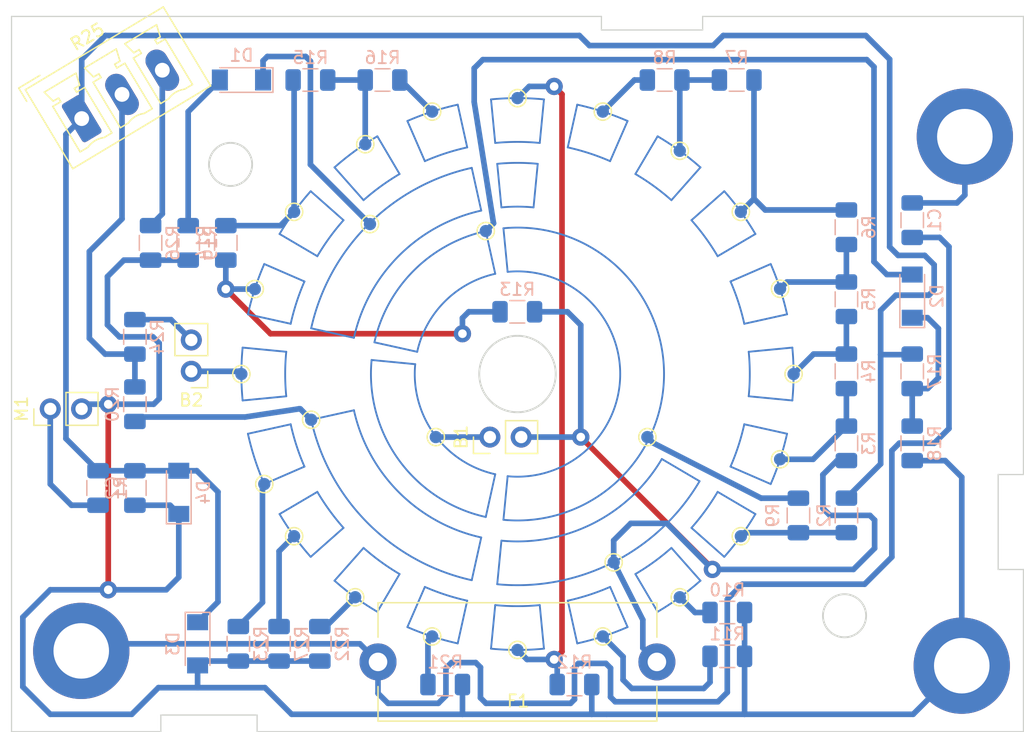
<source format=kicad_pcb>
(kicad_pcb (version 20171130) (host pcbnew 5.1.6)

  (general
    (thickness 1.6)
    (drawings 134)
    (tracks 257)
    (zones 0)
    (modules 66)
    (nets 36)
  )

  (page A4)
  (title_block
    (title "Sunma YX-360TRN Multitester")
    (date 2020-09-20)
    (rev v01)
    (comment 2 creativecommons.org/licenses/by/4.0)
    (comment 3 "License: CC BY 4.0")
    (comment 4 "Author: Bruno Alonso Leon Alata")
  )

  (layers
    (0 F.Cu signal)
    (31 B.Cu signal)
    (32 B.Adhes user)
    (33 F.Adhes user)
    (34 B.Paste user)
    (35 F.Paste user)
    (36 B.SilkS user)
    (37 F.SilkS user)
    (38 B.Mask user)
    (39 F.Mask user)
    (40 Dwgs.User user)
    (41 Cmts.User user)
    (42 Eco1.User user)
    (43 Eco2.User user)
    (44 Edge.Cuts user)
    (45 Margin user)
    (46 B.CrtYd user)
    (47 F.CrtYd user)
    (48 B.Fab user)
    (49 F.Fab user)
  )

  (setup
    (last_trace_width 0.25)
    (user_trace_width 0.300387)
    (user_trace_width 0.457483)
    (trace_clearance 0.2)
    (zone_clearance 0.508)
    (zone_45_only no)
    (trace_min 0.2)
    (via_size 0.8)
    (via_drill 0.4)
    (via_min_size 0.4)
    (via_min_drill 0.3)
    (uvia_size 0.3)
    (uvia_drill 0.1)
    (uvias_allowed no)
    (uvia_min_size 0.2)
    (uvia_min_drill 0.1)
    (edge_width 0.05)
    (segment_width 0.2)
    (pcb_text_width 0.3)
    (pcb_text_size 1.5 1.5)
    (mod_edge_width 0.12)
    (mod_text_size 1 1)
    (mod_text_width 0.15)
    (pad_size 1.7 1.7)
    (pad_drill 1)
    (pad_to_mask_clearance 0.05)
    (aux_axis_origin 0 0)
    (visible_elements FFFFFFFF)
    (pcbplotparams
      (layerselection 0x01000_fffffffe)
      (usegerberextensions false)
      (usegerberattributes true)
      (usegerberadvancedattributes true)
      (creategerberjobfile true)
      (excludeedgelayer false)
      (linewidth 0.100000)
      (plotframeref false)
      (viasonmask false)
      (mode 1)
      (useauxorigin false)
      (hpglpennumber 1)
      (hpglpenspeed 20)
      (hpglpendiameter 15.000000)
      (psnegative false)
      (psa4output false)
      (plotreference true)
      (plotvalue true)
      (plotinvisibletext false)
      (padsonsilk true)
      (subtractmaskfromsilk false)
      (outputformat 5)
      (mirror true)
      (drillshape 2)
      (scaleselection 1)
      (outputdirectory "./"))
  )

  (net 0 "")
  (net 1 "Net-(B1-Pad2)")
  (net 2 "Net-(B1-Pad1)")
  (net 3 "Net-(B2-Pad2)")
  (net 4 "Net-(B2-Pad1)")
  (net 5 "Net-(C1-Pad2)")
  (net 6 "Net-(C1-Pad1)")
  (net 7 "Net-(C2-Pad2)")
  (net 8 "Net-(C2-Pad1)")
  (net 9 "Net-(D1-Pad2)")
  (net 10 "Net-(D1-Pad1)")
  (net 11 "Net-(D2-Pad2)")
  (net 12 "Net-(D2-Pad1)")
  (net 13 "Net-(M1-Pad1)")
  (net 14 "Net-(R2-Pad2)")
  (net 15 "Net-(R3-Pad2)")
  (net 16 "Net-(R4-Pad2)")
  (net 17 "Net-(R5-Pad2)")
  (net 18 "Net-(R6-Pad2)")
  (net 19 "Net-(R7-Pad2)")
  (net 20 "Net-(R8-Pad2)")
  (net 21 "Net-(R9-Pad2)")
  (net 22 "Net-(R10-Pad2)")
  (net 23 "Net-(R11-Pad2)")
  (net 24 /OFF)
  (net 25 "Net-(R13-Pad2)")
  (net 26 "Net-(R14-Pad1)")
  (net 27 "Net-(R15-Pad1)")
  (net 28 "Net-(R16-Pad1)")
  (net 29 "Net-(R20-Pad2)")
  (net 30 "Net-(R20-Pad1)")
  (net 31 "Net-(R21-Pad2)")
  (net 32 "Net-(R22-Pad2)")
  (net 33 "Net-(R23-Pad2)")
  (net 34 "Net-(R25-Pad3)")
  (net 35 "Net-(R27-Pad2)")

  (net_class Default "This is the default net class."
    (clearance 0.2)
    (trace_width 0.25)
    (via_dia 0.8)
    (via_drill 0.4)
    (uvia_dia 0.3)
    (uvia_drill 0.1)
    (add_net /OFF)
    (add_net "Net-(B1-Pad1)")
    (add_net "Net-(B1-Pad2)")
    (add_net "Net-(B2-Pad1)")
    (add_net "Net-(B2-Pad2)")
    (add_net "Net-(C1-Pad1)")
    (add_net "Net-(C1-Pad2)")
    (add_net "Net-(C2-Pad1)")
    (add_net "Net-(C2-Pad2)")
    (add_net "Net-(D1-Pad1)")
    (add_net "Net-(D1-Pad2)")
    (add_net "Net-(D2-Pad1)")
    (add_net "Net-(D2-Pad2)")
    (add_net "Net-(M1-Pad1)")
    (add_net "Net-(R10-Pad2)")
    (add_net "Net-(R11-Pad2)")
    (add_net "Net-(R13-Pad2)")
    (add_net "Net-(R14-Pad1)")
    (add_net "Net-(R15-Pad1)")
    (add_net "Net-(R16-Pad1)")
    (add_net "Net-(R2-Pad2)")
    (add_net "Net-(R20-Pad1)")
    (add_net "Net-(R20-Pad2)")
    (add_net "Net-(R21-Pad2)")
    (add_net "Net-(R22-Pad2)")
    (add_net "Net-(R23-Pad2)")
    (add_net "Net-(R25-Pad3)")
    (add_net "Net-(R27-Pad2)")
    (add_net "Net-(R3-Pad2)")
    (add_net "Net-(R4-Pad2)")
    (add_net "Net-(R5-Pad2)")
    (add_net "Net-(R6-Pad2)")
    (add_net "Net-(R7-Pad2)")
    (add_net "Net-(R8-Pad2)")
    (add_net "Net-(R9-Pad2)")
  )

  (module TestPoint:TestPoint_Pad_D1.0mm (layer F.Cu) (tedit 5F6ACF52) (tstamp 5F6B279F)
    (at 155.8925 115.316)
    (descr "SMD pad as test Point, diameter 1.0mm")
    (tags "test point SMD pad")
    (path /5F759B2E)
    (attr virtual)
    (fp_text reference TP22 (at 0 -1.448) (layer F.SilkS) hide
      (effects (font (size 1 1) (thickness 0.15)))
    )
    (fp_text value B (at 0 1.55) (layer F.Fab)
      (effects (font (size 1 1) (thickness 0.15)))
    )
    (fp_circle (center 0 0) (end 1 0) (layer F.CrtYd) (width 0.05))
    (fp_circle (center 0 0) (end 0 0.7) (layer F.SilkS) (width 0.12))
    (fp_text user %R (at 0 -1.45) (layer F.Fab)
      (effects (font (size 1 1) (thickness 0.15)))
    )
    (pad 1 smd circle (at 0 0) (size 1 1) (layers B.Cu F.Mask)
      (net 1 "Net-(B1-Pad2)"))
  )

  (module Resistor_SMD:R_1206_3216Metric (layer B.Cu) (tedit 5B301BBD) (tstamp 5F6E7592)
    (at 114.1095 109.2835 90)
    (descr "Resistor SMD 1206 (3216 Metric), square (rectangular) end terminal, IPC_7351 nominal, (Body size source: http://www.tortai-tech.com/upload/download/2011102023233369053.pdf), generated with kicad-footprint-generator")
    (tags resistor)
    (path /5F7CB467)
    (attr smd)
    (fp_text reference R1 (at 0 1.82 90) (layer B.SilkS)
      (effects (font (size 1 1) (thickness 0.15)) (justify mirror))
    )
    (fp_text value 1.2K (at 0 -1.82 90) (layer B.Fab)
      (effects (font (size 1 1) (thickness 0.15)) (justify mirror))
    )
    (fp_line (start -1.6 -0.8) (end -1.6 0.8) (layer B.Fab) (width 0.1))
    (fp_line (start -1.6 0.8) (end 1.6 0.8) (layer B.Fab) (width 0.1))
    (fp_line (start 1.6 0.8) (end 1.6 -0.8) (layer B.Fab) (width 0.1))
    (fp_line (start 1.6 -0.8) (end -1.6 -0.8) (layer B.Fab) (width 0.1))
    (fp_line (start -0.602064 0.91) (end 0.602064 0.91) (layer B.SilkS) (width 0.12))
    (fp_line (start -0.602064 -0.91) (end 0.602064 -0.91) (layer B.SilkS) (width 0.12))
    (fp_line (start -2.28 -1.12) (end -2.28 1.12) (layer B.CrtYd) (width 0.05))
    (fp_line (start -2.28 1.12) (end 2.28 1.12) (layer B.CrtYd) (width 0.05))
    (fp_line (start 2.28 1.12) (end 2.28 -1.12) (layer B.CrtYd) (width 0.05))
    (fp_line (start 2.28 -1.12) (end -2.28 -1.12) (layer B.CrtYd) (width 0.05))
    (fp_text user %R (at 0 0 90) (layer B.Fab)
      (effects (font (size 0.8 0.8) (thickness 0.12)) (justify mirror))
    )
    (pad 1 smd roundrect (at -1.4 0 90) (size 1.25 1.75) (layers B.Cu B.Paste B.Mask) (roundrect_rratio 0.2)
      (net 13 "Net-(M1-Pad1)"))
    (pad 2 smd roundrect (at 1.4 0 90) (size 1.25 1.75) (layers B.Cu B.Paste B.Mask) (roundrect_rratio 0.2)
      (net 8 "Net-(C2-Pad1)"))
    (model ${KISYS3DMOD}/Resistor_SMD.3dshapes/R_1206_3216Metric.wrl
      (at (xyz 0 0 0))
      (scale (xyz 1 1 1))
      (rotate (xyz 0 0 0))
    )
  )

  (module Capacitor_SMD:C_1206_3216Metric (layer B.Cu) (tedit 5B301BBE) (tstamp 5F674DED)
    (at 117.094 109.2835 270)
    (descr "Capacitor SMD 1206 (3216 Metric), square (rectangular) end terminal, IPC_7351 nominal, (Body size source: http://www.tortai-tech.com/upload/download/2011102023233369053.pdf), generated with kicad-footprint-generator")
    (tags capacitor)
    (path /5F67FC6F)
    (attr smd)
    (fp_text reference C2 (at 0 1.82 270) (layer B.SilkS)
      (effects (font (size 1 1) (thickness 0.15)) (justify mirror))
    )
    (fp_text value 0.047u (at 0.0254 2.2352 270) (layer B.Fab)
      (effects (font (size 1 1) (thickness 0.15)) (justify mirror))
    )
    (fp_line (start -1.6 -0.8) (end -1.6 0.8) (layer B.Fab) (width 0.1))
    (fp_line (start -1.6 0.8) (end 1.6 0.8) (layer B.Fab) (width 0.1))
    (fp_line (start 1.6 0.8) (end 1.6 -0.8) (layer B.Fab) (width 0.1))
    (fp_line (start 1.6 -0.8) (end -1.6 -0.8) (layer B.Fab) (width 0.1))
    (fp_line (start -0.602064 0.91) (end 0.602064 0.91) (layer B.SilkS) (width 0.12))
    (fp_line (start -0.602064 -0.91) (end 0.602064 -0.91) (layer B.SilkS) (width 0.12))
    (fp_line (start -2.28 -1.12) (end -2.28 1.12) (layer B.CrtYd) (width 0.05))
    (fp_line (start -2.28 1.12) (end 2.28 1.12) (layer B.CrtYd) (width 0.05))
    (fp_line (start 2.28 1.12) (end 2.28 -1.12) (layer B.CrtYd) (width 0.05))
    (fp_line (start 2.28 -1.12) (end -2.28 -1.12) (layer B.CrtYd) (width 0.05))
    (fp_text user %R (at 0 0 270) (layer B.Fab)
      (effects (font (size 0.8 0.8) (thickness 0.12)) (justify mirror))
    )
    (pad 1 smd roundrect (at -1.4 0 270) (size 1.25 1.75) (layers B.Cu B.Paste B.Mask) (roundrect_rratio 0.2)
      (net 8 "Net-(C2-Pad1)"))
    (pad 2 smd roundrect (at 1.4 0 270) (size 1.25 1.75) (layers B.Cu B.Paste B.Mask) (roundrect_rratio 0.2)
      (net 7 "Net-(C2-Pad2)"))
    (model ${KISYS3DMOD}/Capacitor_SMD.3dshapes/C_1206_3216Metric.wrl
      (at (xyz 0 0 0))
      (scale (xyz 1 1 1))
      (rotate (xyz 0 0 0))
    )
  )

  (module Diode_SMD:D_MiniMELF (layer B.Cu) (tedit 5905D8F5) (tstamp 5F6E6128)
    (at 125.73 76.2 180)
    (descr "Diode Mini-MELF")
    (tags "Diode Mini-MELF")
    (path /5F662AB3)
    (attr smd)
    (fp_text reference D1 (at 0 2 180) (layer B.SilkS)
      (effects (font (size 1 1) (thickness 0.15)) (justify mirror))
    )
    (fp_text value 1N4148 (at 0.0254 3.4544 180) (layer B.Fab)
      (effects (font (size 1 1) (thickness 0.15)) (justify mirror))
    )
    (fp_line (start 1.75 1) (end -2.55 1) (layer B.SilkS) (width 0.12))
    (fp_line (start -2.55 1) (end -2.55 -1) (layer B.SilkS) (width 0.12))
    (fp_line (start -2.55 -1) (end 1.75 -1) (layer B.SilkS) (width 0.12))
    (fp_line (start 1.65 0.8) (end 1.65 -0.8) (layer B.Fab) (width 0.1))
    (fp_line (start 1.65 -0.8) (end -1.65 -0.8) (layer B.Fab) (width 0.1))
    (fp_line (start -1.65 -0.8) (end -1.65 0.8) (layer B.Fab) (width 0.1))
    (fp_line (start -1.65 0.8) (end 1.65 0.8) (layer B.Fab) (width 0.1))
    (fp_line (start 0.25 0) (end 0.75 0) (layer B.Fab) (width 0.1))
    (fp_line (start 0.25 -0.4) (end -0.35 0) (layer B.Fab) (width 0.1))
    (fp_line (start 0.25 0.4) (end 0.25 -0.4) (layer B.Fab) (width 0.1))
    (fp_line (start -0.35 0) (end 0.25 0.4) (layer B.Fab) (width 0.1))
    (fp_line (start -0.35 0) (end -0.35 -0.55) (layer B.Fab) (width 0.1))
    (fp_line (start -0.35 0) (end -0.35 0.55) (layer B.Fab) (width 0.1))
    (fp_line (start -0.75 0) (end -0.35 0) (layer B.Fab) (width 0.1))
    (fp_line (start -2.65 1.1) (end 2.65 1.1) (layer B.CrtYd) (width 0.05))
    (fp_line (start 2.65 1.1) (end 2.65 -1.1) (layer B.CrtYd) (width 0.05))
    (fp_line (start 2.65 -1.1) (end -2.65 -1.1) (layer B.CrtYd) (width 0.05))
    (fp_line (start -2.65 -1.1) (end -2.65 1.1) (layer B.CrtYd) (width 0.05))
    (fp_text user %R (at 0 2 180) (layer B.Fab)
      (effects (font (size 1 1) (thickness 0.15)) (justify mirror))
    )
    (pad 1 smd rect (at -1.75 0 180) (size 1.3 1.7) (layers B.Cu B.Paste B.Mask)
      (net 10 "Net-(D1-Pad1)"))
    (pad 2 smd rect (at 1.75 0 180) (size 1.3 1.7) (layers B.Cu B.Paste B.Mask)
      (net 9 "Net-(D1-Pad2)"))
    (model ${KISYS3DMOD}/Diode_SMD.3dshapes/D_MiniMELF.wrl
      (at (xyz 0 0 0))
      (scale (xyz 1 1 1))
      (rotate (xyz 0 0 0))
    )
  )

  (module Resistor_SMD:R_1206_3216Metric (layer B.Cu) (tedit 5B301BBD) (tstamp 5F6E539D)
    (at 152.7175 125.222 180)
    (descr "Resistor SMD 1206 (3216 Metric), square (rectangular) end terminal, IPC_7351 nominal, (Body size source: http://www.tortai-tech.com/upload/download/2011102023233369053.pdf), generated with kicad-footprint-generator")
    (tags resistor)
    (path /5F65B144)
    (attr smd)
    (fp_text reference R12 (at 0 1.82) (layer B.SilkS)
      (effects (font (size 1 1) (thickness 0.15)) (justify mirror))
    )
    (fp_text value 1R (at 0 -1.82) (layer B.Fab)
      (effects (font (size 1 1) (thickness 0.15)) (justify mirror))
    )
    (fp_line (start -1.6 -0.8) (end -1.6 0.8) (layer B.Fab) (width 0.1))
    (fp_line (start -1.6 0.8) (end 1.6 0.8) (layer B.Fab) (width 0.1))
    (fp_line (start 1.6 0.8) (end 1.6 -0.8) (layer B.Fab) (width 0.1))
    (fp_line (start 1.6 -0.8) (end -1.6 -0.8) (layer B.Fab) (width 0.1))
    (fp_line (start -0.602064 0.91) (end 0.602064 0.91) (layer B.SilkS) (width 0.12))
    (fp_line (start -0.602064 -0.91) (end 0.602064 -0.91) (layer B.SilkS) (width 0.12))
    (fp_line (start -2.28 -1.12) (end -2.28 1.12) (layer B.CrtYd) (width 0.05))
    (fp_line (start -2.28 1.12) (end 2.28 1.12) (layer B.CrtYd) (width 0.05))
    (fp_line (start 2.28 1.12) (end 2.28 -1.12) (layer B.CrtYd) (width 0.05))
    (fp_line (start 2.28 -1.12) (end -2.28 -1.12) (layer B.CrtYd) (width 0.05))
    (fp_text user %R (at 0 0) (layer B.Fab)
      (effects (font (size 0.8 0.8) (thickness 0.12)) (justify mirror))
    )
    (pad 1 smd roundrect (at -1.4 0 180) (size 1.25 1.75) (layers B.Cu B.Paste B.Mask) (roundrect_rratio 0.2)
      (net 7 "Net-(C2-Pad2)"))
    (pad 2 smd roundrect (at 1.4 0 180) (size 1.25 1.75) (layers B.Cu B.Paste B.Mask) (roundrect_rratio 0.2)
      (net 24 /OFF))
    (model ${KISYS3DMOD}/Resistor_SMD.3dshapes/R_1206_3216Metric.wrl
      (at (xyz 0 0 0))
      (scale (xyz 1 1 1))
      (rotate (xyz 0 0 0))
    )
  )

  (module TestPoint:TestPoint_Pad_D1.0mm (layer F.Cu) (tedit 5F693509) (tstamp 5F6751B5)
    (at 125.72224 100.04298)
    (descr "SMD pad as test Point, diameter 1.0mm")
    (tags "test point SMD pad")
    (path /5F8DC9BB)
    (attr virtual)
    (fp_text reference TP17 (at 0 -1.448) (layer F.SilkS) hide
      (effects (font (size 1 1) (thickness 0.15)))
    )
    (fp_text value x10K (at 0 1.55) (layer F.Fab)
      (effects (font (size 1 1) (thickness 0.15)))
    )
    (fp_circle (center 0 0) (end 0 0.7) (layer F.SilkS) (width 0.12))
    (fp_circle (center 0 0) (end 1 0) (layer F.CrtYd) (width 0.05))
    (fp_text user %R (at 0 -1.45) (layer F.Fab) hide
      (effects (font (size 1 1) (thickness 0.15)))
    )
    (pad 1 smd circle (at 0 0) (size 1 1) (layers B.Cu F.Mask)
      (net 4 "Net-(B2-Pad1)"))
  )

  (module TestPoint:TestPoint_Pad_D1.0mm (layer F.Cu) (tedit 5F693511) (tstamp 5F6751BD)
    (at 126.8095 93.1545)
    (descr "SMD pad as test Point, diameter 1.0mm")
    (tags "test point SMD pad")
    (path /5F8D9371)
    (attr virtual)
    (fp_text reference TP18 (at 0 -1.448) (layer F.SilkS) hide
      (effects (font (size 1 1) (thickness 0.15)))
    )
    (fp_text value 10 (at 0 1.55) (layer F.Fab)
      (effects (font (size 1 1) (thickness 0.15)))
    )
    (fp_circle (center 0 0) (end 0 0.7) (layer F.SilkS) (width 0.12))
    (fp_circle (center 0 0) (end 1 0) (layer F.CrtYd) (width 0.05))
    (fp_text user %R (at 0 -1.45) (layer F.Fab) hide
      (effects (font (size 1 1) (thickness 0.15)))
    )
    (pad 1 smd circle (at 0 0) (size 1 1) (layers B.Cu F.Mask)
      (net 25 "Net-(R13-Pad2)"))
  )

  (module Resistor_SMD:R_1206_3216Metric (layer B.Cu) (tedit 5B301BBD) (tstamp 5F6750A6)
    (at 125.476 121.92 90)
    (descr "Resistor SMD 1206 (3216 Metric), square (rectangular) end terminal, IPC_7351 nominal, (Body size source: http://www.tortai-tech.com/upload/download/2011102023233369053.pdf), generated with kicad-footprint-generator")
    (tags resistor)
    (path /5F65D422)
    (attr smd)
    (fp_text reference R23 (at 0 1.82 90) (layer B.SilkS)
      (effects (font (size 1 1) (thickness 0.15)) (justify mirror))
    )
    (fp_text value 33.3K (at 0 -1.6764 90) (layer B.Fab)
      (effects (font (size 1 1) (thickness 0.15)) (justify mirror))
    )
    (fp_line (start -1.6 -0.8) (end -1.6 0.8) (layer B.Fab) (width 0.1))
    (fp_line (start -1.6 0.8) (end 1.6 0.8) (layer B.Fab) (width 0.1))
    (fp_line (start 1.6 0.8) (end 1.6 -0.8) (layer B.Fab) (width 0.1))
    (fp_line (start 1.6 -0.8) (end -1.6 -0.8) (layer B.Fab) (width 0.1))
    (fp_line (start -0.602064 0.91) (end 0.602064 0.91) (layer B.SilkS) (width 0.12))
    (fp_line (start -0.602064 -0.91) (end 0.602064 -0.91) (layer B.SilkS) (width 0.12))
    (fp_line (start -2.28 -1.12) (end -2.28 1.12) (layer B.CrtYd) (width 0.05))
    (fp_line (start -2.28 1.12) (end 2.28 1.12) (layer B.CrtYd) (width 0.05))
    (fp_line (start 2.28 1.12) (end 2.28 -1.12) (layer B.CrtYd) (width 0.05))
    (fp_line (start 2.28 -1.12) (end -2.28 -1.12) (layer B.CrtYd) (width 0.05))
    (fp_text user %R (at 0 0 90) (layer B.Fab)
      (effects (font (size 0.8 0.8) (thickness 0.12)) (justify mirror))
    )
    (pad 1 smd roundrect (at -1.4 0 90) (size 1.25 1.75) (layers B.Cu B.Paste B.Mask) (roundrect_rratio 0.2)
      (net 7 "Net-(C2-Pad2)"))
    (pad 2 smd roundrect (at 1.4 0 90) (size 1.25 1.75) (layers B.Cu B.Paste B.Mask) (roundrect_rratio 0.2)
      (net 33 "Net-(R23-Pad2)"))
    (model ${KISYS3DMOD}/Resistor_SMD.3dshapes/R_1206_3216Metric.wrl
      (at (xyz 0 0 0))
      (scale (xyz 1 1 1))
      (rotate (xyz 0 0 0))
    )
  )

  (module Diode_SMD:D_MiniMELF (layer B.Cu) (tedit 5905D8F5) (tstamp 5F6B4B30)
    (at 122.174 121.92 270)
    (descr "Diode Mini-MELF")
    (tags "Diode Mini-MELF")
    (path /5F681783)
    (attr smd)
    (fp_text reference D3 (at 0 2 270) (layer B.SilkS)
      (effects (font (size 1 1) (thickness 0.15)) (justify mirror))
    )
    (fp_text value 1N4148 (at 0 3.4798 270) (layer B.Fab)
      (effects (font (size 1 1) (thickness 0.15)) (justify mirror))
    )
    (fp_line (start 1.75 1) (end -2.55 1) (layer B.SilkS) (width 0.12))
    (fp_line (start -2.55 1) (end -2.55 -1) (layer B.SilkS) (width 0.12))
    (fp_line (start -2.55 -1) (end 1.75 -1) (layer B.SilkS) (width 0.12))
    (fp_line (start 1.65 0.8) (end 1.65 -0.8) (layer B.Fab) (width 0.1))
    (fp_line (start 1.65 -0.8) (end -1.65 -0.8) (layer B.Fab) (width 0.1))
    (fp_line (start -1.65 -0.8) (end -1.65 0.8) (layer B.Fab) (width 0.1))
    (fp_line (start -1.65 0.8) (end 1.65 0.8) (layer B.Fab) (width 0.1))
    (fp_line (start 0.25 0) (end 0.75 0) (layer B.Fab) (width 0.1))
    (fp_line (start 0.25 -0.4) (end -0.35 0) (layer B.Fab) (width 0.1))
    (fp_line (start 0.25 0.4) (end 0.25 -0.4) (layer B.Fab) (width 0.1))
    (fp_line (start -0.35 0) (end 0.25 0.4) (layer B.Fab) (width 0.1))
    (fp_line (start -0.35 0) (end -0.35 -0.55) (layer B.Fab) (width 0.1))
    (fp_line (start -0.35 0) (end -0.35 0.55) (layer B.Fab) (width 0.1))
    (fp_line (start -0.75 0) (end -0.35 0) (layer B.Fab) (width 0.1))
    (fp_line (start -2.65 1.1) (end 2.65 1.1) (layer B.CrtYd) (width 0.05))
    (fp_line (start 2.65 1.1) (end 2.65 -1.1) (layer B.CrtYd) (width 0.05))
    (fp_line (start 2.65 -1.1) (end -2.65 -1.1) (layer B.CrtYd) (width 0.05))
    (fp_line (start -2.65 -1.1) (end -2.65 1.1) (layer B.CrtYd) (width 0.05))
    (fp_text user %R (at 0 2 270) (layer B.Fab)
      (effects (font (size 1 1) (thickness 0.15)) (justify mirror))
    )
    (pad 1 smd rect (at -1.75 0 270) (size 1.3 1.7) (layers B.Cu B.Paste B.Mask)
      (net 8 "Net-(C2-Pad1)"))
    (pad 2 smd rect (at 1.75 0 270) (size 1.3 1.7) (layers B.Cu B.Paste B.Mask)
      (net 7 "Net-(C2-Pad2)"))
    (model ${KISYS3DMOD}/Diode_SMD.3dshapes/D_MiniMELF.wrl
      (at (xyz 0 0 0))
      (scale (xyz 1 1 1))
      (rotate (xyz 0 0 0))
    )
  )

  (module Fuse:Fuseholder_Cylinder-5x20mm_Stelvio-Kontek_PTF78_Horizontal_Open (layer F.Cu) (tedit 5B7EAE13) (tstamp 5F680227)
    (at 159.39516 123.38812 180)
    (descr https://www.tme.eu/en/Document/3b48dbe2b9714a62652c97b08fcd464b/PTF78.pdf)
    (tags "Fuseholder horizontal open 5x20 Stelvio-Kontek PTF/78")
    (path /5F660949)
    (fp_text reference F1 (at 11.25 -3.175) (layer F.SilkS)
      (effects (font (size 1 1) (thickness 0.15)))
    )
    (fp_text value 250V/0.5A (at 11.25 6) (layer F.Fab)
      (effects (font (size 1 1) (thickness 0.15)))
    )
    (fp_line (start 0.1 -4.7) (end 0.1 4.7) (layer F.Fab) (width 0.1))
    (fp_line (start 0.1 4.7) (end 22.5 4.7) (layer F.Fab) (width 0.1))
    (fp_line (start 22.5 4.7) (end 22.5 -4.7) (layer F.Fab) (width 0.1))
    (fp_line (start 22.5 -4.7) (end 0.1 -4.7) (layer F.Fab) (width 0.1))
    (fp_line (start -0.15 4.95) (end -0.15 1.85) (layer F.CrtYd) (width 0.05))
    (fp_line (start 22.6 4.8) (end 22.6 2) (layer F.SilkS) (width 0.12))
    (fp_line (start 22.6 -2) (end 22.6 -4.8) (layer F.SilkS) (width 0.12))
    (fp_line (start 0 -2) (end 0 -4.8) (layer F.SilkS) (width 0.12))
    (fp_line (start 0 -4.8) (end 22.6 -4.8) (layer F.SilkS) (width 0.12))
    (fp_line (start 22.75 4.95) (end -0.15 4.95) (layer F.CrtYd) (width 0.05))
    (fp_line (start -0.15 -4.95) (end 22.75 -4.95) (layer F.CrtYd) (width 0.05))
    (fp_line (start 0 4.8) (end 22.6 4.8) (layer F.SilkS) (width 0.12))
    (fp_line (start -0.15 -1.85) (end -0.15 -4.95) (layer F.CrtYd) (width 0.05))
    (fp_line (start 22.75 -1.85) (end 22.75 -4.95) (layer F.CrtYd) (width 0.05))
    (fp_line (start 22.75 1.85) (end 22.75 4.95) (layer F.CrtYd) (width 0.05))
    (fp_line (start 0 4.8) (end 0 2) (layer F.SilkS) (width 0.12))
    (fp_line (start 22.75 -1.85) (end 23 -1.85) (layer F.CrtYd) (width 0.05))
    (fp_line (start 24.45 0.45) (end 24.45 -0.45) (layer F.CrtYd) (width 0.05))
    (fp_line (start 24.45 -0.45) (end 24.05 -1.25) (layer F.CrtYd) (width 0.05))
    (fp_line (start 24.05 -1.25) (end 23.35 -1.75) (layer F.CrtYd) (width 0.05))
    (fp_line (start 23.35 -1.75) (end 23 -1.85) (layer F.CrtYd) (width 0.05))
    (fp_line (start 22.75 1.85) (end 23 1.85) (layer F.CrtYd) (width 0.05))
    (fp_line (start 23 1.85) (end 23.35 1.75) (layer F.CrtYd) (width 0.05))
    (fp_line (start 23.35 1.75) (end 24.05 1.25) (layer F.CrtYd) (width 0.05))
    (fp_line (start 24.05 1.25) (end 24.45 0.45) (layer F.CrtYd) (width 0.05))
    (fp_line (start -0.15 -1.85) (end -0.4 -1.85) (layer F.CrtYd) (width 0.05))
    (fp_line (start -0.4 -1.85) (end -0.75 -1.75) (layer F.CrtYd) (width 0.05))
    (fp_line (start -0.75 -1.75) (end -1.45 -1.25) (layer F.CrtYd) (width 0.05))
    (fp_line (start -1.85 -0.45) (end -1.85 0.45) (layer F.CrtYd) (width 0.05))
    (fp_line (start -1.45 1.25) (end -0.75 1.75) (layer F.CrtYd) (width 0.05))
    (fp_line (start -0.75 1.75) (end -0.4 1.85) (layer F.CrtYd) (width 0.05))
    (fp_line (start -0.4 1.85) (end -0.15 1.85) (layer F.CrtYd) (width 0.05))
    (fp_line (start -1.45 1.25) (end -1.85 0.45) (layer F.CrtYd) (width 0.05))
    (fp_line (start -1.85 -0.45) (end -1.45 -1.25) (layer F.CrtYd) (width 0.05))
    (fp_text user %R (at 11.25 4) (layer F.Fab)
      (effects (font (size 1 1) (thickness 0.15)))
    )
    (pad 2 thru_hole circle (at 22.6 0 180) (size 3 3) (drill 1.5) (layers *.Cu *.Mask)
      (net 6 "Net-(C1-Pad1)"))
    (pad 1 thru_hole circle (at 0 0 180) (size 3 3) (drill 1.5) (layers *.Cu *.Mask)
      (net 1 "Net-(B1-Pad2)"))
    (model ${KISYS3DMOD}/Fuse.3dshapes/Fuseholder_Cylinder-5x20mm_Stelvio-Kontek_PTF78_Horizontal_Open.wrl
      (at (xyz 0 0 0))
      (scale (xyz 1 1 1))
      (rotate (xyz 0 0 0))
    )
  )

  (module Diode_SMD:D_MiniMELF (layer B.Cu) (tedit 5905D8F5) (tstamp 5F6E8C06)
    (at 120.65 109.6365 90)
    (descr "Diode Mini-MELF")
    (tags "Diode Mini-MELF")
    (path /5F682FDD)
    (attr smd)
    (fp_text reference D4 (at 0 2 270) (layer B.SilkS)
      (effects (font (size 1 1) (thickness 0.15)) (justify mirror))
    )
    (fp_text value 1N4148 (at 0 3.4544 270) (layer B.Fab)
      (effects (font (size 1 1) (thickness 0.15)) (justify mirror))
    )
    (fp_line (start 1.75 1) (end -2.55 1) (layer B.SilkS) (width 0.12))
    (fp_line (start -2.55 1) (end -2.55 -1) (layer B.SilkS) (width 0.12))
    (fp_line (start -2.55 -1) (end 1.75 -1) (layer B.SilkS) (width 0.12))
    (fp_line (start 1.65 0.8) (end 1.65 -0.8) (layer B.Fab) (width 0.1))
    (fp_line (start 1.65 -0.8) (end -1.65 -0.8) (layer B.Fab) (width 0.1))
    (fp_line (start -1.65 -0.8) (end -1.65 0.8) (layer B.Fab) (width 0.1))
    (fp_line (start -1.65 0.8) (end 1.65 0.8) (layer B.Fab) (width 0.1))
    (fp_line (start 0.25 0) (end 0.75 0) (layer B.Fab) (width 0.1))
    (fp_line (start 0.25 -0.4) (end -0.35 0) (layer B.Fab) (width 0.1))
    (fp_line (start 0.25 0.4) (end 0.25 -0.4) (layer B.Fab) (width 0.1))
    (fp_line (start -0.35 0) (end 0.25 0.4) (layer B.Fab) (width 0.1))
    (fp_line (start -0.35 0) (end -0.35 -0.55) (layer B.Fab) (width 0.1))
    (fp_line (start -0.35 0) (end -0.35 0.55) (layer B.Fab) (width 0.1))
    (fp_line (start -0.75 0) (end -0.35 0) (layer B.Fab) (width 0.1))
    (fp_line (start -2.65 1.1) (end 2.65 1.1) (layer B.CrtYd) (width 0.05))
    (fp_line (start 2.65 1.1) (end 2.65 -1.1) (layer B.CrtYd) (width 0.05))
    (fp_line (start 2.65 -1.1) (end -2.65 -1.1) (layer B.CrtYd) (width 0.05))
    (fp_line (start -2.65 -1.1) (end -2.65 1.1) (layer B.CrtYd) (width 0.05))
    (fp_text user %R (at 0 2 270) (layer B.Fab)
      (effects (font (size 1 1) (thickness 0.15)) (justify mirror))
    )
    (pad 1 smd rect (at -1.75 0 90) (size 1.3 1.7) (layers B.Cu B.Paste B.Mask)
      (net 7 "Net-(C2-Pad2)"))
    (pad 2 smd rect (at 1.75 0 90) (size 1.3 1.7) (layers B.Cu B.Paste B.Mask)
      (net 8 "Net-(C2-Pad1)"))
    (model ${KISYS3DMOD}/Diode_SMD.3dshapes/D_MiniMELF.wrl
      (at (xyz 0 0 0))
      (scale (xyz 1 1 1))
      (rotate (xyz 0 0 0))
    )
  )

  (module Resistor_SMD:R_1206_3216Metric (layer B.Cu) (tedit 5B301BBD) (tstamp 5F67512D)
    (at 128.778 121.92 90)
    (descr "Resistor SMD 1206 (3216 Metric), square (rectangular) end terminal, IPC_7351 nominal, (Body size source: http://www.tortai-tech.com/upload/download/2011102023233369053.pdf), generated with kicad-footprint-generator")
    (tags resistor)
    (path /5F65D1BA)
    (attr smd)
    (fp_text reference R27 (at 0 1.82 90) (layer B.SilkS)
      (effects (font (size 1 1) (thickness 0.15)) (justify mirror))
    )
    (fp_text value 2.08K (at 0 -1.82 90) (layer B.Fab)
      (effects (font (size 1 1) (thickness 0.15)) (justify mirror))
    )
    (fp_line (start -1.6 -0.8) (end -1.6 0.8) (layer B.Fab) (width 0.1))
    (fp_line (start -1.6 0.8) (end 1.6 0.8) (layer B.Fab) (width 0.1))
    (fp_line (start 1.6 0.8) (end 1.6 -0.8) (layer B.Fab) (width 0.1))
    (fp_line (start 1.6 -0.8) (end -1.6 -0.8) (layer B.Fab) (width 0.1))
    (fp_line (start -0.602064 0.91) (end 0.602064 0.91) (layer B.SilkS) (width 0.12))
    (fp_line (start -0.602064 -0.91) (end 0.602064 -0.91) (layer B.SilkS) (width 0.12))
    (fp_line (start -2.28 -1.12) (end -2.28 1.12) (layer B.CrtYd) (width 0.05))
    (fp_line (start -2.28 1.12) (end 2.28 1.12) (layer B.CrtYd) (width 0.05))
    (fp_line (start 2.28 1.12) (end 2.28 -1.12) (layer B.CrtYd) (width 0.05))
    (fp_line (start 2.28 -1.12) (end -2.28 -1.12) (layer B.CrtYd) (width 0.05))
    (fp_text user %R (at 0 0 90) (layer B.Fab)
      (effects (font (size 0.8 0.8) (thickness 0.12)) (justify mirror))
    )
    (pad 1 smd roundrect (at -1.4 0 90) (size 1.25 1.75) (layers B.Cu B.Paste B.Mask) (roundrect_rratio 0.2)
      (net 7 "Net-(C2-Pad2)"))
    (pad 2 smd roundrect (at 1.4 0 90) (size 1.25 1.75) (layers B.Cu B.Paste B.Mask) (roundrect_rratio 0.2)
      (net 35 "Net-(R27-Pad2)"))
    (model ${KISYS3DMOD}/Resistor_SMD.3dshapes/R_1206_3216Metric.wrl
      (at (xyz 0 0 0))
      (scale (xyz 1 1 1))
      (rotate (xyz 0 0 0))
    )
  )

  (module Resistor_SMD:R_1206_3216Metric (layer B.Cu) (tedit 5B301BBD) (tstamp 5F6E61D9)
    (at 118.364 89.408 90)
    (descr "Resistor SMD 1206 (3216 Metric), square (rectangular) end terminal, IPC_7351 nominal, (Body size source: http://www.tortai-tech.com/upload/download/2011102023233369053.pdf), generated with kicad-footprint-generator")
    (tags resistor)
    (path /5F7C9B87)
    (attr smd)
    (fp_text reference R26 (at 0 1.82 90) (layer B.SilkS)
      (effects (font (size 1 1) (thickness 0.15)) (justify mirror))
    )
    (fp_text value 16K (at 0 -1.82 90) (layer B.Fab)
      (effects (font (size 1 1) (thickness 0.15)) (justify mirror))
    )
    (fp_line (start -1.6 -0.8) (end -1.6 0.8) (layer B.Fab) (width 0.1))
    (fp_line (start -1.6 0.8) (end 1.6 0.8) (layer B.Fab) (width 0.1))
    (fp_line (start 1.6 0.8) (end 1.6 -0.8) (layer B.Fab) (width 0.1))
    (fp_line (start 1.6 -0.8) (end -1.6 -0.8) (layer B.Fab) (width 0.1))
    (fp_line (start -0.602064 0.91) (end 0.602064 0.91) (layer B.SilkS) (width 0.12))
    (fp_line (start -0.602064 -0.91) (end 0.602064 -0.91) (layer B.SilkS) (width 0.12))
    (fp_line (start -2.28 -1.12) (end -2.28 1.12) (layer B.CrtYd) (width 0.05))
    (fp_line (start -2.28 1.12) (end 2.28 1.12) (layer B.CrtYd) (width 0.05))
    (fp_line (start 2.28 1.12) (end 2.28 -1.12) (layer B.CrtYd) (width 0.05))
    (fp_line (start 2.28 -1.12) (end -2.28 -1.12) (layer B.CrtYd) (width 0.05))
    (fp_text user %R (at 0 0 90) (layer B.Fab)
      (effects (font (size 0.8 0.8) (thickness 0.12)) (justify mirror))
    )
    (pad 1 smd roundrect (at -1.4 0 90) (size 1.25 1.75) (layers B.Cu B.Paste B.Mask) (roundrect_rratio 0.2)
      (net 7 "Net-(C2-Pad2)"))
    (pad 2 smd roundrect (at 1.4 0 90) (size 1.25 1.75) (layers B.Cu B.Paste B.Mask) (roundrect_rratio 0.2)
      (net 34 "Net-(R25-Pad3)"))
    (model ${KISYS3DMOD}/Resistor_SMD.3dshapes/R_1206_3216Metric.wrl
      (at (xyz 0 0 0))
      (scale (xyz 1 1 1))
      (rotate (xyz 0 0 0))
    )
  )

  (module Resistor_SMD:R_1206_3216Metric (layer B.Cu) (tedit 5B301BBD) (tstamp 5F6750BD)
    (at 117.094 97.028 90)
    (descr "Resistor SMD 1206 (3216 Metric), square (rectangular) end terminal, IPC_7351 nominal, (Body size source: http://www.tortai-tech.com/upload/download/2011102023233369053.pdf), generated with kicad-footprint-generator")
    (tags resistor)
    (path /5F65DD3F)
    (attr smd)
    (fp_text reference R24 (at 0 1.82 90) (layer B.SilkS)
      (effects (font (size 1 1) (thickness 0.15)) (justify mirror))
    )
    (fp_text value 194K (at 0 -1.82 90) (layer B.Fab)
      (effects (font (size 1 1) (thickness 0.15)) (justify mirror))
    )
    (fp_line (start -1.6 -0.8) (end -1.6 0.8) (layer B.Fab) (width 0.1))
    (fp_line (start -1.6 0.8) (end 1.6 0.8) (layer B.Fab) (width 0.1))
    (fp_line (start 1.6 0.8) (end 1.6 -0.8) (layer B.Fab) (width 0.1))
    (fp_line (start 1.6 -0.8) (end -1.6 -0.8) (layer B.Fab) (width 0.1))
    (fp_line (start -0.602064 0.91) (end 0.602064 0.91) (layer B.SilkS) (width 0.12))
    (fp_line (start -0.602064 -0.91) (end 0.602064 -0.91) (layer B.SilkS) (width 0.12))
    (fp_line (start -2.28 -1.12) (end -2.28 1.12) (layer B.CrtYd) (width 0.05))
    (fp_line (start -2.28 1.12) (end 2.28 1.12) (layer B.CrtYd) (width 0.05))
    (fp_line (start 2.28 1.12) (end 2.28 -1.12) (layer B.CrtYd) (width 0.05))
    (fp_line (start 2.28 -1.12) (end -2.28 -1.12) (layer B.CrtYd) (width 0.05))
    (fp_text user %R (at 0 0 90) (layer B.Fab)
      (effects (font (size 0.8 0.8) (thickness 0.12)) (justify mirror))
    )
    (pad 1 smd roundrect (at -1.4 0 90) (size 1.25 1.75) (layers B.Cu B.Paste B.Mask) (roundrect_rratio 0.2)
      (net 30 "Net-(R20-Pad1)"))
    (pad 2 smd roundrect (at 1.4 0 90) (size 1.25 1.75) (layers B.Cu B.Paste B.Mask) (roundrect_rratio 0.2)
      (net 3 "Net-(B2-Pad2)"))
    (model ${KISYS3DMOD}/Resistor_SMD.3dshapes/R_1206_3216Metric.wrl
      (at (xyz 0 0 0))
      (scale (xyz 1 1 1))
      (rotate (xyz 0 0 0))
    )
  )

  (module Resistor_SMD:R_1206_3216Metric (layer B.Cu) (tedit 5B301BBD) (tstamp 5F67508F)
    (at 132.08 121.92 90)
    (descr "Resistor SMD 1206 (3216 Metric), square (rectangular) end terminal, IPC_7351 nominal, (Body size source: http://www.tortai-tech.com/upload/download/2011102023233369053.pdf), generated with kicad-footprint-generator")
    (tags resistor)
    (path /5F65CF3B)
    (attr smd)
    (fp_text reference R22 (at 0 1.82 90) (layer B.SilkS)
      (effects (font (size 1 1) (thickness 0.15)) (justify mirror))
    )
    (fp_text value 200R (at 0 -1.82 90) (layer B.Fab)
      (effects (font (size 1 1) (thickness 0.15)) (justify mirror))
    )
    (fp_line (start -1.6 -0.8) (end -1.6 0.8) (layer B.Fab) (width 0.1))
    (fp_line (start -1.6 0.8) (end 1.6 0.8) (layer B.Fab) (width 0.1))
    (fp_line (start 1.6 0.8) (end 1.6 -0.8) (layer B.Fab) (width 0.1))
    (fp_line (start 1.6 -0.8) (end -1.6 -0.8) (layer B.Fab) (width 0.1))
    (fp_line (start -0.602064 0.91) (end 0.602064 0.91) (layer B.SilkS) (width 0.12))
    (fp_line (start -0.602064 -0.91) (end 0.602064 -0.91) (layer B.SilkS) (width 0.12))
    (fp_line (start -2.28 -1.12) (end -2.28 1.12) (layer B.CrtYd) (width 0.05))
    (fp_line (start -2.28 1.12) (end 2.28 1.12) (layer B.CrtYd) (width 0.05))
    (fp_line (start 2.28 1.12) (end 2.28 -1.12) (layer B.CrtYd) (width 0.05))
    (fp_line (start 2.28 -1.12) (end -2.28 -1.12) (layer B.CrtYd) (width 0.05))
    (fp_text user %R (at 0 0 90) (layer B.Fab)
      (effects (font (size 0.8 0.8) (thickness 0.12)) (justify mirror))
    )
    (pad 1 smd roundrect (at -1.4 0 90) (size 1.25 1.75) (layers B.Cu B.Paste B.Mask) (roundrect_rratio 0.2)
      (net 7 "Net-(C2-Pad2)"))
    (pad 2 smd roundrect (at 1.4 0 90) (size 1.25 1.75) (layers B.Cu B.Paste B.Mask) (roundrect_rratio 0.2)
      (net 32 "Net-(R22-Pad2)"))
    (model ${KISYS3DMOD}/Resistor_SMD.3dshapes/R_1206_3216Metric.wrl
      (at (xyz 0 0 0))
      (scale (xyz 1 1 1))
      (rotate (xyz 0 0 0))
    )
  )

  (module Resistor_SMD:R_1206_3216Metric (layer B.Cu) (tedit 5B301BBD) (tstamp 5F675078)
    (at 142.24 125.222 180)
    (descr "Resistor SMD 1206 (3216 Metric), square (rectangular) end terminal, IPC_7351 nominal, (Body size source: http://www.tortai-tech.com/upload/download/2011102023233369053.pdf), generated with kicad-footprint-generator")
    (tags resistor)
    (path /5F65CC79)
    (attr smd)
    (fp_text reference R21 (at 0 1.82) (layer B.SilkS)
      (effects (font (size 1 1) (thickness 0.15)) (justify mirror))
    )
    (fp_text value 19R (at 0 -1.82) (layer B.Fab)
      (effects (font (size 1 1) (thickness 0.15)) (justify mirror))
    )
    (fp_line (start -1.6 -0.8) (end -1.6 0.8) (layer B.Fab) (width 0.1))
    (fp_line (start -1.6 0.8) (end 1.6 0.8) (layer B.Fab) (width 0.1))
    (fp_line (start 1.6 0.8) (end 1.6 -0.8) (layer B.Fab) (width 0.1))
    (fp_line (start 1.6 -0.8) (end -1.6 -0.8) (layer B.Fab) (width 0.1))
    (fp_line (start -0.602064 0.91) (end 0.602064 0.91) (layer B.SilkS) (width 0.12))
    (fp_line (start -0.602064 -0.91) (end 0.602064 -0.91) (layer B.SilkS) (width 0.12))
    (fp_line (start -2.28 -1.12) (end -2.28 1.12) (layer B.CrtYd) (width 0.05))
    (fp_line (start -2.28 1.12) (end 2.28 1.12) (layer B.CrtYd) (width 0.05))
    (fp_line (start 2.28 1.12) (end 2.28 -1.12) (layer B.CrtYd) (width 0.05))
    (fp_line (start 2.28 -1.12) (end -2.28 -1.12) (layer B.CrtYd) (width 0.05))
    (fp_text user %R (at 0 0) (layer B.Fab)
      (effects (font (size 0.8 0.8) (thickness 0.12)) (justify mirror))
    )
    (pad 1 smd roundrect (at -1.4 0 180) (size 1.25 1.75) (layers B.Cu B.Paste B.Mask) (roundrect_rratio 0.2)
      (net 7 "Net-(C2-Pad2)"))
    (pad 2 smd roundrect (at 1.4 0 180) (size 1.25 1.75) (layers B.Cu B.Paste B.Mask) (roundrect_rratio 0.2)
      (net 31 "Net-(R21-Pad2)"))
    (model ${KISYS3DMOD}/Resistor_SMD.3dshapes/R_1206_3216Metric.wrl
      (at (xyz 0 0 0))
      (scale (xyz 1 1 1))
      (rotate (xyz 0 0 0))
    )
  )

  (module Resistor_SMD:R_1206_3216Metric (layer B.Cu) (tedit 5B301BBD) (tstamp 5F6E8291)
    (at 117.094 102.489 270)
    (descr "Resistor SMD 1206 (3216 Metric), square (rectangular) end terminal, IPC_7351 nominal, (Body size source: http://www.tortai-tech.com/upload/download/2011102023233369053.pdf), generated with kicad-footprint-generator")
    (tags resistor)
    (path /5F66909F)
    (attr smd)
    (fp_text reference R20 (at 0 1.82 90) (layer B.SilkS)
      (effects (font (size 1 1) (thickness 0.15)) (justify mirror))
    )
    (fp_text value 44K (at 0 -1.82 90) (layer B.Fab)
      (effects (font (size 1 1) (thickness 0.15)) (justify mirror))
    )
    (fp_line (start -1.6 -0.8) (end -1.6 0.8) (layer B.Fab) (width 0.1))
    (fp_line (start -1.6 0.8) (end 1.6 0.8) (layer B.Fab) (width 0.1))
    (fp_line (start 1.6 0.8) (end 1.6 -0.8) (layer B.Fab) (width 0.1))
    (fp_line (start 1.6 -0.8) (end -1.6 -0.8) (layer B.Fab) (width 0.1))
    (fp_line (start -0.602064 0.91) (end 0.602064 0.91) (layer B.SilkS) (width 0.12))
    (fp_line (start -0.602064 -0.91) (end 0.602064 -0.91) (layer B.SilkS) (width 0.12))
    (fp_line (start -2.28 -1.12) (end -2.28 1.12) (layer B.CrtYd) (width 0.05))
    (fp_line (start -2.28 1.12) (end 2.28 1.12) (layer B.CrtYd) (width 0.05))
    (fp_line (start 2.28 1.12) (end 2.28 -1.12) (layer B.CrtYd) (width 0.05))
    (fp_line (start 2.28 -1.12) (end -2.28 -1.12) (layer B.CrtYd) (width 0.05))
    (fp_text user %R (at 0 0 90) (layer B.Fab)
      (effects (font (size 0.8 0.8) (thickness 0.12)) (justify mirror))
    )
    (pad 1 smd roundrect (at -1.4 0 270) (size 1.25 1.75) (layers B.Cu B.Paste B.Mask) (roundrect_rratio 0.2)
      (net 30 "Net-(R20-Pad1)"))
    (pad 2 smd roundrect (at 1.4 0 270) (size 1.25 1.75) (layers B.Cu B.Paste B.Mask) (roundrect_rratio 0.2)
      (net 29 "Net-(R20-Pad2)"))
    (model ${KISYS3DMOD}/Resistor_SMD.3dshapes/R_1206_3216Metric.wrl
      (at (xyz 0 0 0))
      (scale (xyz 1 1 1))
      (rotate (xyz 0 0 0))
    )
  )

  (module Resistor_SMD:R_1206_3216Metric (layer B.Cu) (tedit 5B301BBD) (tstamp 5F6E5CFF)
    (at 121.412 89.408 90)
    (descr "Resistor SMD 1206 (3216 Metric), square (rectangular) end terminal, IPC_7351 nominal, (Body size source: http://www.tortai-tech.com/upload/download/2011102023233369053.pdf), generated with kicad-footprint-generator")
    (tags resistor)
    (path /5F79D399)
    (attr smd)
    (fp_text reference R19 (at 0 1.82 270) (layer B.SilkS)
      (effects (font (size 1 1) (thickness 0.15)) (justify mirror))
    )
    (fp_text value 2K (at 0 -1.82 270) (layer B.Fab)
      (effects (font (size 1 1) (thickness 0.15)) (justify mirror))
    )
    (fp_line (start -1.6 -0.8) (end -1.6 0.8) (layer B.Fab) (width 0.1))
    (fp_line (start -1.6 0.8) (end 1.6 0.8) (layer B.Fab) (width 0.1))
    (fp_line (start 1.6 0.8) (end 1.6 -0.8) (layer B.Fab) (width 0.1))
    (fp_line (start 1.6 -0.8) (end -1.6 -0.8) (layer B.Fab) (width 0.1))
    (fp_line (start -0.602064 0.91) (end 0.602064 0.91) (layer B.SilkS) (width 0.12))
    (fp_line (start -0.602064 -0.91) (end 0.602064 -0.91) (layer B.SilkS) (width 0.12))
    (fp_line (start -2.28 -1.12) (end -2.28 1.12) (layer B.CrtYd) (width 0.05))
    (fp_line (start -2.28 1.12) (end 2.28 1.12) (layer B.CrtYd) (width 0.05))
    (fp_line (start 2.28 1.12) (end 2.28 -1.12) (layer B.CrtYd) (width 0.05))
    (fp_line (start 2.28 -1.12) (end -2.28 -1.12) (layer B.CrtYd) (width 0.05))
    (fp_text user %R (at 0 0 270) (layer B.Fab)
      (effects (font (size 0.8 0.8) (thickness 0.12)) (justify mirror))
    )
    (pad 1 smd roundrect (at -1.4 0 90) (size 1.25 1.75) (layers B.Cu B.Paste B.Mask) (roundrect_rratio 0.2)
      (net 7 "Net-(C2-Pad2)"))
    (pad 2 smd roundrect (at 1.4 0 90) (size 1.25 1.75) (layers B.Cu B.Paste B.Mask) (roundrect_rratio 0.2)
      (net 9 "Net-(D1-Pad2)"))
    (model ${KISYS3DMOD}/Resistor_SMD.3dshapes/R_1206_3216Metric.wrl
      (at (xyz 0 0 0))
      (scale (xyz 1 1 1))
      (rotate (xyz 0 0 0))
    )
  )

  (module Resistor_SMD:R_1206_3216Metric (layer B.Cu) (tedit 5B301BBD) (tstamp 5F6AF303)
    (at 180.086 105.664 90)
    (descr "Resistor SMD 1206 (3216 Metric), square (rectangular) end terminal, IPC_7351 nominal, (Body size source: http://www.tortai-tech.com/upload/download/2011102023233369053.pdf), generated with kicad-footprint-generator")
    (tags resistor)
    (path /5F683CCC)
    (attr smd)
    (fp_text reference R18 (at 0 1.82 90) (layer B.SilkS)
      (effects (font (size 1 1) (thickness 0.15)) (justify mirror))
    )
    (fp_text value 41K (at 0 -1.82 90) (layer B.Fab)
      (effects (font (size 1 1) (thickness 0.15)) (justify mirror))
    )
    (fp_line (start -1.6 -0.8) (end -1.6 0.8) (layer B.Fab) (width 0.1))
    (fp_line (start -1.6 0.8) (end 1.6 0.8) (layer B.Fab) (width 0.1))
    (fp_line (start 1.6 0.8) (end 1.6 -0.8) (layer B.Fab) (width 0.1))
    (fp_line (start 1.6 -0.8) (end -1.6 -0.8) (layer B.Fab) (width 0.1))
    (fp_line (start -0.602064 0.91) (end 0.602064 0.91) (layer B.SilkS) (width 0.12))
    (fp_line (start -0.602064 -0.91) (end 0.602064 -0.91) (layer B.SilkS) (width 0.12))
    (fp_line (start -2.28 -1.12) (end -2.28 1.12) (layer B.CrtYd) (width 0.05))
    (fp_line (start -2.28 1.12) (end 2.28 1.12) (layer B.CrtYd) (width 0.05))
    (fp_line (start 2.28 1.12) (end 2.28 -1.12) (layer B.CrtYd) (width 0.05))
    (fp_line (start 2.28 -1.12) (end -2.28 -1.12) (layer B.CrtYd) (width 0.05))
    (fp_text user %R (at 0 0 90) (layer B.Fab)
      (effects (font (size 0.8 0.8) (thickness 0.12)) (justify mirror))
    )
    (pad 1 smd roundrect (at -1.4 0 90) (size 1.25 1.75) (layers B.Cu B.Paste B.Mask) (roundrect_rratio 0.2)
      (net 7 "Net-(C2-Pad2)"))
    (pad 2 smd roundrect (at 1.4 0 90) (size 1.25 1.75) (layers B.Cu B.Paste B.Mask) (roundrect_rratio 0.2)
      (net 12 "Net-(D2-Pad1)"))
    (model ${KISYS3DMOD}/Resistor_SMD.3dshapes/R_1206_3216Metric.wrl
      (at (xyz 0 0 0))
      (scale (xyz 1 1 1))
      (rotate (xyz 0 0 0))
    )
  )

  (module Resistor_SMD:R_1206_3216Metric (layer B.Cu) (tedit 5B301BBD) (tstamp 5F67501C)
    (at 180.086 99.822 90)
    (descr "Resistor SMD 1206 (3216 Metric), square (rectangular) end terminal, IPC_7351 nominal, (Body size source: http://www.tortai-tech.com/upload/download/2011102023233369053.pdf), generated with kicad-footprint-generator")
    (tags resistor)
    (path /5F67EB92)
    (attr smd)
    (fp_text reference R17 (at 0 1.82 90) (layer B.SilkS)
      (effects (font (size 1 1) (thickness 0.15)) (justify mirror))
    )
    (fp_text value 2K (at 0 -1.82 90) (layer B.Fab)
      (effects (font (size 1 1) (thickness 0.15)) (justify mirror))
    )
    (fp_line (start -1.6 -0.8) (end -1.6 0.8) (layer B.Fab) (width 0.1))
    (fp_line (start -1.6 0.8) (end 1.6 0.8) (layer B.Fab) (width 0.1))
    (fp_line (start 1.6 0.8) (end 1.6 -0.8) (layer B.Fab) (width 0.1))
    (fp_line (start 1.6 -0.8) (end -1.6 -0.8) (layer B.Fab) (width 0.1))
    (fp_line (start -0.602064 0.91) (end 0.602064 0.91) (layer B.SilkS) (width 0.12))
    (fp_line (start -0.602064 -0.91) (end 0.602064 -0.91) (layer B.SilkS) (width 0.12))
    (fp_line (start -2.28 -1.12) (end -2.28 1.12) (layer B.CrtYd) (width 0.05))
    (fp_line (start -2.28 1.12) (end 2.28 1.12) (layer B.CrtYd) (width 0.05))
    (fp_line (start 2.28 1.12) (end 2.28 -1.12) (layer B.CrtYd) (width 0.05))
    (fp_line (start 2.28 -1.12) (end -2.28 -1.12) (layer B.CrtYd) (width 0.05))
    (fp_text user %R (at 0 0 90) (layer B.Fab)
      (effects (font (size 0.8 0.8) (thickness 0.12)) (justify mirror))
    )
    (pad 1 smd roundrect (at -1.4 0 90) (size 1.25 1.75) (layers B.Cu B.Paste B.Mask) (roundrect_rratio 0.2)
      (net 12 "Net-(D2-Pad1)"))
    (pad 2 smd roundrect (at 1.4 0 90) (size 1.25 1.75) (layers B.Cu B.Paste B.Mask) (roundrect_rratio 0.2)
      (net 8 "Net-(C2-Pad1)"))
    (model ${KISYS3DMOD}/Resistor_SMD.3dshapes/R_1206_3216Metric.wrl
      (at (xyz 0 0 0))
      (scale (xyz 1 1 1))
      (rotate (xyz 0 0 0))
    )
  )

  (module Resistor_SMD:R_1206_3216Metric (layer B.Cu) (tedit 5B301BBD) (tstamp 5F675005)
    (at 137.16 76.2 180)
    (descr "Resistor SMD 1206 (3216 Metric), square (rectangular) end terminal, IPC_7351 nominal, (Body size source: http://www.tortai-tech.com/upload/download/2011102023233369053.pdf), generated with kicad-footprint-generator")
    (tags resistor)
    (path /5F65F6D7)
    (attr smd)
    (fp_text reference R16 (at 0 1.82) (layer B.SilkS)
      (effects (font (size 1 1) (thickness 0.15)) (justify mirror))
    )
    (fp_text value 6M (at 0 -1.82) (layer B.Fab)
      (effects (font (size 1 1) (thickness 0.15)) (justify mirror))
    )
    (fp_line (start -1.6 -0.8) (end -1.6 0.8) (layer B.Fab) (width 0.1))
    (fp_line (start -1.6 0.8) (end 1.6 0.8) (layer B.Fab) (width 0.1))
    (fp_line (start 1.6 0.8) (end 1.6 -0.8) (layer B.Fab) (width 0.1))
    (fp_line (start 1.6 -0.8) (end -1.6 -0.8) (layer B.Fab) (width 0.1))
    (fp_line (start -0.602064 0.91) (end 0.602064 0.91) (layer B.SilkS) (width 0.12))
    (fp_line (start -0.602064 -0.91) (end 0.602064 -0.91) (layer B.SilkS) (width 0.12))
    (fp_line (start -2.28 -1.12) (end -2.28 1.12) (layer B.CrtYd) (width 0.05))
    (fp_line (start -2.28 1.12) (end 2.28 1.12) (layer B.CrtYd) (width 0.05))
    (fp_line (start 2.28 1.12) (end 2.28 -1.12) (layer B.CrtYd) (width 0.05))
    (fp_line (start 2.28 -1.12) (end -2.28 -1.12) (layer B.CrtYd) (width 0.05))
    (fp_text user %R (at 0 0) (layer B.Fab)
      (effects (font (size 0.8 0.8) (thickness 0.12)) (justify mirror))
    )
    (pad 1 smd roundrect (at -1.4 0 180) (size 1.25 1.75) (layers B.Cu B.Paste B.Mask) (roundrect_rratio 0.2)
      (net 28 "Net-(R16-Pad1)"))
    (pad 2 smd roundrect (at 1.4 0 180) (size 1.25 1.75) (layers B.Cu B.Paste B.Mask) (roundrect_rratio 0.2)
      (net 27 "Net-(R15-Pad1)"))
    (model ${KISYS3DMOD}/Resistor_SMD.3dshapes/R_1206_3216Metric.wrl
      (at (xyz 0 0 0))
      (scale (xyz 1 1 1))
      (rotate (xyz 0 0 0))
    )
  )

  (module Resistor_SMD:R_1206_3216Metric (layer B.Cu) (tedit 5B301BBD) (tstamp 5F674FEE)
    (at 131.318 76.2 180)
    (descr "Resistor SMD 1206 (3216 Metric), square (rectangular) end terminal, IPC_7351 nominal, (Body size source: http://www.tortai-tech.com/upload/download/2011102023233369053.pdf), generated with kicad-footprint-generator")
    (tags resistor)
    (path /5F65F431)
    (attr smd)
    (fp_text reference R15 (at 0 1.82) (layer B.SilkS)
      (effects (font (size 1 1) (thickness 0.15)) (justify mirror))
    )
    (fp_text value 1.6M (at 0 -1.82) (layer B.Fab)
      (effects (font (size 1 1) (thickness 0.15)) (justify mirror))
    )
    (fp_line (start -1.6 -0.8) (end -1.6 0.8) (layer B.Fab) (width 0.1))
    (fp_line (start -1.6 0.8) (end 1.6 0.8) (layer B.Fab) (width 0.1))
    (fp_line (start 1.6 0.8) (end 1.6 -0.8) (layer B.Fab) (width 0.1))
    (fp_line (start 1.6 -0.8) (end -1.6 -0.8) (layer B.Fab) (width 0.1))
    (fp_line (start -0.602064 0.91) (end 0.602064 0.91) (layer B.SilkS) (width 0.12))
    (fp_line (start -0.602064 -0.91) (end 0.602064 -0.91) (layer B.SilkS) (width 0.12))
    (fp_line (start -2.28 -1.12) (end -2.28 1.12) (layer B.CrtYd) (width 0.05))
    (fp_line (start -2.28 1.12) (end 2.28 1.12) (layer B.CrtYd) (width 0.05))
    (fp_line (start 2.28 1.12) (end 2.28 -1.12) (layer B.CrtYd) (width 0.05))
    (fp_line (start 2.28 -1.12) (end -2.28 -1.12) (layer B.CrtYd) (width 0.05))
    (fp_text user %R (at 0 0) (layer B.Fab)
      (effects (font (size 0.8 0.8) (thickness 0.12)) (justify mirror))
    )
    (pad 1 smd roundrect (at -1.4 0 180) (size 1.25 1.75) (layers B.Cu B.Paste B.Mask) (roundrect_rratio 0.2)
      (net 27 "Net-(R15-Pad1)"))
    (pad 2 smd roundrect (at 1.4 0 180) (size 1.25 1.75) (layers B.Cu B.Paste B.Mask) (roundrect_rratio 0.2)
      (net 26 "Net-(R14-Pad1)"))
    (model ${KISYS3DMOD}/Resistor_SMD.3dshapes/R_1206_3216Metric.wrl
      (at (xyz 0 0 0))
      (scale (xyz 1 1 1))
      (rotate (xyz 0 0 0))
    )
  )

  (module Resistor_SMD:R_1206_3216Metric (layer B.Cu) (tedit 5B301BBD) (tstamp 5F6AECA9)
    (at 124.46 89.408 270)
    (descr "Resistor SMD 1206 (3216 Metric), square (rectangular) end terminal, IPC_7351 nominal, (Body size source: http://www.tortai-tech.com/upload/download/2011102023233369053.pdf), generated with kicad-footprint-generator")
    (tags resistor)
    (path /5F65E401)
    (attr smd)
    (fp_text reference R14 (at 0 1.82 90) (layer B.SilkS)
      (effects (font (size 1 1) (thickness 0.15)) (justify mirror))
    )
    (fp_text value 320K (at 0 -1.82 90) (layer B.Fab)
      (effects (font (size 1 1) (thickness 0.15)) (justify mirror))
    )
    (fp_line (start -1.6 -0.8) (end -1.6 0.8) (layer B.Fab) (width 0.1))
    (fp_line (start -1.6 0.8) (end 1.6 0.8) (layer B.Fab) (width 0.1))
    (fp_line (start 1.6 0.8) (end 1.6 -0.8) (layer B.Fab) (width 0.1))
    (fp_line (start 1.6 -0.8) (end -1.6 -0.8) (layer B.Fab) (width 0.1))
    (fp_line (start -0.602064 0.91) (end 0.602064 0.91) (layer B.SilkS) (width 0.12))
    (fp_line (start -0.602064 -0.91) (end 0.602064 -0.91) (layer B.SilkS) (width 0.12))
    (fp_line (start -2.28 -1.12) (end -2.28 1.12) (layer B.CrtYd) (width 0.05))
    (fp_line (start -2.28 1.12) (end 2.28 1.12) (layer B.CrtYd) (width 0.05))
    (fp_line (start 2.28 1.12) (end 2.28 -1.12) (layer B.CrtYd) (width 0.05))
    (fp_line (start 2.28 -1.12) (end -2.28 -1.12) (layer B.CrtYd) (width 0.05))
    (fp_text user %R (at 0 0 90) (layer B.Fab)
      (effects (font (size 0.8 0.8) (thickness 0.12)) (justify mirror))
    )
    (pad 1 smd roundrect (at -1.4 0 270) (size 1.25 1.75) (layers B.Cu B.Paste B.Mask) (roundrect_rratio 0.2)
      (net 26 "Net-(R14-Pad1)"))
    (pad 2 smd roundrect (at 1.4 0 270) (size 1.25 1.75) (layers B.Cu B.Paste B.Mask) (roundrect_rratio 0.2)
      (net 25 "Net-(R13-Pad2)"))
    (model ${KISYS3DMOD}/Resistor_SMD.3dshapes/R_1206_3216Metric.wrl
      (at (xyz 0 0 0))
      (scale (xyz 1 1 1))
      (rotate (xyz 0 0 0))
    )
  )

  (module Resistor_SMD:R_1206_3216Metric (layer B.Cu) (tedit 5B301BBD) (tstamp 5F6BE667)
    (at 148.082 94.996 180)
    (descr "Resistor SMD 1206 (3216 Metric), square (rectangular) end terminal, IPC_7351 nominal, (Body size source: http://www.tortai-tech.com/upload/download/2011102023233369053.pdf), generated with kicad-footprint-generator")
    (tags resistor)
    (path /5F65EE39)
    (attr smd)
    (fp_text reference R13 (at 0 1.82 180) (layer B.SilkS)
      (effects (font (size 1 1) (thickness 0.15)) (justify mirror))
    )
    (fp_text value 74K (at 0 1.778 180) (layer B.Fab)
      (effects (font (size 1 1) (thickness 0.15)) (justify mirror))
    )
    (fp_line (start -1.6 -0.8) (end -1.6 0.8) (layer B.Fab) (width 0.1))
    (fp_line (start -1.6 0.8) (end 1.6 0.8) (layer B.Fab) (width 0.1))
    (fp_line (start 1.6 0.8) (end 1.6 -0.8) (layer B.Fab) (width 0.1))
    (fp_line (start 1.6 -0.8) (end -1.6 -0.8) (layer B.Fab) (width 0.1))
    (fp_line (start -0.602064 0.91) (end 0.602064 0.91) (layer B.SilkS) (width 0.12))
    (fp_line (start -0.602064 -0.91) (end 0.602064 -0.91) (layer B.SilkS) (width 0.12))
    (fp_line (start -2.28 -1.12) (end -2.28 1.12) (layer B.CrtYd) (width 0.05))
    (fp_line (start -2.28 1.12) (end 2.28 1.12) (layer B.CrtYd) (width 0.05))
    (fp_line (start 2.28 1.12) (end 2.28 -1.12) (layer B.CrtYd) (width 0.05))
    (fp_line (start 2.28 -1.12) (end -2.28 -1.12) (layer B.CrtYd) (width 0.05))
    (fp_text user %R (at 0 0 180) (layer B.Fab)
      (effects (font (size 0.8 0.8) (thickness 0.12)) (justify mirror))
    )
    (pad 1 smd roundrect (at -1.4 0 180) (size 1.25 1.75) (layers B.Cu B.Paste B.Mask) (roundrect_rratio 0.2)
      (net 1 "Net-(B1-Pad2)"))
    (pad 2 smd roundrect (at 1.4 0 180) (size 1.25 1.75) (layers B.Cu B.Paste B.Mask) (roundrect_rratio 0.2)
      (net 25 "Net-(R13-Pad2)"))
    (model ${KISYS3DMOD}/Resistor_SMD.3dshapes/R_1206_3216Metric.wrl
      (at (xyz 0 0 0))
      (scale (xyz 1 1 1))
      (rotate (xyz 0 0 0))
    )
  )

  (module Resistor_SMD:R_1206_3216Metric (layer B.Cu) (tedit 5B301BBD) (tstamp 5F6BDBCF)
    (at 165.1 122.936 180)
    (descr "Resistor SMD 1206 (3216 Metric), square (rectangular) end terminal, IPC_7351 nominal, (Body size source: http://www.tortai-tech.com/upload/download/2011102023233369053.pdf), generated with kicad-footprint-generator")
    (tags resistor)
    (path /5F65AE5F)
    (attr smd)
    (fp_text reference R11 (at 0 1.82) (layer B.SilkS)
      (effects (font (size 1 1) (thickness 0.15)) (justify mirror))
    )
    (fp_text value 9R (at 0 -1.82) (layer B.Fab)
      (effects (font (size 1 1) (thickness 0.15)) (justify mirror))
    )
    (fp_line (start -1.6 -0.8) (end -1.6 0.8) (layer B.Fab) (width 0.1))
    (fp_line (start -1.6 0.8) (end 1.6 0.8) (layer B.Fab) (width 0.1))
    (fp_line (start 1.6 0.8) (end 1.6 -0.8) (layer B.Fab) (width 0.1))
    (fp_line (start 1.6 -0.8) (end -1.6 -0.8) (layer B.Fab) (width 0.1))
    (fp_line (start -0.602064 0.91) (end 0.602064 0.91) (layer B.SilkS) (width 0.12))
    (fp_line (start -0.602064 -0.91) (end 0.602064 -0.91) (layer B.SilkS) (width 0.12))
    (fp_line (start -2.28 -1.12) (end -2.28 1.12) (layer B.CrtYd) (width 0.05))
    (fp_line (start -2.28 1.12) (end 2.28 1.12) (layer B.CrtYd) (width 0.05))
    (fp_line (start 2.28 1.12) (end 2.28 -1.12) (layer B.CrtYd) (width 0.05))
    (fp_line (start 2.28 -1.12) (end -2.28 -1.12) (layer B.CrtYd) (width 0.05))
    (fp_text user %R (at 0 0) (layer B.Fab)
      (effects (font (size 0.8 0.8) (thickness 0.12)) (justify mirror))
    )
    (pad 1 smd roundrect (at -1.4 0 180) (size 1.25 1.75) (layers B.Cu B.Paste B.Mask) (roundrect_rratio 0.2)
      (net 7 "Net-(C2-Pad2)"))
    (pad 2 smd roundrect (at 1.4 0 180) (size 1.25 1.75) (layers B.Cu B.Paste B.Mask) (roundrect_rratio 0.2)
      (net 23 "Net-(R11-Pad2)"))
    (model ${KISYS3DMOD}/Resistor_SMD.3dshapes/R_1206_3216Metric.wrl
      (at (xyz 0 0 0))
      (scale (xyz 1 1 1))
      (rotate (xyz 0 0 0))
    )
  )

  (module Resistor_SMD:R_1206_3216Metric (layer B.Cu) (tedit 5B301BBD) (tstamp 5F6AE67D)
    (at 165.1 119.38 180)
    (descr "Resistor SMD 1206 (3216 Metric), square (rectangular) end terminal, IPC_7351 nominal, (Body size source: http://www.tortai-tech.com/upload/download/2011102023233369053.pdf), generated with kicad-footprint-generator")
    (tags resistor)
    (path /5F65AB7E)
    (attr smd)
    (fp_text reference R10 (at 0 1.82) (layer B.SilkS)
      (effects (font (size 1 1) (thickness 0.15)) (justify mirror))
    )
    (fp_text value 92R (at 0 -1.82) (layer B.Fab)
      (effects (font (size 1 1) (thickness 0.15)) (justify mirror))
    )
    (fp_line (start -1.6 -0.8) (end -1.6 0.8) (layer B.Fab) (width 0.1))
    (fp_line (start -1.6 0.8) (end 1.6 0.8) (layer B.Fab) (width 0.1))
    (fp_line (start 1.6 0.8) (end 1.6 -0.8) (layer B.Fab) (width 0.1))
    (fp_line (start 1.6 -0.8) (end -1.6 -0.8) (layer B.Fab) (width 0.1))
    (fp_line (start -0.602064 0.91) (end 0.602064 0.91) (layer B.SilkS) (width 0.12))
    (fp_line (start -0.602064 -0.91) (end 0.602064 -0.91) (layer B.SilkS) (width 0.12))
    (fp_line (start -2.28 -1.12) (end -2.28 1.12) (layer B.CrtYd) (width 0.05))
    (fp_line (start -2.28 1.12) (end 2.28 1.12) (layer B.CrtYd) (width 0.05))
    (fp_line (start 2.28 1.12) (end 2.28 -1.12) (layer B.CrtYd) (width 0.05))
    (fp_line (start 2.28 -1.12) (end -2.28 -1.12) (layer B.CrtYd) (width 0.05))
    (fp_text user %R (at 0 0) (layer B.Fab)
      (effects (font (size 0.8 0.8) (thickness 0.12)) (justify mirror))
    )
    (pad 1 smd roundrect (at -1.4 0 180) (size 1.25 1.75) (layers B.Cu B.Paste B.Mask) (roundrect_rratio 0.2)
      (net 7 "Net-(C2-Pad2)"))
    (pad 2 smd roundrect (at 1.4 0 180) (size 1.25 1.75) (layers B.Cu B.Paste B.Mask) (roundrect_rratio 0.2)
      (net 22 "Net-(R10-Pad2)"))
    (model ${KISYS3DMOD}/Resistor_SMD.3dshapes/R_1206_3216Metric.wrl
      (at (xyz 0 0 0))
      (scale (xyz 1 1 1))
      (rotate (xyz 0 0 0))
    )
  )

  (module Resistor_SMD:R_1206_3216Metric (layer B.Cu) (tedit 5B301BBD) (tstamp 5F6C0F06)
    (at 170.86326 111.51108 90)
    (descr "Resistor SMD 1206 (3216 Metric), square (rectangular) end terminal, IPC_7351 nominal, (Body size source: http://www.tortai-tech.com/upload/download/2011102023233369053.pdf), generated with kicad-footprint-generator")
    (tags resistor)
    (path /5F66469E)
    (attr smd)
    (fp_text reference R9 (at 0.00508 -2.08026 90) (layer B.SilkS)
      (effects (font (size 1 1) (thickness 0.15)) (justify mirror))
    )
    (fp_text value 3K (at 0 -1.82 90) (layer B.Fab)
      (effects (font (size 1 1) (thickness 0.15)) (justify mirror))
    )
    (fp_line (start -1.6 -0.8) (end -1.6 0.8) (layer B.Fab) (width 0.1))
    (fp_line (start -1.6 0.8) (end 1.6 0.8) (layer B.Fab) (width 0.1))
    (fp_line (start 1.6 0.8) (end 1.6 -0.8) (layer B.Fab) (width 0.1))
    (fp_line (start 1.6 -0.8) (end -1.6 -0.8) (layer B.Fab) (width 0.1))
    (fp_line (start -0.602064 0.91) (end 0.602064 0.91) (layer B.SilkS) (width 0.12))
    (fp_line (start -0.602064 -0.91) (end 0.602064 -0.91) (layer B.SilkS) (width 0.12))
    (fp_line (start -2.28 -1.12) (end -2.28 1.12) (layer B.CrtYd) (width 0.05))
    (fp_line (start -2.28 1.12) (end 2.28 1.12) (layer B.CrtYd) (width 0.05))
    (fp_line (start 2.28 1.12) (end 2.28 -1.12) (layer B.CrtYd) (width 0.05))
    (fp_line (start 2.28 -1.12) (end -2.28 -1.12) (layer B.CrtYd) (width 0.05))
    (fp_text user %R (at 0 0 90) (layer B.Fab)
      (effects (font (size 0.8 0.8) (thickness 0.12)) (justify mirror))
    )
    (pad 1 smd roundrect (at -1.4 0 90) (size 1.25 1.75) (layers B.Cu B.Paste B.Mask) (roundrect_rratio 0.2)
      (net 14 "Net-(R2-Pad2)"))
    (pad 2 smd roundrect (at 1.4 0 90) (size 1.25 1.75) (layers B.Cu B.Paste B.Mask) (roundrect_rratio 0.2)
      (net 21 "Net-(R9-Pad2)"))
    (model ${KISYS3DMOD}/Resistor_SMD.3dshapes/R_1206_3216Metric.wrl
      (at (xyz 0 0 0))
      (scale (xyz 1 1 1))
      (rotate (xyz 0 0 0))
    )
  )

  (module Resistor_SMD:R_1206_3216Metric (layer B.Cu) (tedit 5B301BBD) (tstamp 5F674F4D)
    (at 160.02 76.2 180)
    (descr "Resistor SMD 1206 (3216 Metric), square (rectangular) end terminal, IPC_7351 nominal, (Body size source: http://www.tortai-tech.com/upload/download/2011102023233369053.pdf), generated with kicad-footprint-generator")
    (tags resistor)
    (path /5F659434)
    (attr smd)
    (fp_text reference R8 (at 0 1.82) (layer B.SilkS)
      (effects (font (size 1 1) (thickness 0.15)) (justify mirror))
    )
    (fp_text value 15M (at 0 -1.82) (layer B.Fab)
      (effects (font (size 1 1) (thickness 0.15)) (justify mirror))
    )
    (fp_line (start -1.6 -0.8) (end -1.6 0.8) (layer B.Fab) (width 0.1))
    (fp_line (start -1.6 0.8) (end 1.6 0.8) (layer B.Fab) (width 0.1))
    (fp_line (start 1.6 0.8) (end 1.6 -0.8) (layer B.Fab) (width 0.1))
    (fp_line (start 1.6 -0.8) (end -1.6 -0.8) (layer B.Fab) (width 0.1))
    (fp_line (start -0.602064 0.91) (end 0.602064 0.91) (layer B.SilkS) (width 0.12))
    (fp_line (start -0.602064 -0.91) (end 0.602064 -0.91) (layer B.SilkS) (width 0.12))
    (fp_line (start -2.28 -1.12) (end -2.28 1.12) (layer B.CrtYd) (width 0.05))
    (fp_line (start -2.28 1.12) (end 2.28 1.12) (layer B.CrtYd) (width 0.05))
    (fp_line (start 2.28 1.12) (end 2.28 -1.12) (layer B.CrtYd) (width 0.05))
    (fp_line (start 2.28 -1.12) (end -2.28 -1.12) (layer B.CrtYd) (width 0.05))
    (fp_text user %R (at 0 0) (layer B.Fab)
      (effects (font (size 0.8 0.8) (thickness 0.12)) (justify mirror))
    )
    (pad 1 smd roundrect (at -1.4 0 180) (size 1.25 1.75) (layers B.Cu B.Paste B.Mask) (roundrect_rratio 0.2)
      (net 19 "Net-(R7-Pad2)"))
    (pad 2 smd roundrect (at 1.4 0 180) (size 1.25 1.75) (layers B.Cu B.Paste B.Mask) (roundrect_rratio 0.2)
      (net 20 "Net-(R8-Pad2)"))
    (model ${KISYS3DMOD}/Resistor_SMD.3dshapes/R_1206_3216Metric.wrl
      (at (xyz 0 0 0))
      (scale (xyz 1 1 1))
      (rotate (xyz 0 0 0))
    )
  )

  (module Resistor_SMD:R_1206_3216Metric (layer B.Cu) (tedit 5B301BBD) (tstamp 5F6ADD7F)
    (at 165.862 76.2 180)
    (descr "Resistor SMD 1206 (3216 Metric), square (rectangular) end terminal, IPC_7351 nominal, (Body size source: http://www.tortai-tech.com/upload/download/2011102023233369053.pdf), generated with kicad-footprint-generator")
    (tags resistor)
    (path /5F65964C)
    (attr smd)
    (fp_text reference R7 (at 0 1.82) (layer B.SilkS)
      (effects (font (size 1 1) (thickness 0.15)) (justify mirror))
    )
    (fp_text value 4M (at 0 -1.82) (layer B.Fab)
      (effects (font (size 1 1) (thickness 0.15)) (justify mirror))
    )
    (fp_line (start -1.6 -0.8) (end -1.6 0.8) (layer B.Fab) (width 0.1))
    (fp_line (start -1.6 0.8) (end 1.6 0.8) (layer B.Fab) (width 0.1))
    (fp_line (start 1.6 0.8) (end 1.6 -0.8) (layer B.Fab) (width 0.1))
    (fp_line (start 1.6 -0.8) (end -1.6 -0.8) (layer B.Fab) (width 0.1))
    (fp_line (start -0.602064 0.91) (end 0.602064 0.91) (layer B.SilkS) (width 0.12))
    (fp_line (start -0.602064 -0.91) (end 0.602064 -0.91) (layer B.SilkS) (width 0.12))
    (fp_line (start -2.28 -1.12) (end -2.28 1.12) (layer B.CrtYd) (width 0.05))
    (fp_line (start -2.28 1.12) (end 2.28 1.12) (layer B.CrtYd) (width 0.05))
    (fp_line (start 2.28 1.12) (end 2.28 -1.12) (layer B.CrtYd) (width 0.05))
    (fp_line (start 2.28 -1.12) (end -2.28 -1.12) (layer B.CrtYd) (width 0.05))
    (fp_text user %R (at 0 0) (layer B.Fab)
      (effects (font (size 0.8 0.8) (thickness 0.12)) (justify mirror))
    )
    (pad 1 smd roundrect (at -1.4 0 180) (size 1.25 1.75) (layers B.Cu B.Paste B.Mask) (roundrect_rratio 0.2)
      (net 18 "Net-(R6-Pad2)"))
    (pad 2 smd roundrect (at 1.4 0 180) (size 1.25 1.75) (layers B.Cu B.Paste B.Mask) (roundrect_rratio 0.2)
      (net 19 "Net-(R7-Pad2)"))
    (model ${KISYS3DMOD}/Resistor_SMD.3dshapes/R_1206_3216Metric.wrl
      (at (xyz 0 0 0))
      (scale (xyz 1 1 1))
      (rotate (xyz 0 0 0))
    )
  )

  (module Resistor_SMD:R_1206_3216Metric (layer B.Cu) (tedit 5B301BBD) (tstamp 5F6B47E8)
    (at 174.752 88.138 90)
    (descr "Resistor SMD 1206 (3216 Metric), square (rectangular) end terminal, IPC_7351 nominal, (Body size source: http://www.tortai-tech.com/upload/download/2011102023233369053.pdf), generated with kicad-footprint-generator")
    (tags resistor)
    (path /5F659877)
    (attr smd)
    (fp_text reference R6 (at 0 1.82 90) (layer B.SilkS)
      (effects (font (size 1 1) (thickness 0.15)) (justify mirror))
    )
    (fp_text value 800K (at 0 -1.82 90) (layer B.Fab)
      (effects (font (size 1 1) (thickness 0.15)) (justify mirror))
    )
    (fp_line (start -1.6 -0.8) (end -1.6 0.8) (layer B.Fab) (width 0.1))
    (fp_line (start -1.6 0.8) (end 1.6 0.8) (layer B.Fab) (width 0.1))
    (fp_line (start 1.6 0.8) (end 1.6 -0.8) (layer B.Fab) (width 0.1))
    (fp_line (start 1.6 -0.8) (end -1.6 -0.8) (layer B.Fab) (width 0.1))
    (fp_line (start -0.602064 0.91) (end 0.602064 0.91) (layer B.SilkS) (width 0.12))
    (fp_line (start -0.602064 -0.91) (end 0.602064 -0.91) (layer B.SilkS) (width 0.12))
    (fp_line (start -2.28 -1.12) (end -2.28 1.12) (layer B.CrtYd) (width 0.05))
    (fp_line (start -2.28 1.12) (end 2.28 1.12) (layer B.CrtYd) (width 0.05))
    (fp_line (start 2.28 1.12) (end 2.28 -1.12) (layer B.CrtYd) (width 0.05))
    (fp_line (start 2.28 -1.12) (end -2.28 -1.12) (layer B.CrtYd) (width 0.05))
    (fp_text user %R (at 0 0 90) (layer B.Fab)
      (effects (font (size 0.8 0.8) (thickness 0.12)) (justify mirror))
    )
    (pad 1 smd roundrect (at -1.4 0 90) (size 1.25 1.75) (layers B.Cu B.Paste B.Mask) (roundrect_rratio 0.2)
      (net 17 "Net-(R5-Pad2)"))
    (pad 2 smd roundrect (at 1.4 0 90) (size 1.25 1.75) (layers B.Cu B.Paste B.Mask) (roundrect_rratio 0.2)
      (net 18 "Net-(R6-Pad2)"))
    (model ${KISYS3DMOD}/Resistor_SMD.3dshapes/R_1206_3216Metric.wrl
      (at (xyz 0 0 0))
      (scale (xyz 1 1 1))
      (rotate (xyz 0 0 0))
    )
  )

  (module Resistor_SMD:R_1206_3216Metric (layer B.Cu) (tedit 5B301BBD) (tstamp 5F6B05D2)
    (at 174.752 93.98 90)
    (descr "Resistor SMD 1206 (3216 Metric), square (rectangular) end terminal, IPC_7351 nominal, (Body size source: http://www.tortai-tech.com/upload/download/2011102023233369053.pdf), generated with kicad-footprint-generator")
    (tags resistor)
    (path /5F659A4F)
    (attr smd)
    (fp_text reference R5 (at 0 1.82 90) (layer B.SilkS)
      (effects (font (size 1 1) (thickness 0.15)) (justify mirror))
    )
    (fp_text value 150K (at 0 -1.82 90) (layer B.Fab)
      (effects (font (size 1 1) (thickness 0.15)) (justify mirror))
    )
    (fp_line (start -1.6 -0.8) (end -1.6 0.8) (layer B.Fab) (width 0.1))
    (fp_line (start -1.6 0.8) (end 1.6 0.8) (layer B.Fab) (width 0.1))
    (fp_line (start 1.6 0.8) (end 1.6 -0.8) (layer B.Fab) (width 0.1))
    (fp_line (start 1.6 -0.8) (end -1.6 -0.8) (layer B.Fab) (width 0.1))
    (fp_line (start -0.602064 0.91) (end 0.602064 0.91) (layer B.SilkS) (width 0.12))
    (fp_line (start -0.602064 -0.91) (end 0.602064 -0.91) (layer B.SilkS) (width 0.12))
    (fp_line (start -2.28 -1.12) (end -2.28 1.12) (layer B.CrtYd) (width 0.05))
    (fp_line (start -2.28 1.12) (end 2.28 1.12) (layer B.CrtYd) (width 0.05))
    (fp_line (start 2.28 1.12) (end 2.28 -1.12) (layer B.CrtYd) (width 0.05))
    (fp_line (start 2.28 -1.12) (end -2.28 -1.12) (layer B.CrtYd) (width 0.05))
    (fp_text user %R (at 0 0 90) (layer B.Fab)
      (effects (font (size 0.8 0.8) (thickness 0.12)) (justify mirror))
    )
    (pad 1 smd roundrect (at -1.4 0 90) (size 1.25 1.75) (layers B.Cu B.Paste B.Mask) (roundrect_rratio 0.2)
      (net 16 "Net-(R4-Pad2)"))
    (pad 2 smd roundrect (at 1.4 0 90) (size 1.25 1.75) (layers B.Cu B.Paste B.Mask) (roundrect_rratio 0.2)
      (net 17 "Net-(R5-Pad2)"))
    (model ${KISYS3DMOD}/Resistor_SMD.3dshapes/R_1206_3216Metric.wrl
      (at (xyz 0 0 0))
      (scale (xyz 1 1 1))
      (rotate (xyz 0 0 0))
    )
  )

  (module Resistor_SMD:R_1206_3216Metric (layer B.Cu) (tedit 5B301BBD) (tstamp 5F6B0590)
    (at 174.752 99.822 90)
    (descr "Resistor SMD 1206 (3216 Metric), square (rectangular) end terminal, IPC_7351 nominal, (Body size source: http://www.tortai-tech.com/upload/download/2011102023233369053.pdf), generated with kicad-footprint-generator")
    (tags resistor)
    (path /5F659CA8)
    (attr smd)
    (fp_text reference R4 (at 0 1.82 90) (layer B.SilkS)
      (effects (font (size 1 1) (thickness 0.15)) (justify mirror))
    )
    (fp_text value 40K (at 0 -1.82 90) (layer B.Fab)
      (effects (font (size 1 1) (thickness 0.15)) (justify mirror))
    )
    (fp_line (start -1.6 -0.8) (end -1.6 0.8) (layer B.Fab) (width 0.1))
    (fp_line (start -1.6 0.8) (end 1.6 0.8) (layer B.Fab) (width 0.1))
    (fp_line (start 1.6 0.8) (end 1.6 -0.8) (layer B.Fab) (width 0.1))
    (fp_line (start 1.6 -0.8) (end -1.6 -0.8) (layer B.Fab) (width 0.1))
    (fp_line (start -0.602064 0.91) (end 0.602064 0.91) (layer B.SilkS) (width 0.12))
    (fp_line (start -0.602064 -0.91) (end 0.602064 -0.91) (layer B.SilkS) (width 0.12))
    (fp_line (start -2.28 -1.12) (end -2.28 1.12) (layer B.CrtYd) (width 0.05))
    (fp_line (start -2.28 1.12) (end 2.28 1.12) (layer B.CrtYd) (width 0.05))
    (fp_line (start 2.28 1.12) (end 2.28 -1.12) (layer B.CrtYd) (width 0.05))
    (fp_line (start 2.28 -1.12) (end -2.28 -1.12) (layer B.CrtYd) (width 0.05))
    (fp_text user %R (at 0 0 90) (layer B.Fab)
      (effects (font (size 0.8 0.8) (thickness 0.12)) (justify mirror))
    )
    (pad 1 smd roundrect (at -1.4 0 90) (size 1.25 1.75) (layers B.Cu B.Paste B.Mask) (roundrect_rratio 0.2)
      (net 15 "Net-(R3-Pad2)"))
    (pad 2 smd roundrect (at 1.4 0 90) (size 1.25 1.75) (layers B.Cu B.Paste B.Mask) (roundrect_rratio 0.2)
      (net 16 "Net-(R4-Pad2)"))
    (model ${KISYS3DMOD}/Resistor_SMD.3dshapes/R_1206_3216Metric.wrl
      (at (xyz 0 0 0))
      (scale (xyz 1 1 1))
      (rotate (xyz 0 0 0))
    )
  )

  (module Resistor_SMD:R_1206_3216Metric (layer B.Cu) (tedit 5B301BBD) (tstamp 5F6B054E)
    (at 174.752 105.664 90)
    (descr "Resistor SMD 1206 (3216 Metric), square (rectangular) end terminal, IPC_7351 nominal, (Body size source: http://www.tortai-tech.com/upload/download/2011102023233369053.pdf), generated with kicad-footprint-generator")
    (tags resistor)
    (path /5F659EAD)
    (attr smd)
    (fp_text reference R3 (at 0 1.82 90) (layer B.SilkS)
      (effects (font (size 1 1) (thickness 0.15)) (justify mirror))
    )
    (fp_text value 5K (at 0 -1.82 90) (layer B.Fab)
      (effects (font (size 1 1) (thickness 0.15)) (justify mirror))
    )
    (fp_line (start -1.6 -0.8) (end -1.6 0.8) (layer B.Fab) (width 0.1))
    (fp_line (start -1.6 0.8) (end 1.6 0.8) (layer B.Fab) (width 0.1))
    (fp_line (start 1.6 0.8) (end 1.6 -0.8) (layer B.Fab) (width 0.1))
    (fp_line (start 1.6 -0.8) (end -1.6 -0.8) (layer B.Fab) (width 0.1))
    (fp_line (start -0.602064 0.91) (end 0.602064 0.91) (layer B.SilkS) (width 0.12))
    (fp_line (start -0.602064 -0.91) (end 0.602064 -0.91) (layer B.SilkS) (width 0.12))
    (fp_line (start -2.28 -1.12) (end -2.28 1.12) (layer B.CrtYd) (width 0.05))
    (fp_line (start -2.28 1.12) (end 2.28 1.12) (layer B.CrtYd) (width 0.05))
    (fp_line (start 2.28 1.12) (end 2.28 -1.12) (layer B.CrtYd) (width 0.05))
    (fp_line (start 2.28 -1.12) (end -2.28 -1.12) (layer B.CrtYd) (width 0.05))
    (fp_text user %R (at 0 0 90) (layer B.Fab)
      (effects (font (size 0.8 0.8) (thickness 0.12)) (justify mirror))
    )
    (pad 1 smd roundrect (at -1.4 0 90) (size 1.25 1.75) (layers B.Cu B.Paste B.Mask) (roundrect_rratio 0.2)
      (net 1 "Net-(B1-Pad2)"))
    (pad 2 smd roundrect (at 1.4 0 90) (size 1.25 1.75) (layers B.Cu B.Paste B.Mask) (roundrect_rratio 0.2)
      (net 15 "Net-(R3-Pad2)"))
    (model ${KISYS3DMOD}/Resistor_SMD.3dshapes/R_1206_3216Metric.wrl
      (at (xyz 0 0 0))
      (scale (xyz 1 1 1))
      (rotate (xyz 0 0 0))
    )
  )

  (module Resistor_SMD:R_1206_3216Metric (layer B.Cu) (tedit 5B301BBD) (tstamp 5F674EC3)
    (at 174.752 111.506 270)
    (descr "Resistor SMD 1206 (3216 Metric), square (rectangular) end terminal, IPC_7351 nominal, (Body size source: http://www.tortai-tech.com/upload/download/2011102023233369053.pdf), generated with kicad-footprint-generator")
    (tags resistor)
    (path /5F6657A6)
    (attr smd)
    (fp_text reference R2 (at 0 1.82 90) (layer B.SilkS)
      (effects (font (size 1 1) (thickness 0.15)) (justify mirror))
    )
    (fp_text value 240R (at 0 -1.82 90) (layer B.Fab)
      (effects (font (size 1 1) (thickness 0.15)) (justify mirror))
    )
    (fp_line (start -1.6 -0.8) (end -1.6 0.8) (layer B.Fab) (width 0.1))
    (fp_line (start -1.6 0.8) (end 1.6 0.8) (layer B.Fab) (width 0.1))
    (fp_line (start 1.6 0.8) (end 1.6 -0.8) (layer B.Fab) (width 0.1))
    (fp_line (start 1.6 -0.8) (end -1.6 -0.8) (layer B.Fab) (width 0.1))
    (fp_line (start -0.602064 0.91) (end 0.602064 0.91) (layer B.SilkS) (width 0.12))
    (fp_line (start -0.602064 -0.91) (end 0.602064 -0.91) (layer B.SilkS) (width 0.12))
    (fp_line (start -2.28 -1.12) (end -2.28 1.12) (layer B.CrtYd) (width 0.05))
    (fp_line (start -2.28 1.12) (end 2.28 1.12) (layer B.CrtYd) (width 0.05))
    (fp_line (start 2.28 1.12) (end 2.28 -1.12) (layer B.CrtYd) (width 0.05))
    (fp_line (start 2.28 -1.12) (end -2.28 -1.12) (layer B.CrtYd) (width 0.05))
    (fp_text user %R (at 0 0 90) (layer B.Fab)
      (effects (font (size 0.8 0.8) (thickness 0.12)) (justify mirror))
    )
    (pad 1 smd roundrect (at -1.4 0 270) (size 1.25 1.75) (layers B.Cu B.Paste B.Mask) (roundrect_rratio 0.2)
      (net 8 "Net-(C2-Pad1)"))
    (pad 2 smd roundrect (at 1.4 0 270) (size 1.25 1.75) (layers B.Cu B.Paste B.Mask) (roundrect_rratio 0.2)
      (net 14 "Net-(R2-Pad2)"))
    (model ${KISYS3DMOD}/Resistor_SMD.3dshapes/R_1206_3216Metric.wrl
      (at (xyz 0 0 0))
      (scale (xyz 1 1 1))
      (rotate (xyz 0 0 0))
    )
  )

  (module Diode_SMD:D_MiniMELF (layer B.Cu) (tedit 5905D8F5) (tstamp 5F674E2B)
    (at 180.086 93.726 90)
    (descr "Diode Mini-MELF")
    (tags "Diode Mini-MELF")
    (path /5F6612BF)
    (attr smd)
    (fp_text reference D2 (at 0 2 270) (layer B.SilkS)
      (effects (font (size 1 1) (thickness 0.15)) (justify mirror))
    )
    (fp_text value 1N4148 (at 0 -1.75 270) (layer B.Fab)
      (effects (font (size 1 1) (thickness 0.15)) (justify mirror))
    )
    (fp_line (start 1.75 1) (end -2.55 1) (layer B.SilkS) (width 0.12))
    (fp_line (start -2.55 1) (end -2.55 -1) (layer B.SilkS) (width 0.12))
    (fp_line (start -2.55 -1) (end 1.75 -1) (layer B.SilkS) (width 0.12))
    (fp_line (start 1.65 0.8) (end 1.65 -0.8) (layer B.Fab) (width 0.1))
    (fp_line (start 1.65 -0.8) (end -1.65 -0.8) (layer B.Fab) (width 0.1))
    (fp_line (start -1.65 -0.8) (end -1.65 0.8) (layer B.Fab) (width 0.1))
    (fp_line (start -1.65 0.8) (end 1.65 0.8) (layer B.Fab) (width 0.1))
    (fp_line (start 0.25 0) (end 0.75 0) (layer B.Fab) (width 0.1))
    (fp_line (start 0.25 -0.4) (end -0.35 0) (layer B.Fab) (width 0.1))
    (fp_line (start 0.25 0.4) (end 0.25 -0.4) (layer B.Fab) (width 0.1))
    (fp_line (start -0.35 0) (end 0.25 0.4) (layer B.Fab) (width 0.1))
    (fp_line (start -0.35 0) (end -0.35 -0.55) (layer B.Fab) (width 0.1))
    (fp_line (start -0.35 0) (end -0.35 0.55) (layer B.Fab) (width 0.1))
    (fp_line (start -0.75 0) (end -0.35 0) (layer B.Fab) (width 0.1))
    (fp_line (start -2.65 1.1) (end 2.65 1.1) (layer B.CrtYd) (width 0.05))
    (fp_line (start 2.65 1.1) (end 2.65 -1.1) (layer B.CrtYd) (width 0.05))
    (fp_line (start 2.65 -1.1) (end -2.65 -1.1) (layer B.CrtYd) (width 0.05))
    (fp_line (start -2.65 -1.1) (end -2.65 1.1) (layer B.CrtYd) (width 0.05))
    (fp_text user %R (at 0 2 270) (layer B.Fab)
      (effects (font (size 1 1) (thickness 0.15)) (justify mirror))
    )
    (pad 1 smd rect (at -1.75 0 90) (size 1.3 1.7) (layers B.Cu B.Paste B.Mask)
      (net 12 "Net-(D2-Pad1)"))
    (pad 2 smd rect (at 1.75 0 90) (size 1.3 1.7) (layers B.Cu B.Paste B.Mask)
      (net 11 "Net-(D2-Pad2)"))
    (model ${KISYS3DMOD}/Diode_SMD.3dshapes/D_MiniMELF.wrl
      (at (xyz 0 0 0))
      (scale (xyz 1 1 1))
      (rotate (xyz 0 0 0))
    )
  )

  (module Capacitor_SMD:C_1206_3216Metric (layer B.Cu) (tedit 5B301BBE) (tstamp 5F674DD8)
    (at 180.086 87.5665 90)
    (descr "Capacitor SMD 1206 (3216 Metric), square (rectangular) end terminal, IPC_7351 nominal, (Body size source: http://www.tortai-tech.com/upload/download/2011102023233369053.pdf), generated with kicad-footprint-generator")
    (tags capacitor)
    (path /5F660CC6)
    (attr smd)
    (fp_text reference C1 (at 0 1.82 270) (layer B.SilkS)
      (effects (font (size 1 1) (thickness 0.15)) (justify mirror))
    )
    (fp_text value 0.047u (at 0 -1.82 270) (layer B.Fab)
      (effects (font (size 1 1) (thickness 0.15)) (justify mirror))
    )
    (fp_line (start -1.6 -0.8) (end -1.6 0.8) (layer B.Fab) (width 0.1))
    (fp_line (start -1.6 0.8) (end 1.6 0.8) (layer B.Fab) (width 0.1))
    (fp_line (start 1.6 0.8) (end 1.6 -0.8) (layer B.Fab) (width 0.1))
    (fp_line (start 1.6 -0.8) (end -1.6 -0.8) (layer B.Fab) (width 0.1))
    (fp_line (start -0.602064 0.91) (end 0.602064 0.91) (layer B.SilkS) (width 0.12))
    (fp_line (start -0.602064 -0.91) (end 0.602064 -0.91) (layer B.SilkS) (width 0.12))
    (fp_line (start -2.28 -1.12) (end -2.28 1.12) (layer B.CrtYd) (width 0.05))
    (fp_line (start -2.28 1.12) (end 2.28 1.12) (layer B.CrtYd) (width 0.05))
    (fp_line (start 2.28 1.12) (end 2.28 -1.12) (layer B.CrtYd) (width 0.05))
    (fp_line (start 2.28 -1.12) (end -2.28 -1.12) (layer B.CrtYd) (width 0.05))
    (fp_text user %R (at 0 0 270) (layer B.Fab)
      (effects (font (size 0.8 0.8) (thickness 0.12)) (justify mirror))
    )
    (pad 1 smd roundrect (at -1.4 0 90) (size 1.25 1.75) (layers B.Cu B.Paste B.Mask) (roundrect_rratio 0.2)
      (net 6 "Net-(C1-Pad1)"))
    (pad 2 smd roundrect (at 1.4 0 90) (size 1.25 1.75) (layers B.Cu B.Paste B.Mask) (roundrect_rratio 0.2)
      (net 5 "Net-(C1-Pad2)"))
    (model ${KISYS3DMOD}/Capacitor_SMD.3dshapes/C_1206_3216Metric.wrl
      (at (xyz 0 0 0))
      (scale (xyz 1 1 1))
      (rotate (xyz 0 0 0))
    )
  )

  (module TestPoint:TestPoint_Pad_D1.0mm (layer F.Cu) (tedit 5F6ACF4A) (tstamp 5F6B27E9)
    (at 136.144 87.884)
    (descr "SMD pad as test Point, diameter 1.0mm")
    (tags "test point SMD pad")
    (path /5F77AEE8)
    (attr virtual)
    (fp_text reference TP29 (at 0 -1.448) (layer F.SilkS) hide
      (effects (font (size 1 1) (thickness 0.15)))
    )
    (fp_text value F (at 0 1.55) (layer F.Fab) hide
      (effects (font (size 1 1) (thickness 0.15)))
    )
    (fp_circle (center 0 0) (end 1 0) (layer F.CrtYd) (width 0.05))
    (fp_circle (center 0 0) (end 0 0.7) (layer F.SilkS) (width 0.12))
    (fp_text user %R (at 0 -1.45) (layer F.Fab) hide
      (effects (font (size 1 1) (thickness 0.15)))
    )
    (pad 1 smd circle (at 0 0) (size 1 1) (layers B.Cu F.Mask)
      (net 10 "Net-(D1-Pad1)"))
  )

  (module TestPoint:TestPoint_Pad_D1.0mm (layer F.Cu) (tedit 5F6ACF3D) (tstamp 5F6B27E1)
    (at 145.527019 88.449465)
    (descr "SMD pad as test Point, diameter 1.0mm")
    (tags "test point SMD pad")
    (path /5F77A543)
    (attr virtual)
    (fp_text reference TP28 (at 0 -1.448) (layer F.SilkS) hide
      (effects (font (size 1 1) (thickness 0.15)))
    )
    (fp_text value E (at 0 1.55) (layer F.Fab) hide
      (effects (font (size 1 1) (thickness 0.15)))
    )
    (fp_circle (center 0 0) (end 1 0) (layer F.CrtYd) (width 0.05))
    (fp_circle (center 0 0) (end 0 0.7) (layer F.SilkS) (width 0.12))
    (fp_text user %R (at 0 -1.45) (layer F.Fab) hide
      (effects (font (size 1 1) (thickness 0.15)))
    )
    (pad 1 smd circle (at 0 0) (size 1 1) (layers B.Cu F.Mask)
      (net 11 "Net-(D2-Pad2)"))
  )

  (module TestPoint:TestPoint_Pad_D1.0mm (layer F.Cu) (tedit 5F6ACF4E) (tstamp 5F6B27D9)
    (at 141.478 105.156)
    (descr "SMD pad as test Point, diameter 1.0mm")
    (tags "test point SMD pad")
    (path /5F773C72)
    (attr virtual)
    (fp_text reference TP27 (at 0 -1.448) (layer F.SilkS) hide
      (effects (font (size 1 1) (thickness 0.15)))
    )
    (fp_text value D (at 0 1.55) (layer F.Fab) hide
      (effects (font (size 1 1) (thickness 0.15)))
    )
    (fp_circle (center 0 0) (end 1 0) (layer F.CrtYd) (width 0.05))
    (fp_circle (center 0 0) (end 0 0.7) (layer F.SilkS) (width 0.12))
    (fp_text user %R (at 0 -1.45) (layer F.Fab) hide
      (effects (font (size 1 1) (thickness 0.15)))
    )
    (pad 1 smd circle (at 0 0) (size 1 1) (layers B.Cu F.Mask)
      (net 2 "Net-(B1-Pad1)"))
  )

  (module TestPoint:TestPoint_Pad_D1.0mm (layer F.Cu) (tedit 5F6ACF42) (tstamp 5F6C2118)
    (at 131.378171 103.749508)
    (descr "SMD pad as test Point, diameter 1.0mm")
    (tags "test point SMD pad")
    (path /5F76D460)
    (attr virtual)
    (fp_text reference TP26 (at 0 -1.448) (layer F.SilkS) hide
      (effects (font (size 1 1) (thickness 0.15)))
    )
    (fp_text value C (at 0 1.55) (layer F.Fab)
      (effects (font (size 1 1) (thickness 0.15)))
    )
    (fp_circle (center 0 0) (end 1 0) (layer F.CrtYd) (width 0.05))
    (fp_circle (center 0 0) (end 0 0.7) (layer F.SilkS) (width 0.12))
    (fp_text user %R (at 0 -1.45) (layer F.Fab) hide
      (effects (font (size 1 1) (thickness 0.15)))
    )
    (pad 1 smd circle (at 0 0) (size 1 1) (layers B.Cu F.Mask)
      (net 29 "Net-(R20-Pad2)"))
  )

  (module TestPoint:TestPoint_Pad_D1.0mm (layer F.Cu) (tedit 5F6ACF46) (tstamp 5F6C210F)
    (at 158.623 105.156)
    (descr "SMD pad as test Point, diameter 1.0mm")
    (tags "test point SMD pad")
    (path /5F754584)
    (attr virtual)
    (fp_text reference TP7 (at 0 -1.448) (layer F.SilkS) hide
      (effects (font (size 1 1) (thickness 0.15)))
    )
    (fp_text value A (at 0 1.55) (layer F.Fab) hide
      (effects (font (size 1 1) (thickness 0.15)))
    )
    (fp_circle (center 0 0) (end 1 0) (layer F.CrtYd) (width 0.05))
    (fp_circle (center 0 0) (end 0 0.7) (layer F.SilkS) (width 0.12))
    (fp_text user %R (at 0 -1.45) (layer F.Fab) hide
      (effects (font (size 1 1) (thickness 0.15)))
    )
    (pad 1 smd circle (at 0 0) (size 1 1) (layers B.Cu F.Mask)
      (net 21 "Net-(R9-Pad2)"))
  )

  (module MountingHole:MountingHole_4.5mm_Pad locked (layer F.Cu) (tedit 5F68072F) (tstamp 5F6751ED)
    (at 184.35046 80.7938)
    (descr "Mounting Hole 4.5mm")
    (tags "mounting hole 4.5mm")
    (path /5F8EADCC)
    (fp_text reference TP24 (at 0 -5.5) (layer F.SilkS) hide
      (effects (font (size 1 1) (thickness 0.15)))
    )
    (fp_text value OUTPUT (at 0.00274 -5.8638) (layer F.Fab)
      (effects (font (size 1 1) (thickness 0.15)))
    )
    (fp_circle (center 0 0) (end 4.75 0) (layer F.CrtYd) (width 0.05))
    (fp_circle (center 0 0) (end 4.5 0) (layer Cmts.User) (width 0.15))
    (fp_text user %R (at 0.3 0) (layer F.Fab) hide
      (effects (font (size 1 1) (thickness 0.15)))
    )
    (pad 1 thru_hole circle (at 0 0) (size 7.8 7.8) (drill 4.5) (layers *.Cu *.Mask)
      (net 5 "Net-(C1-Pad2)"))
  )

  (module MountingHole:MountingHole_4.5mm_Pad locked (layer F.Cu) (tedit 5F680723) (tstamp 5F6751F5)
    (at 184.10046 123.6947)
    (descr "Mounting Hole 4.5mm")
    (tags "mounting hole 4.5mm")
    (path /5F8E7894)
    (fp_text reference TP25 (at 0 -5.5) (layer F.SilkS) hide
      (effects (font (size 1 1) (thickness 0.15)))
    )
    (fp_text value -COM (at -0.00126 -6.8547) (layer F.Fab)
      (effects (font (size 1 1) (thickness 0.15)))
    )
    (fp_circle (center 0 0) (end 4.75 0) (layer F.CrtYd) (width 0.05))
    (fp_circle (center 0 0) (end 4.5 0) (layer Cmts.User) (width 0.15))
    (fp_text user %R (at 0.3 0) (layer F.Fab) hide
      (effects (font (size 1 1) (thickness 0.15)))
    )
    (pad 1 thru_hole circle (at 0 0) (size 7.8 7.8) (drill 4.5) (layers *.Cu *.Mask)
      (net 7 "Net-(C2-Pad2)"))
  )

  (module MountingHole:MountingHole_4.5mm_Pad locked (layer F.Cu) (tedit 5F680718) (tstamp 5F67DE61)
    (at 112.74656 122.4947)
    (descr "Mounting Hole 4.5mm")
    (tags "mounting hole 4.5mm")
    (path /5F8EAF8D)
    (fp_text reference TP23 (at 0 -5.5) (layer F.SilkS) hide
      (effects (font (size 1 1) (thickness 0.15)))
    )
    (fp_text value + (at 0.00404 -5.6801) (layer F.Fab)
      (effects (font (size 1 1) (thickness 0.15)))
    )
    (fp_circle (center 0 0) (end 4.75 0) (layer F.CrtYd) (width 0.05))
    (fp_circle (center 0 0) (end 4.5 0) (layer Cmts.User) (width 0.15))
    (fp_text user %R (at 0.3 0) (layer F.Fab) hide
      (effects (font (size 1 1) (thickness 0.15)))
    )
    (pad 1 thru_hole circle (at 0 0) (size 7.8 7.8) (drill 4.5) (layers *.Cu *.Mask)
      (net 6 "Net-(C1-Pad1)"))
  )

  (module TestPoint:TestPoint_Pad_D1.0mm (layer F.Cu) (tedit 5F69352F) (tstamp 5F6751D5)
    (at 141.182984 78.76309)
    (descr "SMD pad as test Point, diameter 1.0mm")
    (tags "test point SMD pad")
    (path /5F8D0386)
    (attr virtual)
    (fp_text reference TP21 (at 0 -1.448) (layer F.SilkS) hide
      (effects (font (size 1 1) (thickness 0.15)))
    )
    (fp_text value 1000 (at 0 1.55) (layer F.Fab)
      (effects (font (size 1 1) (thickness 0.15)))
    )
    (fp_circle (center 0 0) (end 0 0.7) (layer F.SilkS) (width 0.12))
    (fp_circle (center 0 0) (end 1 0) (layer F.CrtYd) (width 0.05))
    (fp_text user %R (at 0 -1.45) (layer F.Fab) hide
      (effects (font (size 1 1) (thickness 0.15)))
    )
    (pad 1 smd circle (at 0 0) (size 1 1) (layers B.Cu F.Mask)
      (net 28 "Net-(R16-Pad1)"))
  )

  (module TestPoint:TestPoint_Pad_D1.0mm (layer F.Cu) (tedit 5F693529) (tstamp 5F6AF33F)
    (at 135.763 81.407)
    (descr "SMD pad as test Point, diameter 1.0mm")
    (tags "test point SMD pad")
    (path /5F8D3780)
    (attr virtual)
    (fp_text reference TP20 (at 0 -1.448) (layer F.SilkS) hide
      (effects (font (size 1 1) (thickness 0.15)))
    )
    (fp_text value 250 (at 0 1.55) (layer F.Fab)
      (effects (font (size 1 1) (thickness 0.15)))
    )
    (fp_circle (center 0 0) (end 0 0.7) (layer F.SilkS) (width 0.12))
    (fp_circle (center 0 0) (end 1 0) (layer F.CrtYd) (width 0.05))
    (fp_text user %R (at 0 -1.45) (layer F.Fab) hide
      (effects (font (size 1 1) (thickness 0.15)))
    )
    (pad 1 smd circle (at 0 0) (size 1 1) (layers B.Cu F.Mask)
      (net 27 "Net-(R15-Pad1)"))
  )

  (module TestPoint:TestPoint_Pad_D1.0mm (layer F.Cu) (tedit 5F69351F) (tstamp 5F6751C5)
    (at 129.995484 86.891285)
    (descr "SMD pad as test Point, diameter 1.0mm")
    (tags "test point SMD pad")
    (path /5F8D741F)
    (attr virtual)
    (fp_text reference TP19 (at 0 -1.448) (layer F.SilkS) hide
      (effects (font (size 1 1) (thickness 0.15)))
    )
    (fp_text value 50 (at 0 1.55) (layer F.Fab)
      (effects (font (size 1 1) (thickness 0.15)))
    )
    (fp_circle (center 0 0) (end 0 0.7) (layer F.SilkS) (width 0.12))
    (fp_circle (center 0 0) (end 1 0) (layer F.CrtYd) (width 0.05))
    (fp_text user %R (at 0 -1.45) (layer F.Fab) hide
      (effects (font (size 1 1) (thickness 0.15)))
    )
    (pad 1 smd circle (at 0 0) (size 1 1) (layers B.Cu F.Mask)
      (net 26 "Net-(R14-Pad1)"))
  )

  (module TestPoint:TestPoint_Pad_D1.0mm (layer F.Cu) (tedit 5F6934FB) (tstamp 5F6751AD)
    (at 127.578021 108.964988)
    (descr "SMD pad as test Point, diameter 1.0mm")
    (tags "test point SMD pad")
    (path /5F8DC7C9)
    (attr virtual)
    (fp_text reference TP16 (at 0 -1.448) (layer F.SilkS) hide
      (effects (font (size 1 1) (thickness 0.15)))
    )
    (fp_text value x1K (at 0 1.55) (layer F.Fab)
      (effects (font (size 1 1) (thickness 0.15)))
    )
    (fp_circle (center 0 0) (end 0 0.7) (layer F.SilkS) (width 0.12))
    (fp_circle (center 0 0) (end 1 0) (layer F.CrtYd) (width 0.05))
    (fp_text user %R (at 0 -1.45) (layer F.Fab) hide
      (effects (font (size 1 1) (thickness 0.15)))
    )
    (pad 1 smd circle (at 0 0) (size 1 1) (layers B.Cu F.Mask)
      (net 33 "Net-(R23-Pad2)"))
  )

  (module TestPoint:TestPoint_Pad_D1.0mm (layer F.Cu) (tedit 5F6934F4) (tstamp 5F6751A5)
    (at 129.995485 113.194676)
    (descr "SMD pad as test Point, diameter 1.0mm")
    (tags "test point SMD pad")
    (path /5F8DC615)
    (attr virtual)
    (fp_text reference TP15 (at 0 -1.448) (layer F.SilkS) hide
      (effects (font (size 1 1) (thickness 0.15)))
    )
    (fp_text value x100 (at 0 1.55) (layer F.Fab)
      (effects (font (size 1 1) (thickness 0.15)))
    )
    (fp_circle (center 0 0) (end 0 0.7) (layer F.SilkS) (width 0.12))
    (fp_circle (center 0 0) (end 1 0) (layer F.CrtYd) (width 0.05))
    (fp_text user %R (at 0 -1.45) (layer F.Fab) hide
      (effects (font (size 1 1) (thickness 0.15)))
    )
    (pad 1 smd circle (at 0 0) (size 1 1) (layers B.Cu F.Mask)
      (net 35 "Net-(R27-Pad2)"))
  )

  (module TestPoint:TestPoint_Pad_D1.0mm (layer F.Cu) (tedit 5F6934EE) (tstamp 5F680438)
    (at 134.945545 118.144736)
    (descr "SMD pad as test Point, diameter 1.0mm")
    (tags "test point SMD pad")
    (path /5F8DC3CB)
    (attr virtual)
    (fp_text reference TP14 (at 0 -1.448) (layer F.SilkS) hide
      (effects (font (size 1 1) (thickness 0.15)))
    )
    (fp_text value x10 (at 0 1.55) (layer F.Fab)
      (effects (font (size 1 1) (thickness 0.15)))
    )
    (fp_circle (center 0 0) (end 0 0.7) (layer F.SilkS) (width 0.12))
    (fp_circle (center 0 0) (end 1 0) (layer F.CrtYd) (width 0.05))
    (fp_text user %R (at 0 -1.45) (layer F.Fab) hide
      (effects (font (size 1 1) (thickness 0.15)))
    )
    (pad 1 smd circle (at 0 0) (size 1 1) (layers B.Cu F.Mask)
      (net 32 "Net-(R22-Pad2)"))
  )

  (module TestPoint:TestPoint_Pad_D1.0mm (layer F.Cu) (tedit 5F6934E9) (tstamp 5F675195)
    (at 141.182985 121.32287)
    (descr "SMD pad as test Point, diameter 1.0mm")
    (tags "test point SMD pad")
    (path /5F8DB9B0)
    (attr virtual)
    (fp_text reference TP13 (at 0 -1.448) (layer F.SilkS) hide
      (effects (font (size 1 1) (thickness 0.15)))
    )
    (fp_text value x1 (at 0 1.55) (layer F.Fab)
      (effects (font (size 1 1) (thickness 0.15)))
    )
    (fp_circle (center 0 0) (end 0 0.7) (layer F.SilkS) (width 0.12))
    (fp_circle (center 0 0) (end 1 0) (layer F.CrtYd) (width 0.05))
    (fp_text user %R (at 0 -1.45) (layer F.Fab) hide
      (effects (font (size 1 1) (thickness 0.15)))
    )
    (pad 1 smd circle (at 0 0) (size 1 1) (layers B.Cu F.Mask)
      (net 31 "Net-(R21-Pad2)"))
  )

  (module TestPoint:TestPoint_Pad_D1.0mm (layer F.Cu) (tedit 5F692B88) (tstamp 5F67518D)
    (at 148.09724 77.66798)
    (descr "SMD pad as test Point, diameter 1.0mm")
    (tags "test point SMD pad")
    (path /5F8CA788)
    (attr virtual)
    (fp_text reference TP12 (at 0 -1.448) (layer F.SilkS) hide
      (effects (font (size 1 1) (thickness 0.15)))
    )
    (fp_text value OFF (at 0 1.55) (layer F.Fab)
      (effects (font (size 1 1) (thickness 0.15)))
    )
    (fp_circle (center 0 0) (end 0 0.7) (layer F.SilkS) (width 0.12))
    (fp_circle (center 0 0) (end 1 0) (layer F.CrtYd) (width 0.05))
    (fp_text user %R (at 0 -1.45) (layer F.Fab) hide
      (effects (font (size 1 1) (thickness 0.15)))
    )
    (pad 1 smd circle (at 0 0) (size 1 1) (layers B.Cu F.Mask)
      (net 24 /OFF))
  )

  (module TestPoint:TestPoint_Pad_D1.0mm (layer F.Cu) (tedit 5F6932DD) (tstamp 5F675185)
    (at 148.09724 122.41798)
    (descr "SMD pad as test Point, diameter 1.0mm")
    (tags "test point SMD pad")
    (path /5F8C9B5E)
    (attr virtual)
    (fp_text reference TP11 (at 0 -1.448) (layer F.SilkS) hide
      (effects (font (size 1 1) (thickness 0.15)))
    )
    (fp_text value 250 (at 0 1.55) (layer F.Fab)
      (effects (font (size 1 1) (thickness 0.15)))
    )
    (fp_circle (center 0 0) (end 0 0.7) (layer F.SilkS) (width 0.12))
    (fp_circle (center 0 0) (end 1 0) (layer F.CrtYd) (width 0.05))
    (fp_text user %R (at 0 -1.45) (layer F.Fab) hide
      (effects (font (size 1 1) (thickness 0.15)))
    )
    (pad 1 smd circle (at 0 0) (size 1 1) (layers B.Cu F.Mask)
      (net 24 /OFF))
  )

  (module TestPoint:TestPoint_Pad_D1.0mm (layer F.Cu) (tedit 5F693268) (tstamp 5F68044D)
    (at 155.011496 121.32287)
    (descr "SMD pad as test Point, diameter 1.0mm")
    (tags "test point SMD pad")
    (path /5F8C8F0A)
    (attr virtual)
    (fp_text reference TP10 (at 0 -1.448) (layer F.SilkS) hide
      (effects (font (size 1 1) (thickness 0.15)))
    )
    (fp_text value 25 (at 0 1.55) (layer F.Fab)
      (effects (font (size 1 1) (thickness 0.15)))
    )
    (fp_circle (center 0 0) (end 0 0.7) (layer F.SilkS) (width 0.12))
    (fp_circle (center 0 0) (end 1 0) (layer F.CrtYd) (width 0.05))
    (fp_text user %R (at 0 -1.45) (layer F.Fab) hide
      (effects (font (size 1 1) (thickness 0.15)))
    )
    (pad 1 smd circle (at 0 0) (size 1 1) (layers B.Cu F.Mask)
      (net 23 "Net-(R11-Pad2)"))
  )

  (module TestPoint:TestPoint_Pad_D1.0mm (layer F.Cu) (tedit 5F69322F) (tstamp 5F675175)
    (at 161.248936 118.144735)
    (descr "SMD pad as test Point, diameter 1.0mm")
    (tags "test point SMD pad")
    (path /5F8C7DB0)
    (attr virtual)
    (fp_text reference TP9 (at 0 -1.448) (layer F.SilkS) hide
      (effects (font (size 1 1) (thickness 0.15)))
    )
    (fp_text value 2.5 (at 0 1.55) (layer F.Fab)
      (effects (font (size 1 1) (thickness 0.15)))
    )
    (fp_circle (center 0 0) (end 0 0.7) (layer F.SilkS) (width 0.12))
    (fp_circle (center 0 0) (end 1 0) (layer F.CrtYd) (width 0.05))
    (fp_text user %R (at 0 -1.45) (layer F.Fab) hide
      (effects (font (size 1 1) (thickness 0.15)))
    )
    (pad 1 smd circle (at 0 0) (size 1 1) (layers B.Cu F.Mask)
      (net 22 "Net-(R10-Pad2)"))
  )

  (module TestPoint:TestPoint_Pad_D1.0mm (layer F.Cu) (tedit 5F6931DC) (tstamp 5F67516D)
    (at 166.198996 113.194675)
    (descr "SMD pad as test Point, diameter 1.0mm")
    (tags "test point SMD pad")
    (path /5F8C7782)
    (attr virtual)
    (fp_text reference TP8 (at 0 -1.448) (layer F.SilkS) hide
      (effects (font (size 1 1) (thickness 0.15)))
    )
    (fp_text value 100uA (at 0 1.55) (layer F.Fab)
      (effects (font (size 1 1) (thickness 0.15)))
    )
    (fp_circle (center 0 0) (end 0 0.7) (layer F.SilkS) (width 0.12))
    (fp_circle (center 0 0) (end 1 0) (layer F.CrtYd) (width 0.05))
    (fp_text user %R (at 0 -1.45) (layer F.Fab) hide
      (effects (font (size 1 1) (thickness 0.15)))
    )
    (pad 1 smd circle (at 0 0) (size 1 1) (layers B.Cu F.Mask)
      (net 14 "Net-(R2-Pad2)"))
  )

  (module TestPoint:TestPoint_Pad_D1.0mm (layer F.Cu) (tedit 5F693184) (tstamp 5F67515D)
    (at 169.37713 106.957235)
    (descr "SMD pad as test Point, diameter 1.0mm")
    (tags "test point SMD pad")
    (path /5F8C47C8)
    (attr virtual)
    (fp_text reference TP6 (at 0 -1.448) (layer F.SilkS) hide
      (effects (font (size 1 1) (thickness 0.15)))
    )
    (fp_text value 0.5 (at 0 1.55) (layer F.Fab)
      (effects (font (size 1 1) (thickness 0.15)))
    )
    (fp_circle (center 0 0) (end 0 0.7) (layer F.SilkS) (width 0.12))
    (fp_circle (center 0 0) (end 1 0) (layer F.CrtYd) (width 0.05))
    (fp_text user %R (at 0 -1.45) (layer F.Fab) hide
      (effects (font (size 1 1) (thickness 0.15)))
    )
    (pad 1 smd circle (at 0 0) (size 1 1) (layers B.Cu F.Mask)
      (net 15 "Net-(R3-Pad2)"))
  )

  (module TestPoint:TestPoint_Pad_D1.0mm (layer F.Cu) (tedit 5F693136) (tstamp 5F675155)
    (at 170.47224 100.04298)
    (descr "SMD pad as test Point, diameter 1.0mm")
    (tags "test point SMD pad")
    (path /5F8C3CDC)
    (attr virtual)
    (fp_text reference TP5 (at 0 -1.448) (layer F.SilkS) hide
      (effects (font (size 1 1) (thickness 0.15)))
    )
    (fp_text value 2.5 (at 0 1.55) (layer F.Fab)
      (effects (font (size 1 1) (thickness 0.15)))
    )
    (fp_circle (center 0 0) (end 0 0.7) (layer F.SilkS) (width 0.12))
    (fp_circle (center 0 0) (end 1 0) (layer F.CrtYd) (width 0.05))
    (fp_text user %R (at 0 -1.45) (layer F.Fab) hide
      (effects (font (size 1 1) (thickness 0.15)))
    )
    (pad 1 smd circle (at 0 0) (size 1 1) (layers B.Cu F.Mask)
      (net 16 "Net-(R4-Pad2)"))
  )

  (module TestPoint:TestPoint_Pad_D1.0mm (layer F.Cu) (tedit 5F693092) (tstamp 5F67514D)
    (at 169.37713 93.128724)
    (descr "SMD pad as test Point, diameter 1.0mm")
    (tags "test point SMD pad")
    (path /5F8C34C8)
    (attr virtual)
    (fp_text reference TP4 (at 0 -1.448) (layer F.SilkS) hide
      (effects (font (size 1 1) (thickness 0.15)))
    )
    (fp_text value 10 (at 0 1.55) (layer F.Fab)
      (effects (font (size 1 1) (thickness 0.15)))
    )
    (fp_circle (center 0 0) (end 0 0.7) (layer F.SilkS) (width 0.12))
    (fp_circle (center 0 0) (end 1 0) (layer F.CrtYd) (width 0.05))
    (fp_text user %R (at 0 -1.45) (layer F.Fab) hide
      (effects (font (size 1 1) (thickness 0.15)))
    )
    (pad 1 smd circle (at 0 0) (size 1 1) (layers B.Cu F.Mask)
      (net 17 "Net-(R5-Pad2)"))
  )

  (module TestPoint:TestPoint_Pad_D1.0mm (layer F.Cu) (tedit 5F692EF5) (tstamp 5F675145)
    (at 166.198995 86.891284)
    (descr "SMD pad as test Point, diameter 1.0mm")
    (tags "test point SMD pad")
    (path /5F8C2C3C)
    (attr virtual)
    (fp_text reference TP3 (at 0 -1.448) (layer F.SilkS) hide
      (effects (font (size 1 1) (thickness 0.15)))
    )
    (fp_text value 50 (at 0 1.55) (layer F.Fab)
      (effects (font (size 1 1) (thickness 0.15)))
    )
    (fp_circle (center 0 0) (end 0 0.7) (layer F.SilkS) (width 0.12))
    (fp_circle (center 0 0) (end 1 0) (layer F.CrtYd) (width 0.05))
    (fp_text user %R (at 0 -1.45) (layer F.Fab) hide
      (effects (font (size 1 1) (thickness 0.15)))
    )
    (pad 1 smd circle (at 0 0) (size 1 1) (layers B.Cu F.Mask)
      (net 18 "Net-(R6-Pad2)"))
  )

  (module TestPoint:TestPoint_Pad_D1.0mm (layer F.Cu) (tedit 5F692E7A) (tstamp 5F67513D)
    (at 161.248935 81.941224)
    (descr "SMD pad as test Point, diameter 1.0mm")
    (tags "test point SMD pad")
    (path /5F8C23E9)
    (attr virtual)
    (fp_text reference TP2 (at 0 -1.448) (layer F.SilkS) hide
      (effects (font (size 1 1) (thickness 0.15)))
    )
    (fp_text value 250 (at 0 1.55) (layer F.Fab)
      (effects (font (size 1 1) (thickness 0.15)))
    )
    (fp_circle (center 0 0) (end 0 0.7) (layer F.SilkS) (width 0.12))
    (fp_circle (center 0 0) (end 1 0) (layer F.CrtYd) (width 0.05))
    (fp_text user %R (at 0 -1.45) (layer F.Fab) hide
      (effects (font (size 1 1) (thickness 0.15)))
    )
    (pad 1 smd circle (at 0 0) (size 1 1) (layers B.Cu F.Mask)
      (net 19 "Net-(R7-Pad2)"))
  )

  (module TestPoint:TestPoint_Pad_D1.0mm (layer F.Cu) (tedit 5F692C8D) (tstamp 5F675135)
    (at 155.011495 78.76309)
    (descr "SMD pad as test Point, diameter 1.0mm")
    (tags "test point SMD pad")
    (path /5F8C040E)
    (attr virtual)
    (fp_text reference TP1 (at 0 -1.448) (layer F.SilkS) hide
      (effects (font (size 1 1) (thickness 0.15)))
    )
    (fp_text value 1000 (at 0 1.55) (layer F.Fab)
      (effects (font (size 1 1) (thickness 0.15)))
    )
    (fp_circle (center 0 0) (end 0 0.7) (layer F.SilkS) (width 0.12))
    (fp_circle (center 0 0) (end 1 0) (layer F.CrtYd) (width 0.05))
    (fp_text user %R (at 0 -1.45) (layer F.Fab) hide
      (effects (font (size 1 1) (thickness 0.15)))
    )
    (pad 1 smd circle (at 0 0) (size 1 1) (layers B.Cu F.Mask)
      (net 20 "Net-(R8-Pad2)"))
  )

  (module Connector_Phoenix_MC:PhoenixContact_MCV_1,5_3-G-3.81_1x03_P3.81mm_Vertical locked (layer F.Cu) (tedit 5B784ED1) (tstamp 5F67FD9B)
    (at 112.78348 79.329548 31)
    (descr "Generic Phoenix Contact connector footprint for: MCV_1,5/3-G-3.81; number of pins: 03; pin pitch: 3.81mm; Vertical || order number: 1803439 8A 160V")
    (tags "phoenix_contact connector MCV_01x03_G_3.81mm")
    (path /5F67DBF0)
    (fp_text reference R25 (at 3.81 -5.45 31) (layer F.SilkS)
      (effects (font (size 1 1) (thickness 0.15)))
    )
    (fp_text value 10K (at 3.81 4.2 31) (layer F.Fab)
      (effects (font (size 1 1) (thickness 0.15)))
    )
    (fp_line (start -3.1 -4.75) (end -1.1 -4.75) (layer F.Fab) (width 0.1))
    (fp_line (start -3.1 -3.5) (end -3.1 -4.75) (layer F.Fab) (width 0.1))
    (fp_line (start -3.1 -4.75) (end -1.1 -4.75) (layer F.SilkS) (width 0.12))
    (fp_line (start -3.1 -3.5) (end -3.1 -4.75) (layer F.SilkS) (width 0.12))
    (fp_line (start 10.72 -4.75) (end -3.1 -4.75) (layer F.CrtYd) (width 0.05))
    (fp_line (start 10.72 3.5) (end 10.72 -4.75) (layer F.CrtYd) (width 0.05))
    (fp_line (start -3.1 3.5) (end 10.72 3.5) (layer F.CrtYd) (width 0.05))
    (fp_line (start -3.1 -4.75) (end -3.1 3.5) (layer F.CrtYd) (width 0.05))
    (fp_line (start 9.12 2.25) (end 8.37 2.25) (layer F.SilkS) (width 0.12))
    (fp_line (start 9.12 -2.05) (end 9.12 2.25) (layer F.SilkS) (width 0.12))
    (fp_line (start 8.37 -2.05) (end 9.12 -2.05) (layer F.SilkS) (width 0.12))
    (fp_line (start 8.37 -2.4) (end 8.37 -2.05) (layer F.SilkS) (width 0.12))
    (fp_line (start 8.87 -2.4) (end 8.37 -2.4) (layer F.SilkS) (width 0.12))
    (fp_line (start 9.12 -3.4) (end 8.87 -2.4) (layer F.SilkS) (width 0.12))
    (fp_line (start 6.12 -3.4) (end 9.12 -3.4) (layer F.SilkS) (width 0.12))
    (fp_line (start 6.37 -2.4) (end 6.12 -3.4) (layer F.SilkS) (width 0.12))
    (fp_line (start 6.87 -2.4) (end 6.37 -2.4) (layer F.SilkS) (width 0.12))
    (fp_line (start 6.87 -2.05) (end 6.87 -2.4) (layer F.SilkS) (width 0.12))
    (fp_line (start 6.12 -2.05) (end 6.87 -2.05) (layer F.SilkS) (width 0.12))
    (fp_line (start 6.12 2.25) (end 6.12 -2.05) (layer F.SilkS) (width 0.12))
    (fp_line (start 6.87 2.25) (end 6.12 2.25) (layer F.SilkS) (width 0.12))
    (fp_line (start 5.31 2.25) (end 4.56 2.25) (layer F.SilkS) (width 0.12))
    (fp_line (start 5.31 -2.05) (end 5.31 2.25) (layer F.SilkS) (width 0.12))
    (fp_line (start 4.56 -2.05) (end 5.31 -2.05) (layer F.SilkS) (width 0.12))
    (fp_line (start 4.56 -2.4) (end 4.56 -2.05) (layer F.SilkS) (width 0.12))
    (fp_line (start 5.06 -2.4) (end 4.56 -2.4) (layer F.SilkS) (width 0.12))
    (fp_line (start 5.31 -3.4) (end 5.06 -2.4) (layer F.SilkS) (width 0.12))
    (fp_line (start 2.31 -3.4) (end 5.31 -3.4) (layer F.SilkS) (width 0.12))
    (fp_line (start 2.56 -2.4) (end 2.31 -3.4) (layer F.SilkS) (width 0.12))
    (fp_line (start 3.06 -2.4) (end 2.56 -2.4) (layer F.SilkS) (width 0.12))
    (fp_line (start 3.06 -2.05) (end 3.06 -2.4) (layer F.SilkS) (width 0.12))
    (fp_line (start 2.31 -2.05) (end 3.06 -2.05) (layer F.SilkS) (width 0.12))
    (fp_line (start 2.31 2.25) (end 2.31 -2.05) (layer F.SilkS) (width 0.12))
    (fp_line (start 3.06 2.25) (end 2.31 2.25) (layer F.SilkS) (width 0.12))
    (fp_line (start 1.5 2.25) (end 0.75 2.25) (layer F.SilkS) (width 0.12))
    (fp_line (start 1.5 -2.05) (end 1.5 2.25) (layer F.SilkS) (width 0.12))
    (fp_line (start 0.75 -2.05) (end 1.5 -2.05) (layer F.SilkS) (width 0.12))
    (fp_line (start 0.75 -2.4) (end 0.75 -2.05) (layer F.SilkS) (width 0.12))
    (fp_line (start 1.25 -2.4) (end 0.75 -2.4) (layer F.SilkS) (width 0.12))
    (fp_line (start 1.5 -3.4) (end 1.25 -2.4) (layer F.SilkS) (width 0.12))
    (fp_line (start -1.5 -3.4) (end 1.5 -3.4) (layer F.SilkS) (width 0.12))
    (fp_line (start -1.25 -2.4) (end -1.5 -3.4) (layer F.SilkS) (width 0.12))
    (fp_line (start -0.75 -2.4) (end -1.25 -2.4) (layer F.SilkS) (width 0.12))
    (fp_line (start -0.75 -2.05) (end -0.75 -2.4) (layer F.SilkS) (width 0.12))
    (fp_line (start -1.5 -2.05) (end -0.75 -2.05) (layer F.SilkS) (width 0.12))
    (fp_line (start -1.5 2.25) (end -1.5 -2.05) (layer F.SilkS) (width 0.12))
    (fp_line (start -0.75 2.25) (end -1.5 2.25) (layer F.SilkS) (width 0.12))
    (fp_line (start 10.22 -4.25) (end -2.6 -4.25) (layer F.Fab) (width 0.1))
    (fp_line (start 10.22 3) (end 10.22 -4.25) (layer F.Fab) (width 0.1))
    (fp_line (start -2.6 3) (end 10.22 3) (layer F.Fab) (width 0.1))
    (fp_line (start -2.6 -4.25) (end -2.6 3) (layer F.Fab) (width 0.1))
    (fp_line (start 10.33 -4.36) (end -2.71 -4.36) (layer F.SilkS) (width 0.12))
    (fp_line (start 10.33 3.11) (end 10.33 -4.36) (layer F.SilkS) (width 0.12))
    (fp_line (start -2.71 3.11) (end 10.33 3.11) (layer F.SilkS) (width 0.12))
    (fp_line (start -2.71 -4.36) (end -2.71 3.11) (layer F.SilkS) (width 0.12))
    (fp_text user %R (at 3.81 -3.55 31) (layer F.Fab)
      (effects (font (size 1 1) (thickness 0.15)))
    )
    (fp_arc (start 7.62 3.95) (end 6.87 2.25) (angle 47.6) (layer F.SilkS) (width 0.12))
    (fp_arc (start 3.81 3.95) (end 3.06 2.25) (angle 47.6) (layer F.SilkS) (width 0.12))
    (fp_arc (start 0 3.95) (end -0.75 2.25) (angle 47.6) (layer F.SilkS) (width 0.12))
    (pad 3 thru_hole oval (at 7.62 0 31) (size 1.8 3.6) (drill 1.2) (layers *.Cu *.Mask)
      (net 34 "Net-(R25-Pad3)"))
    (pad 2 thru_hole oval (at 3.81 0 31) (size 1.8 3.6) (drill 1.2) (layers *.Cu *.Mask)
      (net 30 "Net-(R20-Pad1)"))
    (pad 1 thru_hole roundrect (at 0 0 31) (size 1.8 3.6) (drill 1.2) (layers *.Cu *.Mask) (roundrect_rratio 0.138889)
      (net 8 "Net-(C2-Pad1)"))
    (model ${KISYS3DMOD}/Connector_Phoenix_MC.3dshapes/PhoenixContact_MCV_1,5_3-G-3.81_1x03_P3.81mm_Vertical.wrl
      (at (xyz 0 0 0))
      (scale (xyz 1 1 1))
      (rotate (xyz 0 0 0))
    )
  )

  (module Connector_PinHeader_2.54mm:PinHeader_1x02_P2.54mm_Vertical (layer F.Cu) (tedit 5F6E8D76) (tstamp 5F6E6D6F)
    (at 110.236 102.87 90)
    (descr "Through hole straight pin header, 1x02, 2.54mm pitch, single row")
    (tags "Through hole pin header THT 1x02 2.54mm single row")
    (path /5F721FB5)
    (fp_text reference M1 (at 0 -2.33 90) (layer F.SilkS)
      (effects (font (size 1 1) (thickness 0.15)))
    )
    (fp_text value 44uA/2K (at -0.2794 -3.2258 90) (layer F.Fab)
      (effects (font (size 1 1) (thickness 0.15)))
    )
    (fp_line (start -0.635 -1.27) (end 1.27 -1.27) (layer F.Fab) (width 0.1))
    (fp_line (start 1.27 -1.27) (end 1.27 3.81) (layer F.Fab) (width 0.1))
    (fp_line (start 1.27 3.81) (end -1.27 3.81) (layer F.Fab) (width 0.1))
    (fp_line (start -1.27 3.81) (end -1.27 -0.635) (layer F.Fab) (width 0.1))
    (fp_line (start -1.27 -0.635) (end -0.635 -1.27) (layer F.Fab) (width 0.1))
    (fp_line (start -1.33 3.87) (end 1.33 3.87) (layer F.SilkS) (width 0.12))
    (fp_line (start -1.33 1.27) (end -1.33 3.87) (layer F.SilkS) (width 0.12))
    (fp_line (start 1.33 1.27) (end 1.33 3.87) (layer F.SilkS) (width 0.12))
    (fp_line (start -1.33 1.27) (end 1.33 1.27) (layer F.SilkS) (width 0.12))
    (fp_line (start -1.33 0) (end -1.33 -1.33) (layer F.SilkS) (width 0.12))
    (fp_line (start -1.33 -1.33) (end 0 -1.33) (layer F.SilkS) (width 0.12))
    (fp_line (start -1.8 -1.8) (end -1.8 4.35) (layer F.CrtYd) (width 0.05))
    (fp_line (start -1.8 4.35) (end 1.8 4.35) (layer F.CrtYd) (width 0.05))
    (fp_line (start 1.8 4.35) (end 1.8 -1.8) (layer F.CrtYd) (width 0.05))
    (fp_line (start 1.8 -1.8) (end -1.8 -1.8) (layer F.CrtYd) (width 0.05))
    (fp_text user %R (at 0 1.27) (layer F.Fab)
      (effects (font (size 1 1) (thickness 0.15)))
    )
    (pad 1 thru_hole circle (at 0 0 90) (size 1.7 1.7) (drill 1) (layers *.Cu *.Mask)
      (net 13 "Net-(M1-Pad1)"))
    (pad 2 thru_hole oval (at 0 2.54 90) (size 1.7 1.7) (drill 1) (layers *.Cu *.Mask)
      (net 7 "Net-(C2-Pad2)"))
    (model ${KISYS3DMOD}/Connector_PinHeader_2.54mm.3dshapes/PinHeader_1x02_P2.54mm_Vertical.wrl
      (at (xyz 0 0 0))
      (scale (xyz 1 1 1))
      (rotate (xyz 0 0 0))
    )
  )

  (module Connector_PinHeader_2.54mm:PinHeader_1x02_P2.54mm_Vertical (layer F.Cu) (tedit 5F6E8D83) (tstamp 5F674DC3)
    (at 121.666 99.822 180)
    (descr "Through hole straight pin header, 1x02, 2.54mm pitch, single row")
    (tags "Through hole pin header THT 1x02 2.54mm single row")
    (path /5F708878)
    (fp_text reference B2 (at 0 -2.33) (layer F.SilkS)
      (effects (font (size 1 1) (thickness 0.15)))
    )
    (fp_text value 9V (at 0 4.87) (layer F.Fab)
      (effects (font (size 1 1) (thickness 0.15)))
    )
    (fp_line (start -0.635 -1.27) (end 1.27 -1.27) (layer F.Fab) (width 0.1))
    (fp_line (start 1.27 -1.27) (end 1.27 3.81) (layer F.Fab) (width 0.1))
    (fp_line (start 1.27 3.81) (end -1.27 3.81) (layer F.Fab) (width 0.1))
    (fp_line (start -1.27 3.81) (end -1.27 -0.635) (layer F.Fab) (width 0.1))
    (fp_line (start -1.27 -0.635) (end -0.635 -1.27) (layer F.Fab) (width 0.1))
    (fp_line (start -1.33 3.87) (end 1.33 3.87) (layer F.SilkS) (width 0.12))
    (fp_line (start -1.33 1.27) (end -1.33 3.87) (layer F.SilkS) (width 0.12))
    (fp_line (start 1.33 1.27) (end 1.33 3.87) (layer F.SilkS) (width 0.12))
    (fp_line (start -1.33 1.27) (end 1.33 1.27) (layer F.SilkS) (width 0.12))
    (fp_line (start -1.33 0) (end -1.33 -1.33) (layer F.SilkS) (width 0.12))
    (fp_line (start -1.33 -1.33) (end 0 -1.33) (layer F.SilkS) (width 0.12))
    (fp_line (start -1.8 -1.8) (end -1.8 4.35) (layer F.CrtYd) (width 0.05))
    (fp_line (start -1.8 4.35) (end 1.8 4.35) (layer F.CrtYd) (width 0.05))
    (fp_line (start 1.8 4.35) (end 1.8 -1.8) (layer F.CrtYd) (width 0.05))
    (fp_line (start 1.8 -1.8) (end -1.8 -1.8) (layer F.CrtYd) (width 0.05))
    (fp_text user %R (at 0 1.27 90) (layer F.Fab)
      (effects (font (size 1 1) (thickness 0.15)))
    )
    (pad 1 thru_hole circle (at 0 0 180) (size 1.7 1.7) (drill 1) (layers *.Cu *.Mask)
      (net 4 "Net-(B2-Pad1)"))
    (pad 2 thru_hole oval (at 0 2.54 180) (size 1.7 1.7) (drill 1) (layers *.Cu *.Mask)
      (net 3 "Net-(B2-Pad2)"))
    (model ${KISYS3DMOD}/Connector_PinHeader_2.54mm.3dshapes/PinHeader_1x02_P2.54mm_Vertical.wrl
      (at (xyz 0 0 0))
      (scale (xyz 1 1 1))
      (rotate (xyz 0 0 0))
    )
  )

  (module Connector_PinHeader_2.54mm:PinHeader_1x02_P2.54mm_Vertical (layer F.Cu) (tedit 5F6E8D8B) (tstamp 5F6C1130)
    (at 145.8595 105.156 90)
    (descr "Through hole straight pin header, 1x02, 2.54mm pitch, single row")
    (tags "Through hole pin header THT 1x02 2.54mm single row")
    (path /5F7156F7)
    (fp_text reference B1 (at 0 -2.33 90) (layer F.SilkS)
      (effects (font (size 1 1) (thickness 0.15)))
    )
    (fp_text value 1.5Vx2 (at 0 4.87 90) (layer F.Fab)
      (effects (font (size 1 1) (thickness 0.15)))
    )
    (fp_line (start 1.8 -1.8) (end -1.8 -1.8) (layer F.CrtYd) (width 0.05))
    (fp_line (start 1.8 4.35) (end 1.8 -1.8) (layer F.CrtYd) (width 0.05))
    (fp_line (start -1.8 4.35) (end 1.8 4.35) (layer F.CrtYd) (width 0.05))
    (fp_line (start -1.8 -1.8) (end -1.8 4.35) (layer F.CrtYd) (width 0.05))
    (fp_line (start -1.33 -1.33) (end 0 -1.33) (layer F.SilkS) (width 0.12))
    (fp_line (start -1.33 0) (end -1.33 -1.33) (layer F.SilkS) (width 0.12))
    (fp_line (start -1.33 1.27) (end 1.33 1.27) (layer F.SilkS) (width 0.12))
    (fp_line (start 1.33 1.27) (end 1.33 3.87) (layer F.SilkS) (width 0.12))
    (fp_line (start -1.33 1.27) (end -1.33 3.87) (layer F.SilkS) (width 0.12))
    (fp_line (start -1.33 3.87) (end 1.33 3.87) (layer F.SilkS) (width 0.12))
    (fp_line (start -1.27 -0.635) (end -0.635 -1.27) (layer F.Fab) (width 0.1))
    (fp_line (start -1.27 3.81) (end -1.27 -0.635) (layer F.Fab) (width 0.1))
    (fp_line (start 1.27 3.81) (end -1.27 3.81) (layer F.Fab) (width 0.1))
    (fp_line (start 1.27 -1.27) (end 1.27 3.81) (layer F.Fab) (width 0.1))
    (fp_line (start -0.635 -1.27) (end 1.27 -1.27) (layer F.Fab) (width 0.1))
    (fp_text user %R (at 0 1.27) (layer F.Fab)
      (effects (font (size 1 1) (thickness 0.15)))
    )
    (pad 2 thru_hole oval (at 0 2.54 90) (size 1.7 1.7) (drill 1) (layers *.Cu *.Mask)
      (net 1 "Net-(B1-Pad2)"))
    (pad 1 thru_hole circle (at 0 0 90) (size 1.7 1.7) (drill 1) (layers *.Cu *.Mask)
      (net 2 "Net-(B1-Pad1)"))
    (model ${KISYS3DMOD}/Connector_PinHeader_2.54mm.3dshapes/PinHeader_1x02_P2.54mm_Vertical.wrl
      (at (xyz 0 0 0))
      (scale (xyz 1 1 1))
      (rotate (xyz 0 0 0))
    )
  )

  (gr_line (start 126.99656 129.0447) (end 189.10046 129.0447) (layer Edge.Cuts) (width 0.1))
  (gr_line (start 126.99656 127.6947) (end 126.99656 129.0447) (layer Edge.Cuts) (width 0.1))
  (gr_line (start 119.19656 127.6947) (end 126.99656 127.6947) (layer Edge.Cuts) (width 0.1))
  (gr_line (start 119.19656 129.0447) (end 119.19656 127.6947) (layer Edge.Cuts) (width 0.1))
  (gr_line (start 107.09656 129.0447) (end 119.19656 129.0447) (layer Edge.Cuts) (width 0.1))
  (gr_line (start 107.09656 71.0438) (end 154.90046 71.0438) (layer Edge.Cuts) (width 0.1))
  (gr_line (start 154.90046 72.1438) (end 154.90046 71.0438) (layer Edge.Cuts) (width 0.1))
  (gr_line (start 163.10046 72.1438) (end 154.90046 72.1438) (layer Edge.Cuts) (width 0.1))
  (gr_line (start 163.10046 71.0438) (end 163.10046 72.1438) (layer Edge.Cuts) (width 0.1))
  (gr_line (start 189.10046 71.0438) (end 163.10046 71.0438) (layer Edge.Cuts) (width 0.1))
  (gr_line (start 189.10046 71.0438) (end 189.10046 108.1947) (layer Edge.Cuts) (width 0.1))
  (gr_line (start 189.10046 129.0447) (end 189.10046 115.8947) (layer Edge.Cuts) (width 0.1))
  (gr_line (start 187.05046 108.1947) (end 189.10046 108.1947) (layer Edge.Cuts) (width 0.1))
  (gr_line (start 187.05046 115.8947) (end 187.05046 108.1947) (layer Edge.Cuts) (width 0.1))
  (gr_line (start 189.10046 115.8947) (end 187.05046 115.8947) (layer Edge.Cuts) (width 0.1))
  (gr_arc (start 148.09724 100.04298) (end 150.241789 122.31497) (angle 11) (layer B.Cu) (width 0.15))
  (gr_line (start 146.295381 91.915316) (end 145.527019 88.449465) (layer B.Cu) (width 0.15))
  (gr_line (start 139.969576 98.24112) (end 136.503725 97.47276) (layer B.Cu) (width 0.15))
  (gr_arc (start 148.09724 100.04298) (end 139.969576 98.24112) (angle 65) (layer B.Cu) (width 0.15))
  (gr_line (start 139.810567 99.245064) (end 136.27691 98.904812) (layer B.Cu) (width 0.15))
  (gr_line (start 146.29538 108.170644) (end 145.52702 111.636495) (layer B.Cu) (width 0.15))
  (gr_arc (start 148.09724 100.04298) (end 146.29538 108.170644) (angle 83) (layer B.Cu) (width 0.15))
  (gr_line (start 147.299324 108.329653) (end 146.959072 111.86331) (layer B.Cu) (width 0.15))
  (gr_line (start 147.299324 91.756307) (end 146.959071 88.22265) (layer B.Cu) (width 0.15))
  (gr_arc (start 148.09724 100.04298) (end 147.299324 91.756307) (angle 191) (layer B.Cu) (width 0.15))
  (gr_arc (start 148.09724 100.04298) (end 136.503725 97.47276) (angle 65) (layer B.Cu) (width 0.15))
  (gr_arc (start 148.09724 100.04298) (end 145.52702 111.636495) (angle 83) (layer B.Cu) (width 0.15))
  (gr_arc (start 148.09724 100.04298) (end 146.959071 88.22265) (angle 191) (layer B.Cu) (width 0.15))
  (gr_line (start 159.793856 106.932812) (end 162.852639 108.734575) (layer B.Cu) (width 0.15))
  (gr_line (start 146.796135 113.555483) (end 146.455881 117.08914) (layer B.Cu) (width 0.15))
  (gr_arc (start 148.09724 100.04298) (end 146.796135 113.555483) (angle -65) (layer B.Cu) (width 0.15))
  (gr_line (start 145.159073 113.296198) (end 144.390711 116.762049) (layer B.Cu) (width 0.15))
  (gr_line (start 134.844022 102.981148) (end 131.378171 103.749508) (layer B.Cu) (width 0.15))
  (gr_arc (start 148.09724 100.04298) (end 134.844022 102.981148) (angle -65) (layer B.Cu) (width 0.15))
  (gr_line (start 134.844022 97.104813) (end 131.378171 96.336451) (layer B.Cu) (width 0.15))
  (gr_line (start 145.159072 86.789762) (end 144.390712 83.323911) (layer B.Cu) (width 0.15))
  (gr_arc (start 148.09724 100.04298) (end 145.159072 86.789762) (angle -65) (layer B.Cu) (width 0.15))
  (gr_line (start 146.796134 86.530477) (end 146.455882 82.99682) (layer B.Cu) (width 0.15))
  (gr_line (start 149.398346 86.530477) (end 149.738599 82.99682) (layer B.Cu) (width 0.15))
  (gr_arc (start 148.09724 100.04298) (end 149.398346 86.530477) (angle -11) (layer B.Cu) (width 0.15))
  (gr_arc (start 148.09724 100.04298) (end 146.455881 117.08914) (angle -65) (layer B.Cu) (width 0.15))
  (gr_arc (start 148.09724 100.04298) (end 131.378171 103.749508) (angle -65) (layer B.Cu) (width 0.15))
  (gr_arc (start 148.09724 100.04298) (end 144.390712 83.323911) (angle -65) (layer B.Cu) (width 0.15))
  (gr_arc (start 148.09724 100.04298) (end 149.738599 82.99682) (angle -11) (layer B.Cu) (width 0.15))
  (gr_line (start 140.590787 82.779324) (end 139.175232 79.523762) (layer B.Cu) (width 0.15))
  (gr_line (start 144.022763 81.664207) (end 143.254406 78.198358) (layer B.Cu) (width 0.15))
  (gr_arc (start 148.09724 100.04298) (end 144.022763 81.664207) (angle -11) (layer B.Cu) (width 0.15))
  (gr_line (start 135.623416 85.943889) (end 133.271119 83.285096) (layer B.Cu) (width 0.15))
  (gr_line (start 138.542829 83.822811) (end 136.741072 80.764028) (layer B.Cu) (width 0.15))
  (gr_arc (start 148.09724 100.04298) (end 138.542829 83.822811) (angle -11) (layer B.Cu) (width 0.15))
  (gr_line (start 131.87707 90.488571) (end 128.81829 88.686808) (layer B.Cu) (width 0.15))
  (gr_line (start 133.998147 87.569158) (end 131.339358 85.216856) (layer B.Cu) (width 0.15))
  (gr_arc (start 148.09724 100.04298) (end 133.998147 87.569158) (angle -11) (layer B.Cu) (width 0.15))
  (gr_line (start 129.718467 95.968506) (end 126.252619 95.200142) (layer B.Cu) (width 0.15))
  (gr_line (start 130.833583 92.53653) (end 127.578023 91.120968) (layer B.Cu) (width 0.15))
  (gr_arc (start 148.09724 100.04298) (end 130.833583 92.53653) (angle -11) (layer B.Cu) (width 0.15))
  (gr_line (start 129.358906 101.847278) (end 125.825251 102.187526) (layer B.Cu) (width 0.15))
  (gr_line (start 129.358906 98.238685) (end 125.825252 97.898429) (layer B.Cu) (width 0.15))
  (gr_arc (start 148.09724 100.04298) (end 129.358906 98.238685) (angle -11) (layer B.Cu) (width 0.15))
  (gr_line (start 130.833584 107.549433) (end 127.578021 108.964988) (layer B.Cu) (width 0.15))
  (gr_line (start 129.718467 104.117457) (end 126.252617 104.885814) (layer B.Cu) (width 0.15))
  (gr_arc (start 148.09724 100.04298) (end 129.718467 104.117457) (angle -11) (layer B.Cu) (width 0.15))
  (gr_line (start 133.998149 112.516804) (end 131.339355 114.869101) (layer B.Cu) (width 0.15))
  (gr_line (start 131.877071 109.597391) (end 128.818287 111.399148) (layer B.Cu) (width 0.15))
  (gr_arc (start 148.09724 100.04298) (end 131.877071 109.597391) (angle -11) (layer B.Cu) (width 0.15))
  (gr_line (start 138.542831 116.26315) (end 136.741067 119.321931) (layer B.Cu) (width 0.15))
  (gr_line (start 135.623418 114.142073) (end 133.271115 116.800862) (layer B.Cu) (width 0.15))
  (gr_arc (start 148.09724 100.04298) (end 135.623418 114.142073) (angle -11) (layer B.Cu) (width 0.15))
  (gr_line (start 144.022766 118.421753) (end 143.254401 121.887603) (layer B.Cu) (width 0.15))
  (gr_line (start 140.59079 117.306637) (end 139.175227 120.562198) (layer B.Cu) (width 0.15))
  (gr_arc (start 148.09724 100.04298) (end 140.59079 117.306637) (angle -11) (layer B.Cu) (width 0.15))
  (gr_line (start 149.901538 118.781314) (end 150.241786 122.314969) (layer B.Cu) (width 0.15))
  (gr_line (start 146.292945 118.781314) (end 145.952689 122.314969) (layer B.Cu) (width 0.15))
  (gr_arc (start 148.09724 100.04298) (end 146.292945 118.781314) (angle -11) (layer B.Cu) (width 0.15))
  (gr_line (start 155.603693 117.306636) (end 157.019248 120.5622) (layer B.Cu) (width 0.15))
  (gr_line (start 152.171717 118.421753) (end 152.940074 121.887604) (layer B.Cu) (width 0.15))
  (gr_arc (start 148.09724 100.04298) (end 152.171717 118.421753) (angle -11) (layer B.Cu) (width 0.15))
  (gr_line (start 160.571064 114.142071) (end 162.923362 116.800867) (layer B.Cu) (width 0.15))
  (gr_line (start 157.651651 116.263149) (end 159.453409 119.321935) (layer B.Cu) (width 0.15))
  (gr_arc (start 148.09724 100.04298) (end 157.651651 116.263149) (angle -11) (layer B.Cu) (width 0.15))
  (gr_line (start 164.31741 109.597389) (end 167.376192 111.399153) (layer B.Cu) (width 0.15))
  (gr_line (start 162.196333 112.516802) (end 164.855123 114.869106) (layer B.Cu) (width 0.15))
  (gr_line (start 166.476013 104.117454) (end 169.941863 104.885819) (layer B.Cu) (width 0.15))
  (gr_line (start 165.360897 107.54943) (end 168.616459 108.964993) (layer B.Cu) (width 0.15))
  (gr_line (start 166.835574 98.238682) (end 170.369231 97.898433) (layer B.Cu) (width 0.15))
  (gr_line (start 166.835574 101.847275) (end 170.369231 102.187531) (layer B.Cu) (width 0.15))
  (gr_line (start 165.360895 92.536528) (end 168.61646 91.120971) (layer B.Cu) (width 0.15))
  (gr_line (start 166.476012 95.968503) (end 169.941864 95.200145) (layer B.Cu) (width 0.15))
  (gr_line (start 162.19633 87.569156) (end 164.855125 85.216857) (layer B.Cu) (width 0.15))
  (gr_line (start 164.317408 90.488569) (end 167.376193 88.68681) (layer B.Cu) (width 0.15))
  (gr_line (start 157.651648 83.822811) (end 159.453411 80.764028) (layer B.Cu) (width 0.15))
  (gr_line (start 160.571061 85.943888) (end 162.923364 83.285096) (layer B.Cu) (width 0.15))
  (gr_line (start 152.171715 81.664208) (end 152.940077 78.198357) (layer B.Cu) (width 0.15))
  (gr_line (start 155.60369 82.779324) (end 157.019251 79.523761) (layer B.Cu) (width 0.15))
  (gr_line (start 149.901536 81.304647) (end 150.241789 77.77099) (layer B.Cu) (width 0.15) (tstamp 5F696E30))
  (gr_arc (start 148.09724 100.04298) (end 150.241789 77.77099) (angle -11) (layer B.Cu) (width 0.15))
  (gr_line (start 146.292944 81.304647) (end 145.952692 77.77099) (layer B.Cu) (width 0.15))
  (gr_arc (start 148.09724 100.04298) (end 149.901536 81.304647) (angle -11) (layer B.Cu) (width 0.15))
  (gr_arc (start 148.09724 100.04298) (end 162.196333 112.516802) (angle -11) (layer B.Cu) (width 0.15))
  (gr_arc (start 148.09724 100.04298) (end 165.360897 107.54943) (angle -11) (layer B.Cu) (width 0.15))
  (gr_arc (start 148.09724 100.04298) (end 166.835574 101.847275) (angle -11) (layer B.Cu) (width 0.15))
  (gr_arc (start 148.09724 100.04298) (end 166.476012 95.968503) (angle -11) (layer B.Cu) (width 0.15))
  (gr_arc (start 148.09724 100.04298) (end 164.317408 90.488569) (angle -11) (layer B.Cu) (width 0.15))
  (gr_arc (start 148.09724 100.04298) (end 160.571061 85.943888) (angle -11) (layer B.Cu) (width 0.15))
  (gr_arc (start 148.09724 100.04298) (end 155.60369 82.779324) (angle -11) (layer B.Cu) (width 0.15))
  (gr_arc (start 148.09724 100.04298) (end 139.175232 79.523762) (angle 11) (layer B.Cu) (width 0.15))
  (gr_arc (start 148.09724 100.04298) (end 133.271119 83.285096) (angle 11) (layer B.Cu) (width 0.15))
  (gr_arc (start 148.09724 100.04298) (end 128.81829 88.686808) (angle 11) (layer B.Cu) (width 0.15))
  (gr_arc (start 148.09724 100.04298) (end 126.252619 95.200142) (angle 11) (layer B.Cu) (width 0.15))
  (gr_arc (start 148.09724 100.04298) (end 125.825251 102.187526) (angle 11) (layer B.Cu) (width 0.15))
  (gr_arc (start 148.09724 100.04298) (end 127.578021 108.964988) (angle 11) (layer B.Cu) (width 0.15))
  (gr_arc (start 148.09724 100.04298) (end 131.339355 114.869101) (angle 11) (layer B.Cu) (width 0.15))
  (gr_arc (start 148.09724 100.04298) (end 136.741067 119.321931) (angle 11) (layer B.Cu) (width 0.15))
  (gr_arc (start 148.09724 100.04298) (end 139.175227 120.562198) (angle -11) (layer B.Cu) (width 0.15))
  (gr_arc (start 148.09724 100.04298) (end 152.940074 121.887604) (angle -11) (layer B.Cu) (width 0.15))
  (gr_arc (start 148.09724 100.04298) (end 159.453409 119.321935) (angle -11) (layer B.Cu) (width 0.15))
  (gr_arc (start 148.09724 100.04298) (end 164.855123 114.869106) (angle -11) (layer B.Cu) (width 0.15))
  (gr_arc (start 148.09724 100.04298) (end 168.616459 108.964993) (angle -11) (layer B.Cu) (width 0.15))
  (gr_arc (start 148.09724 100.04298) (end 170.369231 102.187531) (angle -11) (layer B.Cu) (width 0.15))
  (gr_arc (start 148.09724 100.04298) (end 169.941864 95.200145) (angle -11) (layer B.Cu) (width 0.15))
  (gr_arc (start 148.09724 100.04298) (end 167.376193 88.68681) (angle -11) (layer B.Cu) (width 0.15))
  (gr_arc (start 148.09724 100.04298) (end 162.923364 83.285096) (angle -11) (layer B.Cu) (width 0.15))
  (gr_arc (start 148.09724 100.04298) (end 157.019251 79.523761) (angle -11) (layer B.Cu) (width 0.15))
  (gr_circle (center 148.09724 100.04298) (end 156.42224 100.04298) (layer Dwgs.User) (width 0.05))
  (gr_circle (center 148.09724 100.04298) (end 159.97224 100.04298) (layer Dwgs.User) (width 0.05))
  (gr_circle (center 148.09724 100.04298) (end 161.67224 100.04298) (layer Dwgs.User) (width 0.05))
  (gr_circle (center 148.09724 100.04298) (end 165.22224 100.04298) (layer Dwgs.User) (width 0.05))
  (gr_circle (center 148.09724 100.04298) (end 166.92224 100.04298) (layer Dwgs.User) (width 0.05))
  (gr_circle (center 148.09724 100.04298) (end 170.47224 100.04298) (layer Dwgs.User) (width 0.05))
  (gr_circle (center 174.60046 119.6447) (end 176.35046 119.6447) (layer Edge.Cuts) (width 0.15))
  (gr_circle (center 124.84656 83.0438) (end 126.59656 83.0438) (layer Edge.Cuts) (width 0.15))
  (gr_circle (center 112.74806 122.4947) (end 114.99806 122.4947) (layer Dwgs.User) (width 0.15))
  (gr_circle (center 148.09724 100.04298) (end 151.19724 100.04298) (layer Edge.Cuts) (width 0.15))
  (gr_line (start 107.09656 129.0447) (end 107.09656 71.0438) (layer Edge.Cuts) (width 0.1))

  (via (at 153.2255 105.156) (size 1.4) (drill 0.7) (layers F.Cu B.Cu) (net 1))
  (segment (start 158.255277 122.248237) (end 159.39516 123.38812) (width 0.457483) (layer B.Cu) (net 1))
  (segment (start 158.255277 119.979251) (end 158.255277 122.248237) (width 0.457483) (layer B.Cu) (net 1))
  (segment (start 177.038 111.887) (end 177.038 114.173) (width 0.457483) (layer B.Cu) (net 1))
  (segment (start 176.657 111.506) (end 177.038 111.887) (width 0.457483) (layer B.Cu) (net 1))
  (segment (start 173.4185 111.506) (end 176.657 111.506) (width 0.457483) (layer B.Cu) (net 1))
  (segment (start 172.847 110.9345) (end 173.4185 111.506) (width 0.457483) (layer B.Cu) (net 1))
  (segment (start 172.847 108.204) (end 172.847 110.9345) (width 0.457483) (layer B.Cu) (net 1))
  (segment (start 173.987 107.064) (end 172.847 108.204) (width 0.457483) (layer B.Cu) (net 1))
  (segment (start 174.752 107.064) (end 173.987 107.064) (width 0.457483) (layer B.Cu) (net 1))
  (segment (start 158.255277 119.979251) (end 155.8925 115.316) (width 0.457483) (layer B.Cu) (net 1))
  (segment (start 177.038 114.173) (end 175.3235 115.8875) (width 0.457483) (layer B.Cu) (net 1))
  (segment (start 175.3235 115.8875) (end 163.8935 115.8875) (width 0.457483) (layer B.Cu) (net 1))
  (segment (start 163.8935 115.8875) (end 160.206444 112.152184) (width 0.457483) (layer B.Cu) (net 1))
  (segment (start 160.206444 112.152184) (end 157.278316 112.152184) (width 0.457483) (layer B.Cu) (net 1))
  (segment (start 155.8925 113.538) (end 155.8925 115.316) (width 0.457483) (layer B.Cu) (net 1))
  (segment (start 157.278316 112.152184) (end 155.8925 113.538) (width 0.457483) (layer B.Cu) (net 1))
  (segment (start 163.8935 115.8875) (end 163.8935 115.8875) (width 0.457483) (layer B.Cu) (net 1) (tstamp 5F6E985F))
  (via (at 163.8935 115.8875) (size 1.4) (drill 0.7) (layers F.Cu B.Cu) (net 1))
  (segment (start 148.3995 105.156) (end 153.2255 105.156) (width 0.457483) (layer B.Cu) (net 1))
  (segment (start 163.8935 115.824) (end 163.8935 115.8875) (width 0.457483) (layer F.Cu) (net 1))
  (segment (start 153.2255 105.156) (end 163.8935 115.824) (width 0.457483) (layer F.Cu) (net 1))
  (segment (start 153.2255 105.156) (end 153.2255 96.0755) (width 0.457483) (layer B.Cu) (net 1))
  (segment (start 152.146 94.996) (end 149.482 94.996) (width 0.457483) (layer B.Cu) (net 1))
  (segment (start 153.2255 96.0755) (end 152.146 94.996) (width 0.457483) (layer B.Cu) (net 1))
  (segment (start 145.8595 105.156) (end 141.478 105.156) (width 0.457483) (layer B.Cu) (net 2))
  (segment (start 120.012 95.628) (end 121.666 97.282) (width 0.457483) (layer B.Cu) (net 3))
  (segment (start 117.094 95.628) (end 120.012 95.628) (width 0.457483) (layer B.Cu) (net 3))
  (segment (start 125.50126 99.822) (end 125.72224 100.04298) (width 0.457483) (layer B.Cu) (net 4))
  (segment (start 121.666 99.822) (end 125.50126 99.822) (width 0.457483) (layer B.Cu) (net 4))
  (segment (start 180.086 86.1665) (end 183.7085 86.1665) (width 0.457483) (layer B.Cu) (net 5))
  (segment (start 184.35046 85.52454) (end 184.35046 80.7938) (width 0.457483) (layer B.Cu) (net 5))
  (segment (start 183.7085 86.1665) (end 184.35046 85.52454) (width 0.457483) (layer B.Cu) (net 5))
  (segment (start 136.79516 123.38812) (end 135.32704 121.92) (width 0.457483) (layer B.Cu) (net 6))
  (segment (start 113.32126 121.92) (end 112.74656 122.4947) (width 0.457483) (layer B.Cu) (net 6))
  (segment (start 135.32704 121.92) (end 113.32126 121.92) (width 0.457483) (layer B.Cu) (net 6))
  (segment (start 182.3115 88.9665) (end 180.086 88.9665) (width 0.457483) (layer B.Cu) (net 6))
  (segment (start 183.06288 89.71788) (end 182.3115 88.9665) (width 0.457483) (layer B.Cu) (net 6))
  (segment (start 145.542 126.746) (end 152.4 126.746) (width 0.457483) (layer B.Cu) (net 6))
  (segment (start 179.03952 105.6513) (end 181.87416 105.6513) (width 0.457483) (layer B.Cu) (net 6))
  (segment (start 145.0975 126.3015) (end 145.542 126.746) (width 0.457483) (layer B.Cu) (net 6))
  (segment (start 155.2575 123.5075) (end 155.6385 123.8885) (width 0.457483) (layer B.Cu) (net 6))
  (segment (start 164.338 126.619) (end 165.1 125.857) (width 0.457483) (layer B.Cu) (net 6))
  (segment (start 152.4 126.746) (end 152.7175 126.4285) (width 0.457483) (layer B.Cu) (net 6))
  (segment (start 142.29842 126.12878) (end 142.29842 123.89358) (width 0.457483) (layer B.Cu) (net 6))
  (segment (start 144.7165 123.444) (end 145.0975 123.825) (width 0.457483) (layer B.Cu) (net 6))
  (segment (start 181.87416 105.6513) (end 183.06288 104.46258) (width 0.457483) (layer B.Cu) (net 6))
  (segment (start 137.6045 126.746) (end 141.6812 126.746) (width 0.457483) (layer B.Cu) (net 6))
  (segment (start 165.1 125.857) (end 165.1 118.3132) (width 0.457483) (layer B.Cu) (net 6))
  (segment (start 145.0975 123.825) (end 145.0975 126.3015) (width 0.457483) (layer B.Cu) (net 6))
  (segment (start 142.29842 123.89358) (end 142.748 123.444) (width 0.457483) (layer B.Cu) (net 6))
  (segment (start 136.79516 125.93666) (end 137.6045 126.746) (width 0.457483) (layer B.Cu) (net 6))
  (segment (start 152.7175 126.4285) (end 152.7175 123.825) (width 0.457483) (layer B.Cu) (net 6))
  (segment (start 183.06288 104.46258) (end 183.06288 89.71788) (width 0.457483) (layer B.Cu) (net 6))
  (segment (start 142.748 123.444) (end 144.7165 123.444) (width 0.457483) (layer B.Cu) (net 6))
  (segment (start 136.79516 123.38812) (end 136.79516 125.93666) (width 0.457483) (layer B.Cu) (net 6))
  (segment (start 176.22774 117.08638) (end 178.435 114.87912) (width 0.457483) (layer B.Cu) (net 6))
  (segment (start 152.7175 123.825) (end 153.035 123.5075) (width 0.457483) (layer B.Cu) (net 6))
  (segment (start 178.435 114.87912) (end 178.435 106.25582) (width 0.457483) (layer B.Cu) (net 6))
  (segment (start 153.035 123.5075) (end 155.2575 123.5075) (width 0.457483) (layer B.Cu) (net 6))
  (segment (start 141.6812 126.746) (end 142.29842 126.12878) (width 0.457483) (layer B.Cu) (net 6))
  (segment (start 155.6385 123.8885) (end 155.6385 126.238) (width 0.457483) (layer B.Cu) (net 6))
  (segment (start 155.6385 126.238) (end 156.0195 126.619) (width 0.457483) (layer B.Cu) (net 6))
  (segment (start 156.0195 126.619) (end 164.338 126.619) (width 0.457483) (layer B.Cu) (net 6))
  (segment (start 165.1 118.3132) (end 166.32682 117.08638) (width 0.457483) (layer B.Cu) (net 6))
  (segment (start 166.32682 117.08638) (end 176.22774 117.08638) (width 0.457483) (layer B.Cu) (net 6))
  (segment (start 178.435 106.25582) (end 179.03952 105.6513) (width 0.457483) (layer B.Cu) (net 6))
  (segment (start 166.5 119.38) (end 166.5 122.936) (width 0.457483) (layer B.Cu) (net 7))
  (segment (start 180.086 107.064) (end 182.756 107.064) (width 0.457483) (layer B.Cu) (net 7))
  (segment (start 182.756 107.064) (end 184.10046 108.40846) (width 0.457483) (layer B.Cu) (net 7))
  (segment (start 132.08 123.32) (end 128.778 123.32) (width 0.457483) (layer B.Cu) (net 7))
  (segment (start 128.778 123.32) (end 125.476 123.32) (width 0.457483) (layer B.Cu) (net 7))
  (segment (start 122.524 123.32) (end 122.174 123.67) (width 0.457483) (layer B.Cu) (net 7))
  (segment (start 125.476 123.32) (end 122.524 123.32) (width 0.457483) (layer B.Cu) (net 7))
  (segment (start 127.635 125.476) (end 129.794 127.635) (width 0.457483) (layer B.Cu) (net 7))
  (segment (start 143.64 127.632) (end 143.637 127.635) (width 0.457483) (layer B.Cu) (net 7))
  (segment (start 143.64 125.222) (end 143.64 127.632) (width 0.457483) (layer B.Cu) (net 7))
  (segment (start 129.794 127.635) (end 143.637 127.635) (width 0.457483) (layer B.Cu) (net 7))
  (segment (start 122.174 123.67) (end 122.174 125.476) (width 0.457483) (layer B.Cu) (net 7))
  (segment (start 127.635 125.476) (end 122.174 125.476) (width 0.457483) (layer B.Cu) (net 7))
  (segment (start 166.5 122.936) (end 166.5 127.632) (width 0.457483) (layer B.Cu) (net 7))
  (segment (start 166.497 127.635) (end 180.16016 127.635) (width 0.457483) (layer B.Cu) (net 7))
  (segment (start 166.5 127.632) (end 166.497 127.635) (width 0.457483) (layer B.Cu) (net 7))
  (segment (start 155.321 127.635) (end 166.497 127.635) (width 0.457483) (layer B.Cu) (net 7))
  (segment (start 180.16016 127.635) (end 184.10046 123.6947) (width 0.457483) (layer B.Cu) (net 7))
  (segment (start 184.10046 108.40846) (end 184.10046 123.6947) (width 0.457483) (layer B.Cu) (net 7))
  (segment (start 154.1175 125.222) (end 154.1175 127.632) (width 0.457483) (layer B.Cu) (net 7))
  (segment (start 154.1145 127.635) (end 155.321 127.635) (width 0.457483) (layer B.Cu) (net 7))
  (segment (start 154.1175 127.632) (end 154.1145 127.635) (width 0.457483) (layer B.Cu) (net 7))
  (segment (start 143.637 127.635) (end 154.1145 127.635) (width 0.457483) (layer B.Cu) (net 7))
  (segment (start 118.364 90.808) (end 121.412 90.808) (width 0.457483) (layer B.Cu) (net 7))
  (segment (start 122.174 125.476) (end 118.999 125.476) (width 0.457483) (layer B.Cu) (net 7))
  (segment (start 110.236 127.635) (end 116.84 127.635) (width 0.457483) (layer B.Cu) (net 7))
  (segment (start 108.0135 125.4125) (end 110.236 127.635) (width 0.457483) (layer B.Cu) (net 7))
  (segment (start 116.84 127.635) (end 118.999 125.476) (width 0.457483) (layer B.Cu) (net 7))
  (segment (start 119.947 110.6835) (end 120.65 111.3865) (width 0.457483) (layer B.Cu) (net 7))
  (segment (start 117.094 110.6835) (end 119.947 110.6835) (width 0.457483) (layer B.Cu) (net 7))
  (segment (start 120.65 116.5225) (end 119.634 117.5385) (width 0.457483) (layer B.Cu) (net 7))
  (segment (start 110.236 117.5385) (end 108.0135 119.761) (width 0.457483) (layer B.Cu) (net 7))
  (segment (start 108.0135 119.761) (end 108.0135 125.4125) (width 0.457483) (layer B.Cu) (net 7))
  (segment (start 119.634 117.5385) (end 110.236 117.5385) (width 0.457483) (layer B.Cu) (net 7))
  (segment (start 120.65 116.5225) (end 120.65 111.3865) (width 0.457483) (layer B.Cu) (net 7))
  (segment (start 118.364 90.808) (end 116.202 90.808) (width 0.457483) (layer B.Cu) (net 7))
  (segment (start 116.202 90.808) (end 114.8715 92.1385) (width 0.457483) (layer B.Cu) (net 7))
  (segment (start 114.8715 96.0579) (end 115.8416 97.028) (width 0.457483) (layer B.Cu) (net 7))
  (segment (start 114.8715 92.1385) (end 114.8715 96.0579) (width 0.457483) (layer B.Cu) (net 7))
  (segment (start 115.8416 97.028) (end 118.5545 97.028) (width 0.457483) (layer B.Cu) (net 7))
  (segment (start 118.5545 97.028) (end 119.0625 97.536) (width 0.457483) (layer B.Cu) (net 7))
  (segment (start 119.0625 97.536) (end 119.0625 102.0445) (width 0.457483) (layer B.Cu) (net 7))
  (segment (start 119.0625 102.0445) (end 118.618 102.489) (width 0.457483) (layer B.Cu) (net 7))
  (segment (start 113.157 102.489) (end 112.776 102.87) (width 0.457483) (layer B.Cu) (net 7))
  (segment (start 118.618 102.489) (end 114.935 102.489) (width 0.457483) (layer B.Cu) (net 7))
  (segment (start 114.935 102.489) (end 113.157 102.489) (width 0.457483) (layer B.Cu) (net 7) (tstamp 5F6EAADD))
  (via (at 114.935 102.489) (size 1.4) (drill 0.7) (layers F.Cu B.Cu) (net 7))
  (segment (start 114.935 102.489) (end 114.935 117.5385) (width 0.457483) (layer F.Cu) (net 7))
  (segment (start 114.935 117.5385) (end 114.935 117.5385) (width 0.457483) (layer F.Cu) (net 7) (tstamp 5F6EAB30))
  (via (at 114.935 117.5385) (size 1.4) (drill 0.7) (layers F.Cu B.Cu) (net 7))
  (segment (start 112.78348 74.51612) (end 112.78348 79.329548) (width 0.457483) (layer B.Cu) (net 8))
  (segment (start 153.1112 72.5932) (end 114.7064 72.5932) (width 0.457483) (layer B.Cu) (net 8))
  (segment (start 114.7064 72.5932) (end 112.78348 74.51612) (width 0.457483) (layer B.Cu) (net 8))
  (segment (start 153.924 73.406) (end 153.1112 72.5932) (width 0.457483) (layer B.Cu) (net 8))
  (segment (start 174.752 110.106) (end 177.52822 107.32978) (width 0.457483) (layer B.Cu) (net 8))
  (segment (start 177.52822 94.88678) (end 178.7652 93.6498) (width 0.457483) (layer B.Cu) (net 8))
  (segment (start 176.3268 72.5932) (end 164.7698 72.5932) (width 0.457483) (layer B.Cu) (net 8))
  (segment (start 163.957 73.406) (end 153.924 73.406) (width 0.457483) (layer B.Cu) (net 8))
  (segment (start 178.7652 93.6498) (end 181.4322 93.6498) (width 0.457483) (layer B.Cu) (net 8))
  (segment (start 178.2572 74.5236) (end 176.3268 72.5932) (width 0.457483) (layer B.Cu) (net 8))
  (segment (start 164.7698 72.5932) (end 163.957 73.406) (width 0.457483) (layer B.Cu) (net 8))
  (segment (start 177.52822 98.47072) (end 177.52822 94.88678) (width 0.457483) (layer B.Cu) (net 8))
  (segment (start 177.52822 107.32978) (end 177.52822 98.47072) (width 0.457483) (layer B.Cu) (net 8))
  (segment (start 180.03728 98.47072) (end 180.086 98.422) (width 0.457483) (layer B.Cu) (net 8))
  (segment (start 177.52822 98.47072) (end 180.03728 98.47072) (width 0.457483) (layer B.Cu) (net 8))
  (segment (start 181.4322 93.6498) (end 181.864 93.218) (width 0.457483) (layer B.Cu) (net 8))
  (segment (start 181.864 93.218) (end 181.864 91.186) (width 0.457483) (layer B.Cu) (net 8))
  (segment (start 181.864 91.186) (end 181.102 90.424) (width 0.457483) (layer B.Cu) (net 8))
  (segment (start 178.943 90.424) (end 178.2572 89.7382) (width 0.457483) (layer B.Cu) (net 8))
  (segment (start 181.102 90.424) (end 178.943 90.424) (width 0.457483) (layer B.Cu) (net 8))
  (segment (start 178.2572 89.7382) (end 178.2572 74.5236) (width 0.457483) (layer B.Cu) (net 8))
  (segment (start 112.78348 79.329548) (end 111.506 80.607028) (width 0.457483) (layer B.Cu) (net 8))
  (segment (start 111.506 105.28) (end 114.1095 107.8835) (width 0.457483) (layer B.Cu) (net 8))
  (segment (start 111.506 80.607028) (end 111.506 105.28) (width 0.457483) (layer B.Cu) (net 8))
  (segment (start 117.094 107.8835) (end 114.1095 107.8835) (width 0.457483) (layer B.Cu) (net 8))
  (segment (start 120.647 107.8835) (end 120.65 107.8865) (width 0.457483) (layer B.Cu) (net 8))
  (segment (start 117.094 107.8835) (end 120.647 107.8835) (width 0.457483) (layer B.Cu) (net 8))
  (segment (start 122.174 120.17) (end 123.825 118.519) (width 0.457483) (layer B.Cu) (net 8))
  (segment (start 123.825 118.519) (end 123.825 109.601) (width 0.457483) (layer B.Cu) (net 8))
  (segment (start 122.1105 107.8865) (end 120.65 107.8865) (width 0.457483) (layer B.Cu) (net 8))
  (segment (start 123.825 109.601) (end 122.1105 107.8865) (width 0.457483) (layer B.Cu) (net 8))
  (segment (start 121.412 78.768) (end 123.98 76.2) (width 0.457483) (layer B.Cu) (net 9))
  (segment (start 121.412 88.008) (end 121.412 78.768) (width 0.457483) (layer B.Cu) (net 9))
  (segment (start 131.318 83.058) (end 136.144 87.884) (width 0.457483) (layer B.Cu) (net 10))
  (segment (start 131.318 74.676) (end 131.318 83.058) (width 0.457483) (layer B.Cu) (net 10))
  (segment (start 130.937 74.295) (end 131.318 74.676) (width 0.457483) (layer B.Cu) (net 10))
  (segment (start 127.8255 74.295) (end 130.937 74.295) (width 0.457483) (layer B.Cu) (net 10))
  (segment (start 127.48 74.6405) (end 127.8255 74.295) (width 0.457483) (layer B.Cu) (net 10))
  (segment (start 127.48 76.2) (end 127.48 74.6405) (width 0.457483) (layer B.Cu) (net 10))
  (segment (start 144.5895 75.2475) (end 144.5895 77.978) (width 0.457483) (layer B.Cu) (net 11))
  (segment (start 145.527019 88.449465) (end 146.155984 87.8205) (width 0.457483) (layer B.Cu) (net 11))
  (segment (start 146.155984 87.8205) (end 144.5895 77.978) (width 0.457483) (layer B.Cu) (net 11))
  (segment (start 180.086 91.976) (end 178.0312 91.976) (width 0.457483) (layer B.Cu) (net 11))
  (segment (start 178.0312 91.976) (end 176.9872 90.932) (width 0.457483) (layer B.Cu) (net 11))
  (segment (start 176.9872 90.932) (end 176.9872 75.1332) (width 0.457483) (layer B.Cu) (net 11))
  (segment (start 176.9872 75.1332) (end 176.403 74.549) (width 0.457483) (layer B.Cu) (net 11))
  (segment (start 145.288 74.549) (end 144.5895 75.2475) (width 0.457483) (layer B.Cu) (net 11))
  (segment (start 176.403 74.549) (end 145.288 74.549) (width 0.457483) (layer B.Cu) (net 11))
  (segment (start 180.086 104.264) (end 180.086 101.222) (width 0.457483) (layer B.Cu) (net 12))
  (segment (start 180.086 95.476) (end 181.33054 95.476) (width 0.457483) (layer B.Cu) (net 12))
  (segment (start 181.33054 95.476) (end 182.20436 96.34982) (width 0.457483) (layer B.Cu) (net 12))
  (segment (start 182.20436 96.34982) (end 182.20436 100.35286) (width 0.457483) (layer B.Cu) (net 12))
  (segment (start 181.33522 101.222) (end 180.086 101.222) (width 0.457483) (layer B.Cu) (net 12))
  (segment (start 182.20436 100.35286) (end 181.33522 101.222) (width 0.457483) (layer B.Cu) (net 12))
  (segment (start 114.1095 110.6835) (end 111.9535 110.6835) (width 0.457483) (layer B.Cu) (net 13))
  (segment (start 110.236 108.966) (end 110.236 102.87) (width 0.457483) (layer B.Cu) (net 13))
  (segment (start 111.9535 110.6835) (end 110.236 108.966) (width 0.457483) (layer B.Cu) (net 13))
  (segment (start 170.86834 112.906) (end 170.86326 112.91108) (width 0.457483) (layer B.Cu) (net 14))
  (segment (start 174.752 112.906) (end 170.86834 112.906) (width 0.457483) (layer B.Cu) (net 14))
  (segment (start 166.482591 112.91108) (end 166.198996 113.194675) (width 0.457483) (layer B.Cu) (net 14))
  (segment (start 170.86326 112.91108) (end 166.482591 112.91108) (width 0.457483) (layer B.Cu) (net 14))
  (segment (start 174.752 101.222) (end 174.752 104.264) (width 0.457483) (layer B.Cu) (net 15))
  (segment (start 172.058765 106.957235) (end 174.752 104.264) (width 0.457483) (layer B.Cu) (net 15))
  (segment (start 169.37713 106.957235) (end 172.058765 106.957235) (width 0.457483) (layer B.Cu) (net 15))
  (segment (start 172.09322 98.422) (end 174.752 98.422) (width 0.457483) (layer B.Cu) (net 16))
  (segment (start 170.47224 100.04298) (end 172.09322 98.422) (width 0.457483) (layer B.Cu) (net 16))
  (segment (start 174.752 95.38) (end 174.752 98.422) (width 0.457483) (layer B.Cu) (net 16))
  (segment (start 169.925854 92.58) (end 174.752 92.58) (width 0.457483) (layer B.Cu) (net 17))
  (segment (start 169.37713 93.128724) (end 169.925854 92.58) (width 0.457483) (layer B.Cu) (net 17))
  (segment (start 174.752 89.538) (end 174.752 92.58) (width 0.457483) (layer B.Cu) (net 17))
  (segment (start 167.262 85.828279) (end 167.262 76.2) (width 0.457483) (layer B.Cu) (net 18))
  (segment (start 166.198995 86.891284) (end 167.262 85.828279) (width 0.457483) (layer B.Cu) (net 18))
  (segment (start 168.171721 86.738) (end 167.262 85.828279) (width 0.457483) (layer B.Cu) (net 18))
  (segment (start 174.752 86.738) (end 168.171721 86.738) (width 0.457483) (layer B.Cu) (net 18))
  (segment (start 161.42 76.2) (end 164.462 76.2) (width 0.457483) (layer B.Cu) (net 19))
  (segment (start 161.248935 76.371065) (end 161.42 76.2) (width 0.457483) (layer B.Cu) (net 19))
  (segment (start 161.248935 81.941224) (end 161.248935 76.371065) (width 0.457483) (layer B.Cu) (net 19))
  (segment (start 157.574585 76.2) (end 158.62 76.2) (width 0.457483) (layer B.Cu) (net 20))
  (segment (start 155.011495 78.76309) (end 157.574585 76.2) (width 0.457483) (layer B.Cu) (net 20))
  (segment (start 170.86326 110.11108) (end 167.84528 110.11108) (width 0.457483) (layer B.Cu) (net 21))
  (segment (start 158.623 105.156) (end 159.1056 105.6386) (width 0.457483) (layer B.Cu) (net 21))
  (segment (start 159.1056 105.6386) (end 167.84528 110.11108) (width 0.457483) (layer B.Cu) (net 21))
  (segment (start 162.484201 119.38) (end 163.7 119.38) (width 0.457483) (layer B.Cu) (net 22))
  (segment (start 161.248936 118.144735) (end 162.484201 119.38) (width 0.457483) (layer B.Cu) (net 22))
  (segment (start 163.7 122.936) (end 163.7 125.0345) (width 0.457483) (layer B.Cu) (net 23))
  (segment (start 163.7 125.0345) (end 163.195 125.5395) (width 0.457483) (layer B.Cu) (net 23))
  (segment (start 163.195 125.5395) (end 157.353 125.5395) (width 0.457483) (layer B.Cu) (net 23))
  (segment (start 157.353 125.5395) (end 156.6545 124.841) (width 0.457483) (layer B.Cu) (net 23))
  (segment (start 156.6545 122.965874) (end 155.011496 121.32287) (width 0.457483) (layer B.Cu) (net 23))
  (segment (start 156.6545 124.841) (end 156.6545 122.965874) (width 0.457483) (layer B.Cu) (net 23))
  (via (at 151.0665 76.72) (size 1.4) (drill 0.7) (layers F.Cu B.Cu) (net 24))
  (via (at 151.0665 123.19) (size 1.4) (drill 0.7) (layers F.Cu B.Cu) (net 24))
  (segment (start 149.04522 76.72) (end 148.09724 77.66798) (width 0.457483) (layer B.Cu) (net 24))
  (segment (start 151.3175 123.441) (end 151.0665 123.19) (width 0.457483) (layer B.Cu) (net 24))
  (segment (start 151.3175 125.222) (end 151.3175 123.441) (width 0.457483) (layer B.Cu) (net 24))
  (segment (start 148.86926 123.19) (end 151.0665 123.19) (width 0.457483) (layer B.Cu) (net 24))
  (segment (start 148.09724 122.41798) (end 148.86926 123.19) (width 0.457483) (layer B.Cu) (net 24))
  (segment (start 149.04522 76.72) (end 151.0665 76.72) (width 0.457483) (layer B.Cu) (net 24))
  (segment (start 151.704654 122.551846) (end 151.0665 123.19) (width 0.457483) (layer F.Cu) (net 24))
  (segment (start 151.704654 77.358154) (end 151.704654 122.551846) (width 0.457483) (layer F.Cu) (net 24))
  (segment (start 151.0665 76.72) (end 151.704654 77.358154) (width 0.457483) (layer F.Cu) (net 24))
  (via (at 124.46 93.1545) (size 1.4) (drill 0.7) (layers F.Cu B.Cu) (net 25))
  (via (at 143.637 96.774) (size 1.4) (drill 0.7) (layers F.Cu B.Cu) (net 25))
  (segment (start 146.682 94.996) (end 144.145 94.996) (width 0.457483) (layer B.Cu) (net 25))
  (segment (start 143.637 95.504) (end 143.637 96.774) (width 0.457483) (layer B.Cu) (net 25))
  (segment (start 144.145 94.996) (end 143.637 95.504) (width 0.457483) (layer B.Cu) (net 25))
  (segment (start 126.8095 93.1545) (end 124.46 93.1545) (width 0.457483) (layer B.Cu) (net 25))
  (segment (start 124.46 93.1545) (end 124.46 90.808) (width 0.457483) (layer B.Cu) (net 25))
  (segment (start 128.0795 96.774) (end 124.46 93.1545) (width 0.457483) (layer F.Cu) (net 25))
  (segment (start 143.637 96.774) (end 128.0795 96.774) (width 0.457483) (layer F.Cu) (net 25))
  (segment (start 128.878769 88.008) (end 129.995484 86.891285) (width 0.457483) (layer B.Cu) (net 26))
  (segment (start 124.46 88.008) (end 128.878769 88.008) (width 0.457483) (layer B.Cu) (net 26))
  (segment (start 129.995484 76.277484) (end 129.918 76.2) (width 0.457483) (layer B.Cu) (net 26))
  (segment (start 129.995484 86.891285) (end 129.995484 76.277484) (width 0.457483) (layer B.Cu) (net 26))
  (segment (start 132.718 76.2) (end 135.76 76.2) (width 0.457483) (layer B.Cu) (net 27))
  (segment (start 135.76 81.404) (end 135.763 81.407) (width 0.457483) (layer B.Cu) (net 27))
  (segment (start 135.76 76.2) (end 135.76 81.404) (width 0.457483) (layer B.Cu) (net 27))
  (segment (start 138.619894 76.2) (end 141.182984 78.76309) (width 0.457483) (layer B.Cu) (net 28))
  (segment (start 138.56 76.2) (end 138.619894 76.2) (width 0.457483) (layer B.Cu) (net 28))
  (segment (start 130.49668 102.868017) (end 131.378171 103.749508) (width 0.457483) (layer B.Cu) (net 29))
  (segment (start 126.0094 103.5304) (end 130.376217 102.868017) (width 0.457483) (layer B.Cu) (net 29))
  (segment (start 130.376217 102.868017) (end 130.49668 102.868017) (width 0.457483) (layer B.Cu) (net 29))
  (segment (start 117.4526 103.5304) (end 117.094 103.889) (width 0.457483) (layer B.Cu) (net 29))
  (segment (start 126.0094 103.5304) (end 117.4526 103.5304) (width 0.457483) (layer B.Cu) (net 29))
  (segment (start 116.049287 77.367253) (end 116.049287 87.460593) (width 0.457483) (layer B.Cu) (net 30))
  (segment (start 116.049287 87.460593) (end 113.40338 90.1065) (width 0.457483) (layer B.Cu) (net 30))
  (segment (start 113.40338 90.1065) (end 113.40338 97.14484) (width 0.457483) (layer B.Cu) (net 30))
  (segment (start 114.68654 98.428) (end 117.094 98.428) (width 0.457483) (layer B.Cu) (net 30))
  (segment (start 113.40338 97.14484) (end 114.68654 98.428) (width 0.457483) (layer B.Cu) (net 30))
  (segment (start 117.094 101.089) (end 117.094 98.428) (width 0.457483) (layer B.Cu) (net 30))
  (segment (start 140.84 121.665855) (end 141.182985 121.32287) (width 0.457483) (layer B.Cu) (net 31))
  (segment (start 140.84 125.222) (end 140.84 121.665855) (width 0.457483) (layer B.Cu) (net 31))
  (segment (start 132.570281 120.52) (end 134.945545 118.144736) (width 0.457483) (layer B.Cu) (net 32))
  (segment (start 132.08 120.52) (end 132.570281 120.52) (width 0.457483) (layer B.Cu) (net 32))
  (segment (start 127.431417 118.564583) (end 127.431417 109.337163) (width 0.457483) (layer B.Cu) (net 33))
  (segment (start 125.476 120.52) (end 127.431417 118.564583) (width 0.457483) (layer B.Cu) (net 33))
  (segment (start 119.315095 87.056905) (end 118.364 88.008) (width 0.457483) (layer B.Cu) (net 34))
  (segment (start 119.315095 75.404958) (end 119.315095 87.056905) (width 0.457483) (layer B.Cu) (net 34))
  (segment (start 128.778 114.412161) (end 129.995485 113.194676) (width 0.457483) (layer B.Cu) (net 35))
  (segment (start 128.778 120.52) (end 128.778 114.412161) (width 0.457483) (layer B.Cu) (net 35))

)

</source>
